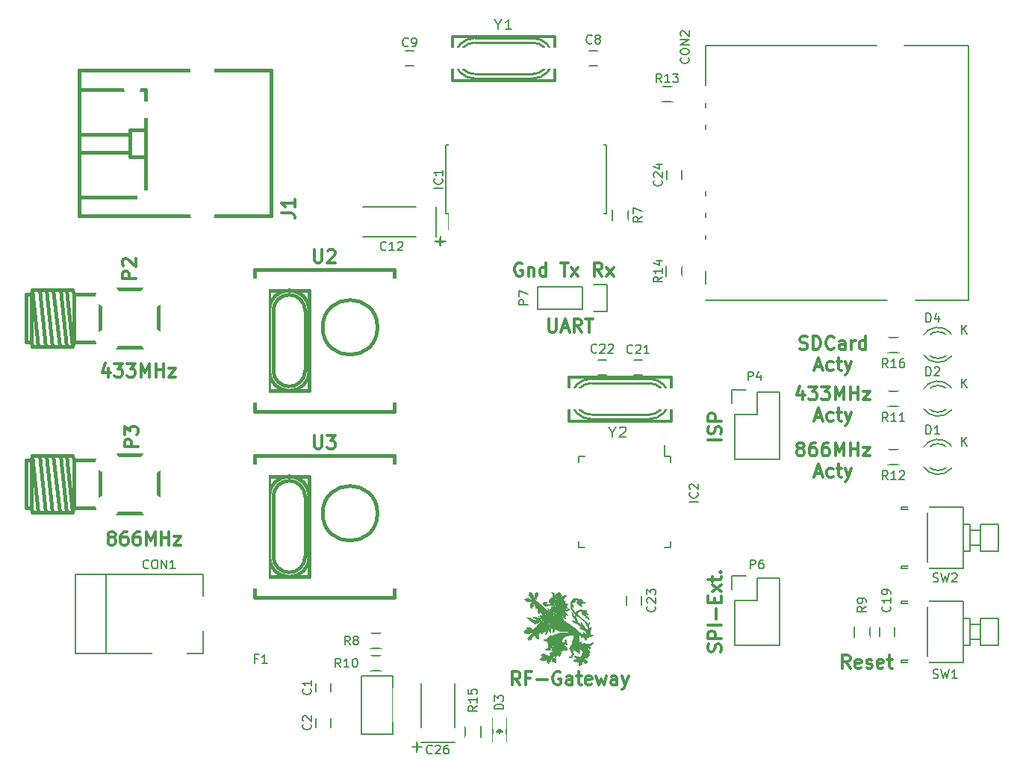
<source format=gto>
G04 #@! TF.FileFunction,Legend,Top*
%FSLAX46Y46*%
G04 Gerber Fmt 4.6, Leading zero omitted, Abs format (unit mm)*
G04 Created by KiCad (PCBNEW 4.0.2-stable) date 28.04.2016 23:09:56*
%MOMM*%
G01*
G04 APERTURE LIST*
%ADD10C,0.100000*%
%ADD11C,0.300000*%
%ADD12C,0.127000*%
%ADD13C,0.150000*%
%ADD14C,0.381000*%
%ADD15C,0.299720*%
%ADD16C,0.254000*%
%ADD17C,0.066040*%
%ADD18C,0.203200*%
%ADD19C,0.010000*%
%ADD20C,0.304800*%
%ADD21C,0.152400*%
%ADD22C,1.901140*%
%ADD23C,2.398980*%
%ADD24R,1.900000X1.400000*%
%ADD25R,2.600000X1.600000*%
%ADD26C,1.900000*%
%ADD27R,1.000000X2.400000*%
%ADD28R,3.397200X1.997660*%
%ADD29R,1.598880X1.598880*%
%ADD30C,1.800000*%
%ADD31C,2.900000*%
%ADD32R,1.650000X1.400000*%
%ADD33R,0.950000X1.900000*%
%ADD34R,1.900000X0.950000*%
%ADD35R,1.400000X1.650000*%
%ADD36R,3.900120X3.900120*%
%ADD37R,2.400000X2.400000*%
%ADD38C,2.400000*%
%ADD39R,3.051760X2.429460*%
%ADD40R,2.127200X2.127200*%
%ADD41O,2.127200X2.127200*%
%ADD42R,2.127200X2.432000*%
%ADD43O,2.127200X2.432000*%
%ADD44R,1.700000X1.100000*%
%ADD45R,1.100000X1.700000*%
%ADD46R,5.899100X2.398980*%
%ADD47C,2.700000*%
%ADD48R,2.635200X1.619200*%
%ADD49R,2.599640X3.999180*%
%ADD50R,3.900120X2.200860*%
%ADD51R,2.200860X3.549600*%
G04 APERTURE END LIST*
D10*
D11*
X154452143Y-85411571D02*
X154452143Y-86625857D01*
X154523571Y-86768714D01*
X154595000Y-86840143D01*
X154737857Y-86911571D01*
X155023571Y-86911571D01*
X155166429Y-86840143D01*
X155237857Y-86768714D01*
X155309286Y-86625857D01*
X155309286Y-85411571D01*
X155952143Y-86483000D02*
X156666429Y-86483000D01*
X155809286Y-86911571D02*
X156309286Y-85411571D01*
X156809286Y-86911571D01*
X158166429Y-86911571D02*
X157666429Y-86197286D01*
X157309286Y-86911571D02*
X157309286Y-85411571D01*
X157880714Y-85411571D01*
X158023572Y-85483000D01*
X158095000Y-85554429D01*
X158166429Y-85697286D01*
X158166429Y-85911571D01*
X158095000Y-86054429D01*
X158023572Y-86125857D01*
X157880714Y-86197286D01*
X157309286Y-86197286D01*
X158595000Y-85411571D02*
X159452143Y-85411571D01*
X159023572Y-86911571D02*
X159023572Y-85411571D01*
X104763572Y-110184429D02*
X104620714Y-110113000D01*
X104549286Y-110041571D01*
X104477857Y-109898714D01*
X104477857Y-109827286D01*
X104549286Y-109684429D01*
X104620714Y-109613000D01*
X104763572Y-109541571D01*
X105049286Y-109541571D01*
X105192143Y-109613000D01*
X105263572Y-109684429D01*
X105335000Y-109827286D01*
X105335000Y-109898714D01*
X105263572Y-110041571D01*
X105192143Y-110113000D01*
X105049286Y-110184429D01*
X104763572Y-110184429D01*
X104620714Y-110255857D01*
X104549286Y-110327286D01*
X104477857Y-110470143D01*
X104477857Y-110755857D01*
X104549286Y-110898714D01*
X104620714Y-110970143D01*
X104763572Y-111041571D01*
X105049286Y-111041571D01*
X105192143Y-110970143D01*
X105263572Y-110898714D01*
X105335000Y-110755857D01*
X105335000Y-110470143D01*
X105263572Y-110327286D01*
X105192143Y-110255857D01*
X105049286Y-110184429D01*
X106620714Y-109541571D02*
X106335000Y-109541571D01*
X106192143Y-109613000D01*
X106120714Y-109684429D01*
X105977857Y-109898714D01*
X105906428Y-110184429D01*
X105906428Y-110755857D01*
X105977857Y-110898714D01*
X106049285Y-110970143D01*
X106192143Y-111041571D01*
X106477857Y-111041571D01*
X106620714Y-110970143D01*
X106692143Y-110898714D01*
X106763571Y-110755857D01*
X106763571Y-110398714D01*
X106692143Y-110255857D01*
X106620714Y-110184429D01*
X106477857Y-110113000D01*
X106192143Y-110113000D01*
X106049285Y-110184429D01*
X105977857Y-110255857D01*
X105906428Y-110398714D01*
X108049285Y-109541571D02*
X107763571Y-109541571D01*
X107620714Y-109613000D01*
X107549285Y-109684429D01*
X107406428Y-109898714D01*
X107334999Y-110184429D01*
X107334999Y-110755857D01*
X107406428Y-110898714D01*
X107477856Y-110970143D01*
X107620714Y-111041571D01*
X107906428Y-111041571D01*
X108049285Y-110970143D01*
X108120714Y-110898714D01*
X108192142Y-110755857D01*
X108192142Y-110398714D01*
X108120714Y-110255857D01*
X108049285Y-110184429D01*
X107906428Y-110113000D01*
X107620714Y-110113000D01*
X107477856Y-110184429D01*
X107406428Y-110255857D01*
X107334999Y-110398714D01*
X108834999Y-111041571D02*
X108834999Y-109541571D01*
X109334999Y-110613000D01*
X109834999Y-109541571D01*
X109834999Y-111041571D01*
X110549285Y-111041571D02*
X110549285Y-109541571D01*
X110549285Y-110255857D02*
X111406428Y-110255857D01*
X111406428Y-111041571D02*
X111406428Y-109541571D01*
X111977857Y-110041571D02*
X112763571Y-110041571D01*
X111977857Y-111041571D01*
X112763571Y-111041571D01*
X104557143Y-90991571D02*
X104557143Y-91991571D01*
X104200000Y-90420143D02*
X103842857Y-91491571D01*
X104771429Y-91491571D01*
X105200000Y-90491571D02*
X106128571Y-90491571D01*
X105628571Y-91063000D01*
X105842857Y-91063000D01*
X105985714Y-91134429D01*
X106057143Y-91205857D01*
X106128571Y-91348714D01*
X106128571Y-91705857D01*
X106057143Y-91848714D01*
X105985714Y-91920143D01*
X105842857Y-91991571D01*
X105414285Y-91991571D01*
X105271428Y-91920143D01*
X105200000Y-91848714D01*
X106628571Y-90491571D02*
X107557142Y-90491571D01*
X107057142Y-91063000D01*
X107271428Y-91063000D01*
X107414285Y-91134429D01*
X107485714Y-91205857D01*
X107557142Y-91348714D01*
X107557142Y-91705857D01*
X107485714Y-91848714D01*
X107414285Y-91920143D01*
X107271428Y-91991571D01*
X106842856Y-91991571D01*
X106699999Y-91920143D01*
X106628571Y-91848714D01*
X108199999Y-91991571D02*
X108199999Y-90491571D01*
X108699999Y-91563000D01*
X109199999Y-90491571D01*
X109199999Y-91991571D01*
X109914285Y-91991571D02*
X109914285Y-90491571D01*
X109914285Y-91205857D02*
X110771428Y-91205857D01*
X110771428Y-91991571D02*
X110771428Y-90491571D01*
X111342857Y-90991571D02*
X112128571Y-90991571D01*
X111342857Y-91991571D01*
X112128571Y-91991571D01*
X182940000Y-88815143D02*
X183154286Y-88886571D01*
X183511429Y-88886571D01*
X183654286Y-88815143D01*
X183725715Y-88743714D01*
X183797143Y-88600857D01*
X183797143Y-88458000D01*
X183725715Y-88315143D01*
X183654286Y-88243714D01*
X183511429Y-88172286D01*
X183225715Y-88100857D01*
X183082857Y-88029429D01*
X183011429Y-87958000D01*
X182940000Y-87815143D01*
X182940000Y-87672286D01*
X183011429Y-87529429D01*
X183082857Y-87458000D01*
X183225715Y-87386571D01*
X183582857Y-87386571D01*
X183797143Y-87458000D01*
X184440000Y-88886571D02*
X184440000Y-87386571D01*
X184797143Y-87386571D01*
X185011428Y-87458000D01*
X185154286Y-87600857D01*
X185225714Y-87743714D01*
X185297143Y-88029429D01*
X185297143Y-88243714D01*
X185225714Y-88529429D01*
X185154286Y-88672286D01*
X185011428Y-88815143D01*
X184797143Y-88886571D01*
X184440000Y-88886571D01*
X186797143Y-88743714D02*
X186725714Y-88815143D01*
X186511428Y-88886571D01*
X186368571Y-88886571D01*
X186154286Y-88815143D01*
X186011428Y-88672286D01*
X185940000Y-88529429D01*
X185868571Y-88243714D01*
X185868571Y-88029429D01*
X185940000Y-87743714D01*
X186011428Y-87600857D01*
X186154286Y-87458000D01*
X186368571Y-87386571D01*
X186511428Y-87386571D01*
X186725714Y-87458000D01*
X186797143Y-87529429D01*
X188082857Y-88886571D02*
X188082857Y-88100857D01*
X188011428Y-87958000D01*
X187868571Y-87886571D01*
X187582857Y-87886571D01*
X187440000Y-87958000D01*
X188082857Y-88815143D02*
X187940000Y-88886571D01*
X187582857Y-88886571D01*
X187440000Y-88815143D01*
X187368571Y-88672286D01*
X187368571Y-88529429D01*
X187440000Y-88386571D01*
X187582857Y-88315143D01*
X187940000Y-88315143D01*
X188082857Y-88243714D01*
X188797143Y-88886571D02*
X188797143Y-87886571D01*
X188797143Y-88172286D02*
X188868571Y-88029429D01*
X188940000Y-87958000D01*
X189082857Y-87886571D01*
X189225714Y-87886571D01*
X190368571Y-88886571D02*
X190368571Y-87386571D01*
X190368571Y-88815143D02*
X190225714Y-88886571D01*
X189940000Y-88886571D01*
X189797142Y-88815143D01*
X189725714Y-88743714D01*
X189654285Y-88600857D01*
X189654285Y-88172286D01*
X189725714Y-88029429D01*
X189797142Y-87958000D01*
X189940000Y-87886571D01*
X190225714Y-87886571D01*
X190368571Y-87958000D01*
X184690000Y-90858000D02*
X185404286Y-90858000D01*
X184547143Y-91286571D02*
X185047143Y-89786571D01*
X185547143Y-91286571D01*
X186690000Y-91215143D02*
X186547143Y-91286571D01*
X186261429Y-91286571D01*
X186118571Y-91215143D01*
X186047143Y-91143714D01*
X185975714Y-91000857D01*
X185975714Y-90572286D01*
X186047143Y-90429429D01*
X186118571Y-90358000D01*
X186261429Y-90286571D01*
X186547143Y-90286571D01*
X186690000Y-90358000D01*
X187118571Y-90286571D02*
X187690000Y-90286571D01*
X187332857Y-89786571D02*
X187332857Y-91072286D01*
X187404285Y-91215143D01*
X187547143Y-91286571D01*
X187690000Y-91286571D01*
X188047143Y-90286571D02*
X188404286Y-91286571D01*
X188761428Y-90286571D02*
X188404286Y-91286571D01*
X188261428Y-91643714D01*
X188190000Y-91715143D01*
X188047143Y-91786571D01*
X183297143Y-93601571D02*
X183297143Y-94601571D01*
X182940000Y-93030143D02*
X182582857Y-94101571D01*
X183511429Y-94101571D01*
X183940000Y-93101571D02*
X184868571Y-93101571D01*
X184368571Y-93673000D01*
X184582857Y-93673000D01*
X184725714Y-93744429D01*
X184797143Y-93815857D01*
X184868571Y-93958714D01*
X184868571Y-94315857D01*
X184797143Y-94458714D01*
X184725714Y-94530143D01*
X184582857Y-94601571D01*
X184154285Y-94601571D01*
X184011428Y-94530143D01*
X183940000Y-94458714D01*
X185368571Y-93101571D02*
X186297142Y-93101571D01*
X185797142Y-93673000D01*
X186011428Y-93673000D01*
X186154285Y-93744429D01*
X186225714Y-93815857D01*
X186297142Y-93958714D01*
X186297142Y-94315857D01*
X186225714Y-94458714D01*
X186154285Y-94530143D01*
X186011428Y-94601571D01*
X185582856Y-94601571D01*
X185439999Y-94530143D01*
X185368571Y-94458714D01*
X186939999Y-94601571D02*
X186939999Y-93101571D01*
X187439999Y-94173000D01*
X187939999Y-93101571D01*
X187939999Y-94601571D01*
X188654285Y-94601571D02*
X188654285Y-93101571D01*
X188654285Y-93815857D02*
X189511428Y-93815857D01*
X189511428Y-94601571D02*
X189511428Y-93101571D01*
X190082857Y-93601571D02*
X190868571Y-93601571D01*
X190082857Y-94601571D01*
X190868571Y-94601571D01*
X184690000Y-96573000D02*
X185404286Y-96573000D01*
X184547143Y-97001571D02*
X185047143Y-95501571D01*
X185547143Y-97001571D01*
X186690000Y-96930143D02*
X186547143Y-97001571D01*
X186261429Y-97001571D01*
X186118571Y-96930143D01*
X186047143Y-96858714D01*
X185975714Y-96715857D01*
X185975714Y-96287286D01*
X186047143Y-96144429D01*
X186118571Y-96073000D01*
X186261429Y-96001571D01*
X186547143Y-96001571D01*
X186690000Y-96073000D01*
X187118571Y-96001571D02*
X187690000Y-96001571D01*
X187332857Y-95501571D02*
X187332857Y-96787286D01*
X187404285Y-96930143D01*
X187547143Y-97001571D01*
X187690000Y-97001571D01*
X188047143Y-96001571D02*
X188404286Y-97001571D01*
X188761428Y-96001571D02*
X188404286Y-97001571D01*
X188261428Y-97358714D01*
X188190000Y-97430143D01*
X188047143Y-97501571D01*
X182868572Y-100094429D02*
X182725714Y-100023000D01*
X182654286Y-99951571D01*
X182582857Y-99808714D01*
X182582857Y-99737286D01*
X182654286Y-99594429D01*
X182725714Y-99523000D01*
X182868572Y-99451571D01*
X183154286Y-99451571D01*
X183297143Y-99523000D01*
X183368572Y-99594429D01*
X183440000Y-99737286D01*
X183440000Y-99808714D01*
X183368572Y-99951571D01*
X183297143Y-100023000D01*
X183154286Y-100094429D01*
X182868572Y-100094429D01*
X182725714Y-100165857D01*
X182654286Y-100237286D01*
X182582857Y-100380143D01*
X182582857Y-100665857D01*
X182654286Y-100808714D01*
X182725714Y-100880143D01*
X182868572Y-100951571D01*
X183154286Y-100951571D01*
X183297143Y-100880143D01*
X183368572Y-100808714D01*
X183440000Y-100665857D01*
X183440000Y-100380143D01*
X183368572Y-100237286D01*
X183297143Y-100165857D01*
X183154286Y-100094429D01*
X184725714Y-99451571D02*
X184440000Y-99451571D01*
X184297143Y-99523000D01*
X184225714Y-99594429D01*
X184082857Y-99808714D01*
X184011428Y-100094429D01*
X184011428Y-100665857D01*
X184082857Y-100808714D01*
X184154285Y-100880143D01*
X184297143Y-100951571D01*
X184582857Y-100951571D01*
X184725714Y-100880143D01*
X184797143Y-100808714D01*
X184868571Y-100665857D01*
X184868571Y-100308714D01*
X184797143Y-100165857D01*
X184725714Y-100094429D01*
X184582857Y-100023000D01*
X184297143Y-100023000D01*
X184154285Y-100094429D01*
X184082857Y-100165857D01*
X184011428Y-100308714D01*
X186154285Y-99451571D02*
X185868571Y-99451571D01*
X185725714Y-99523000D01*
X185654285Y-99594429D01*
X185511428Y-99808714D01*
X185439999Y-100094429D01*
X185439999Y-100665857D01*
X185511428Y-100808714D01*
X185582856Y-100880143D01*
X185725714Y-100951571D01*
X186011428Y-100951571D01*
X186154285Y-100880143D01*
X186225714Y-100808714D01*
X186297142Y-100665857D01*
X186297142Y-100308714D01*
X186225714Y-100165857D01*
X186154285Y-100094429D01*
X186011428Y-100023000D01*
X185725714Y-100023000D01*
X185582856Y-100094429D01*
X185511428Y-100165857D01*
X185439999Y-100308714D01*
X186939999Y-100951571D02*
X186939999Y-99451571D01*
X187439999Y-100523000D01*
X187939999Y-99451571D01*
X187939999Y-100951571D01*
X188654285Y-100951571D02*
X188654285Y-99451571D01*
X188654285Y-100165857D02*
X189511428Y-100165857D01*
X189511428Y-100951571D02*
X189511428Y-99451571D01*
X190082857Y-99951571D02*
X190868571Y-99951571D01*
X190082857Y-100951571D01*
X190868571Y-100951571D01*
X184690000Y-102923000D02*
X185404286Y-102923000D01*
X184547143Y-103351571D02*
X185047143Y-101851571D01*
X185547143Y-103351571D01*
X186690000Y-103280143D02*
X186547143Y-103351571D01*
X186261429Y-103351571D01*
X186118571Y-103280143D01*
X186047143Y-103208714D01*
X185975714Y-103065857D01*
X185975714Y-102637286D01*
X186047143Y-102494429D01*
X186118571Y-102423000D01*
X186261429Y-102351571D01*
X186547143Y-102351571D01*
X186690000Y-102423000D01*
X187118571Y-102351571D02*
X187690000Y-102351571D01*
X187332857Y-101851571D02*
X187332857Y-103137286D01*
X187404285Y-103280143D01*
X187547143Y-103351571D01*
X187690000Y-103351571D01*
X188047143Y-102351571D02*
X188404286Y-103351571D01*
X188761428Y-102351571D02*
X188404286Y-103351571D01*
X188261428Y-103708714D01*
X188190000Y-103780143D01*
X188047143Y-103851571D01*
X188642858Y-125011571D02*
X188142858Y-124297286D01*
X187785715Y-125011571D02*
X187785715Y-123511571D01*
X188357143Y-123511571D01*
X188500001Y-123583000D01*
X188571429Y-123654429D01*
X188642858Y-123797286D01*
X188642858Y-124011571D01*
X188571429Y-124154429D01*
X188500001Y-124225857D01*
X188357143Y-124297286D01*
X187785715Y-124297286D01*
X189857143Y-124940143D02*
X189714286Y-125011571D01*
X189428572Y-125011571D01*
X189285715Y-124940143D01*
X189214286Y-124797286D01*
X189214286Y-124225857D01*
X189285715Y-124083000D01*
X189428572Y-124011571D01*
X189714286Y-124011571D01*
X189857143Y-124083000D01*
X189928572Y-124225857D01*
X189928572Y-124368714D01*
X189214286Y-124511571D01*
X190500000Y-124940143D02*
X190642857Y-125011571D01*
X190928572Y-125011571D01*
X191071429Y-124940143D01*
X191142857Y-124797286D01*
X191142857Y-124725857D01*
X191071429Y-124583000D01*
X190928572Y-124511571D01*
X190714286Y-124511571D01*
X190571429Y-124440143D01*
X190500000Y-124297286D01*
X190500000Y-124225857D01*
X190571429Y-124083000D01*
X190714286Y-124011571D01*
X190928572Y-124011571D01*
X191071429Y-124083000D01*
X192357143Y-124940143D02*
X192214286Y-125011571D01*
X191928572Y-125011571D01*
X191785715Y-124940143D01*
X191714286Y-124797286D01*
X191714286Y-124225857D01*
X191785715Y-124083000D01*
X191928572Y-124011571D01*
X192214286Y-124011571D01*
X192357143Y-124083000D01*
X192428572Y-124225857D01*
X192428572Y-124368714D01*
X191714286Y-124511571D01*
X192857143Y-124011571D02*
X193428572Y-124011571D01*
X193071429Y-123511571D02*
X193071429Y-124797286D01*
X193142857Y-124940143D01*
X193285715Y-125011571D01*
X193428572Y-125011571D01*
X151435714Y-79133000D02*
X151292857Y-79061571D01*
X151078571Y-79061571D01*
X150864286Y-79133000D01*
X150721428Y-79275857D01*
X150650000Y-79418714D01*
X150578571Y-79704429D01*
X150578571Y-79918714D01*
X150650000Y-80204429D01*
X150721428Y-80347286D01*
X150864286Y-80490143D01*
X151078571Y-80561571D01*
X151221428Y-80561571D01*
X151435714Y-80490143D01*
X151507143Y-80418714D01*
X151507143Y-79918714D01*
X151221428Y-79918714D01*
X152150000Y-79561571D02*
X152150000Y-80561571D01*
X152150000Y-79704429D02*
X152221428Y-79633000D01*
X152364286Y-79561571D01*
X152578571Y-79561571D01*
X152721428Y-79633000D01*
X152792857Y-79775857D01*
X152792857Y-80561571D01*
X154150000Y-80561571D02*
X154150000Y-79061571D01*
X154150000Y-80490143D02*
X154007143Y-80561571D01*
X153721429Y-80561571D01*
X153578571Y-80490143D01*
X153507143Y-80418714D01*
X153435714Y-80275857D01*
X153435714Y-79847286D01*
X153507143Y-79704429D01*
X153578571Y-79633000D01*
X153721429Y-79561571D01*
X154007143Y-79561571D01*
X154150000Y-79633000D01*
X155809286Y-79061571D02*
X156666429Y-79061571D01*
X156237858Y-80561571D02*
X156237858Y-79061571D01*
X157023572Y-80561571D02*
X157809286Y-79561571D01*
X157023572Y-79561571D02*
X157809286Y-80561571D01*
X160512143Y-80561571D02*
X160012143Y-79847286D01*
X159655000Y-80561571D02*
X159655000Y-79061571D01*
X160226428Y-79061571D01*
X160369286Y-79133000D01*
X160440714Y-79204429D01*
X160512143Y-79347286D01*
X160512143Y-79561571D01*
X160440714Y-79704429D01*
X160369286Y-79775857D01*
X160226428Y-79847286D01*
X159655000Y-79847286D01*
X161012143Y-80561571D02*
X161797857Y-79561571D01*
X161012143Y-79561571D02*
X161797857Y-80561571D01*
X173962143Y-123153715D02*
X174033571Y-122939429D01*
X174033571Y-122582286D01*
X173962143Y-122439429D01*
X173890714Y-122368000D01*
X173747857Y-122296572D01*
X173605000Y-122296572D01*
X173462143Y-122368000D01*
X173390714Y-122439429D01*
X173319286Y-122582286D01*
X173247857Y-122868000D01*
X173176429Y-123010858D01*
X173105000Y-123082286D01*
X172962143Y-123153715D01*
X172819286Y-123153715D01*
X172676429Y-123082286D01*
X172605000Y-123010858D01*
X172533571Y-122868000D01*
X172533571Y-122510858D01*
X172605000Y-122296572D01*
X174033571Y-121653715D02*
X172533571Y-121653715D01*
X172533571Y-121082287D01*
X172605000Y-120939429D01*
X172676429Y-120868001D01*
X172819286Y-120796572D01*
X173033571Y-120796572D01*
X173176429Y-120868001D01*
X173247857Y-120939429D01*
X173319286Y-121082287D01*
X173319286Y-121653715D01*
X174033571Y-120153715D02*
X172533571Y-120153715D01*
X173462143Y-119439429D02*
X173462143Y-118296572D01*
X173247857Y-117582286D02*
X173247857Y-117082286D01*
X174033571Y-116868000D02*
X174033571Y-117582286D01*
X172533571Y-117582286D01*
X172533571Y-116868000D01*
X174033571Y-116368000D02*
X173033571Y-115582286D01*
X173033571Y-116368000D02*
X174033571Y-115582286D01*
X173033571Y-115225143D02*
X173033571Y-114653714D01*
X172533571Y-115010857D02*
X173819286Y-115010857D01*
X173962143Y-114939429D01*
X174033571Y-114796571D01*
X174033571Y-114653714D01*
X173890714Y-114153714D02*
X173962143Y-114082286D01*
X174033571Y-114153714D01*
X173962143Y-114225143D01*
X173890714Y-114153714D01*
X174033571Y-114153714D01*
X174033571Y-99127285D02*
X172533571Y-99127285D01*
X173962143Y-98484428D02*
X174033571Y-98270142D01*
X174033571Y-97912999D01*
X173962143Y-97770142D01*
X173890714Y-97698713D01*
X173747857Y-97627285D01*
X173605000Y-97627285D01*
X173462143Y-97698713D01*
X173390714Y-97770142D01*
X173319286Y-97912999D01*
X173247857Y-98198713D01*
X173176429Y-98341571D01*
X173105000Y-98412999D01*
X172962143Y-98484428D01*
X172819286Y-98484428D01*
X172676429Y-98412999D01*
X172605000Y-98341571D01*
X172533571Y-98198713D01*
X172533571Y-97841571D01*
X172605000Y-97627285D01*
X174033571Y-96984428D02*
X172533571Y-96984428D01*
X172533571Y-96413000D01*
X172605000Y-96270142D01*
X172676429Y-96198714D01*
X172819286Y-96127285D01*
X173033571Y-96127285D01*
X173176429Y-96198714D01*
X173247857Y-96270142D01*
X173319286Y-96413000D01*
X173319286Y-96984428D01*
X151202143Y-126916571D02*
X150702143Y-126202286D01*
X150345000Y-126916571D02*
X150345000Y-125416571D01*
X150916428Y-125416571D01*
X151059286Y-125488000D01*
X151130714Y-125559429D01*
X151202143Y-125702286D01*
X151202143Y-125916571D01*
X151130714Y-126059429D01*
X151059286Y-126130857D01*
X150916428Y-126202286D01*
X150345000Y-126202286D01*
X152345000Y-126130857D02*
X151845000Y-126130857D01*
X151845000Y-126916571D02*
X151845000Y-125416571D01*
X152559286Y-125416571D01*
X153130714Y-126345143D02*
X154273571Y-126345143D01*
X155773571Y-125488000D02*
X155630714Y-125416571D01*
X155416428Y-125416571D01*
X155202143Y-125488000D01*
X155059285Y-125630857D01*
X154987857Y-125773714D01*
X154916428Y-126059429D01*
X154916428Y-126273714D01*
X154987857Y-126559429D01*
X155059285Y-126702286D01*
X155202143Y-126845143D01*
X155416428Y-126916571D01*
X155559285Y-126916571D01*
X155773571Y-126845143D01*
X155845000Y-126773714D01*
X155845000Y-126273714D01*
X155559285Y-126273714D01*
X157130714Y-126916571D02*
X157130714Y-126130857D01*
X157059285Y-125988000D01*
X156916428Y-125916571D01*
X156630714Y-125916571D01*
X156487857Y-125988000D01*
X157130714Y-126845143D02*
X156987857Y-126916571D01*
X156630714Y-126916571D01*
X156487857Y-126845143D01*
X156416428Y-126702286D01*
X156416428Y-126559429D01*
X156487857Y-126416571D01*
X156630714Y-126345143D01*
X156987857Y-126345143D01*
X157130714Y-126273714D01*
X157630714Y-125916571D02*
X158202143Y-125916571D01*
X157845000Y-125416571D02*
X157845000Y-126702286D01*
X157916428Y-126845143D01*
X158059286Y-126916571D01*
X158202143Y-126916571D01*
X159273571Y-126845143D02*
X159130714Y-126916571D01*
X158845000Y-126916571D01*
X158702143Y-126845143D01*
X158630714Y-126702286D01*
X158630714Y-126130857D01*
X158702143Y-125988000D01*
X158845000Y-125916571D01*
X159130714Y-125916571D01*
X159273571Y-125988000D01*
X159345000Y-126130857D01*
X159345000Y-126273714D01*
X158630714Y-126416571D01*
X159845000Y-125916571D02*
X160130714Y-126916571D01*
X160416428Y-126202286D01*
X160702143Y-126916571D01*
X160987857Y-125916571D01*
X162202143Y-126916571D02*
X162202143Y-126130857D01*
X162130714Y-125988000D01*
X161987857Y-125916571D01*
X161702143Y-125916571D01*
X161559286Y-125988000D01*
X162202143Y-126845143D02*
X162059286Y-126916571D01*
X161702143Y-126916571D01*
X161559286Y-126845143D01*
X161487857Y-126702286D01*
X161487857Y-126559429D01*
X161559286Y-126416571D01*
X161702143Y-126345143D01*
X162059286Y-126345143D01*
X162202143Y-126273714D01*
X162773572Y-125916571D02*
X163130715Y-126916571D01*
X163487857Y-125916571D02*
X163130715Y-126916571D01*
X162987857Y-127273714D01*
X162916429Y-127345143D01*
X162773572Y-127416571D01*
D12*
X201434700Y-124409200D02*
X194424300Y-124409200D01*
X194424300Y-124409200D02*
X194424300Y-124155200D01*
X194424300Y-124155200D02*
X197421500Y-124155200D01*
X197421500Y-124155200D02*
X197421500Y-117652800D01*
X197421500Y-117652800D02*
X194424300Y-117652800D01*
X194424300Y-117652800D02*
X194424300Y-117398800D01*
X194424300Y-117398800D02*
X201434700Y-117398800D01*
X201434700Y-117398800D02*
X201434700Y-124409200D01*
X203441300Y-121716800D02*
X202196700Y-121716800D01*
X203441300Y-120091200D02*
X202196700Y-120091200D01*
X201434700Y-122402600D02*
X202196700Y-122402600D01*
X202196700Y-122402600D02*
X202196700Y-119405400D01*
X202196700Y-119405400D02*
X201434700Y-119405400D01*
X205397100Y-122402600D02*
X205397100Y-119405400D01*
X205397100Y-119405400D02*
X203441300Y-119405400D01*
X203441300Y-119405400D02*
X203441300Y-122402600D01*
X203441300Y-122402600D02*
X205397100Y-122402600D01*
X205397100Y-119405400D02*
X203441300Y-119405400D01*
D13*
X172212000Y-61442000D02*
X172212000Y-60942000D01*
X172212000Y-63942000D02*
X172212000Y-63442000D01*
X172212000Y-71442000D02*
X172212000Y-70942000D01*
X172212000Y-73942000D02*
X172212000Y-73442000D01*
X172212000Y-76342000D02*
X172212000Y-75942000D01*
X172212000Y-81442000D02*
X172212000Y-80042000D01*
X192812000Y-83342000D02*
X172212000Y-83342000D01*
X191612000Y-54442000D02*
X172212000Y-54442000D01*
X172212000Y-54442000D02*
X172212000Y-58942000D01*
X202012000Y-54442000D02*
X202012000Y-83342000D01*
X202012000Y-83342000D02*
X196012000Y-83342000D01*
X202012000Y-54442000D02*
X194812000Y-54442000D01*
X142767000Y-73471000D02*
X143112000Y-73471000D01*
X142767000Y-65721000D02*
X143112000Y-65721000D01*
X161017000Y-65721000D02*
X160672000Y-65721000D01*
X161017000Y-73471000D02*
X160672000Y-73471000D01*
X142767000Y-73471000D02*
X142767000Y-65721000D01*
X161017000Y-73471000D02*
X161017000Y-65721000D01*
X143112000Y-73471000D02*
X143112000Y-75296000D01*
D14*
X126832360Y-84482940D02*
X126832360Y-91285060D01*
X123233180Y-91285060D02*
X123233180Y-84482940D01*
X125031500Y-93085920D02*
G75*
G03X126832360Y-91285060I0J1800860D01*
G01*
X123233180Y-91285060D02*
G75*
G03X125031500Y-93083380I1798320J0D01*
G01*
X126829820Y-84482940D02*
G75*
G03X125031500Y-82684620I-1798320J0D01*
G01*
X125031500Y-82684620D02*
G75*
G03X123233180Y-84482940I0J-1798320D01*
G01*
X125031500Y-93586300D02*
G75*
G03X127332740Y-91285060I0J2301240D01*
G01*
X122732800Y-91285060D02*
G75*
G03X125031500Y-93583760I2298700J0D01*
G01*
X127330200Y-84482940D02*
G75*
G03X125031500Y-82184240I-2298700J0D01*
G01*
X125031500Y-82184240D02*
G75*
G03X122732800Y-84482940I0J-2298700D01*
G01*
X127332740Y-93583760D02*
X122732800Y-93583760D01*
X122732800Y-93583760D02*
X122732800Y-82184240D01*
X122732800Y-82184240D02*
X127332740Y-82184240D01*
X127332740Y-82184240D02*
X127332740Y-93583760D01*
X135034020Y-86382860D02*
G75*
G03X135034020Y-86382860I-3101340J0D01*
G01*
X121081800Y-79834740D02*
X136982200Y-79834740D01*
X136982200Y-79834740D02*
X136982200Y-95933260D01*
X136982200Y-95933260D02*
X121081800Y-95933260D01*
X121081800Y-95933260D02*
X121081800Y-79834740D01*
D13*
X148120000Y-130608000D02*
X148120000Y-133308000D01*
X149620000Y-130608000D02*
X149620000Y-133308000D01*
X148720000Y-132108000D02*
X148970000Y-132108000D01*
X148970000Y-132108000D02*
X148820000Y-131958000D01*
X149220000Y-131858000D02*
X148520000Y-131858000D01*
X148870000Y-132208000D02*
X148870000Y-132558000D01*
X148870000Y-131858000D02*
X149220000Y-132208000D01*
X149220000Y-132208000D02*
X148520000Y-132208000D01*
X148520000Y-132208000D02*
X148870000Y-131858000D01*
D14*
X108763000Y-71603000D02*
X101397000Y-71603000D01*
X108763000Y-59411000D02*
X101397000Y-59411000D01*
X101192000Y-57252000D02*
X122992000Y-57252000D01*
X122987000Y-57252000D02*
X122987000Y-73762000D01*
X122992000Y-73762000D02*
X101192000Y-73762000D01*
X101197000Y-57252000D02*
X101197000Y-73762000D01*
X106985000Y-67031000D02*
X106985000Y-63983000D01*
X106985000Y-66523000D02*
X101397000Y-66523000D01*
X108763000Y-67031000D02*
X106985000Y-67031000D01*
X106985000Y-63983000D02*
X108763000Y-63983000D01*
X101397000Y-64491000D02*
X106985000Y-64491000D01*
X108763000Y-59411000D02*
X108763000Y-71603000D01*
D13*
X163234000Y-116848000D02*
X163234000Y-117848000D01*
X164934000Y-117848000D02*
X164934000Y-116848000D01*
D14*
X126832360Y-105564940D02*
X126832360Y-112367060D01*
X123233180Y-112367060D02*
X123233180Y-105564940D01*
X125031500Y-114167920D02*
G75*
G03X126832360Y-112367060I0J1800860D01*
G01*
X123233180Y-112367060D02*
G75*
G03X125031500Y-114165380I1798320J0D01*
G01*
X126829820Y-105564940D02*
G75*
G03X125031500Y-103766620I-1798320J0D01*
G01*
X125031500Y-103766620D02*
G75*
G03X123233180Y-105564940I0J-1798320D01*
G01*
X125031500Y-114668300D02*
G75*
G03X127332740Y-112367060I0J2301240D01*
G01*
X122732800Y-112367060D02*
G75*
G03X125031500Y-114665760I2298700J0D01*
G01*
X127330200Y-105564940D02*
G75*
G03X125031500Y-103266240I-2298700J0D01*
G01*
X125031500Y-103266240D02*
G75*
G03X122732800Y-105564940I0J-2298700D01*
G01*
X127332740Y-114665760D02*
X122732800Y-114665760D01*
X122732800Y-114665760D02*
X122732800Y-103266240D01*
X122732800Y-103266240D02*
X127332740Y-103266240D01*
X127332740Y-103266240D02*
X127332740Y-114665760D01*
X135034020Y-107464860D02*
G75*
G03X135034020Y-107464860I-3101340J0D01*
G01*
X121081800Y-100916740D02*
X136982200Y-100916740D01*
X136982200Y-100916740D02*
X136982200Y-117015260D01*
X136982200Y-117015260D02*
X121081800Y-117015260D01*
X121081800Y-117015260D02*
X121081800Y-100916740D01*
D13*
X168243000Y-100997000D02*
X167568000Y-100997000D01*
X168243000Y-111347000D02*
X167568000Y-111347000D01*
X157893000Y-111347000D02*
X158568000Y-111347000D01*
X157893000Y-100997000D02*
X158568000Y-100997000D01*
X168243000Y-100997000D02*
X168243000Y-101672000D01*
X157893000Y-100997000D02*
X157893000Y-101672000D01*
X157893000Y-111347000D02*
X157893000Y-110672000D01*
X168243000Y-111347000D02*
X168243000Y-110672000D01*
X167568000Y-100997000D02*
X167568000Y-99722000D01*
X129720000Y-127708000D02*
X129720000Y-126708000D01*
X128020000Y-126708000D02*
X128020000Y-127708000D01*
X128020000Y-130708000D02*
X128020000Y-131708000D01*
X129720000Y-131708000D02*
X129720000Y-130708000D01*
X160012000Y-55030000D02*
X159012000Y-55030000D01*
X159012000Y-56730000D02*
X160012000Y-56730000D01*
X104256840Y-114371120D02*
X104256840Y-123372880D01*
X100756720Y-114371120D02*
X100756720Y-123372880D01*
X100756720Y-123372880D02*
X115257580Y-123372880D01*
X115257580Y-123372880D02*
X115257580Y-114371120D01*
X115257580Y-114371120D02*
X100756720Y-114371120D01*
X200097000Y-99778000D02*
X200097000Y-99978000D01*
X200097000Y-102372000D02*
X200097000Y-102192000D01*
X196869256Y-102061643D02*
G75*
G03X200097000Y-102378000I1727744J1003643D01*
G01*
X197544994Y-102191068D02*
G75*
G03X199648000Y-102192000I1052006J1133068D01*
G01*
X200084220Y-99751274D02*
G75*
G03X196847000Y-100098000I-1497220J-1306726D01*
G01*
X199610889Y-99978747D02*
G75*
G03X197563000Y-99998000I-1013889J-1079253D01*
G01*
X200097000Y-93174000D02*
X200097000Y-93374000D01*
X200097000Y-95768000D02*
X200097000Y-95588000D01*
X196869256Y-95457643D02*
G75*
G03X200097000Y-95774000I1727744J1003643D01*
G01*
X197544994Y-95587068D02*
G75*
G03X199648000Y-95588000I1052006J1133068D01*
G01*
X200084220Y-93147274D02*
G75*
G03X196847000Y-93494000I-1497220J-1306726D01*
G01*
X199610889Y-93374747D02*
G75*
G03X197563000Y-93394000I-1013889J-1079253D01*
G01*
X175514000Y-96266000D02*
X175514000Y-101346000D01*
X175234000Y-93446000D02*
X176784000Y-93446000D01*
X178054000Y-93726000D02*
X178054000Y-96266000D01*
X178054000Y-96266000D02*
X175514000Y-96266000D01*
X175514000Y-101346000D02*
X180594000Y-101346000D01*
X180594000Y-101346000D02*
X180594000Y-96266000D01*
X175234000Y-93446000D02*
X175234000Y-94996000D01*
X180594000Y-93726000D02*
X178054000Y-93726000D01*
X180594000Y-96266000D02*
X180594000Y-93726000D01*
X175514000Y-117348000D02*
X175514000Y-122428000D01*
X175234000Y-114528000D02*
X176784000Y-114528000D01*
X178054000Y-114808000D02*
X178054000Y-117348000D01*
X178054000Y-117348000D02*
X175514000Y-117348000D01*
X175514000Y-122428000D02*
X180594000Y-122428000D01*
X180594000Y-122428000D02*
X180594000Y-117348000D01*
X175234000Y-114528000D02*
X175234000Y-116078000D01*
X180594000Y-114808000D02*
X178054000Y-114808000D01*
X180594000Y-117348000D02*
X180594000Y-114808000D01*
X158242000Y-81788000D02*
X153162000Y-81788000D01*
X153162000Y-81788000D02*
X153162000Y-84328000D01*
X153162000Y-84328000D02*
X158242000Y-84328000D01*
X161062000Y-84608000D02*
X159512000Y-84608000D01*
X158242000Y-84328000D02*
X158242000Y-81788000D01*
X159512000Y-81508000D02*
X161062000Y-81508000D01*
X161062000Y-81508000D02*
X161062000Y-84608000D01*
X163435000Y-73060000D02*
X163435000Y-74260000D01*
X161685000Y-74260000D02*
X161685000Y-73060000D01*
X135474000Y-122795000D02*
X134274000Y-122795000D01*
X134274000Y-121045000D02*
X135474000Y-121045000D01*
X189117000Y-121504000D02*
X189117000Y-120304000D01*
X190867000Y-120304000D02*
X190867000Y-121504000D01*
X134274000Y-123585000D02*
X135474000Y-123585000D01*
X135474000Y-125335000D02*
X134274000Y-125335000D01*
X192948000Y-93613000D02*
X194148000Y-93613000D01*
X194148000Y-95363000D02*
X192948000Y-95363000D01*
X192948000Y-100217000D02*
X194148000Y-100217000D01*
X194148000Y-101967000D02*
X192948000Y-101967000D01*
D15*
X155150820Y-58379360D02*
X155150820Y-53380640D01*
X155150820Y-53380640D02*
X143553180Y-53380640D01*
X143553180Y-53380640D02*
X143553180Y-58379360D01*
X143553180Y-58379360D02*
X155150820Y-58379360D01*
D16*
X143764000Y-55880000D02*
G75*
G03X146050000Y-58166000I2286000J0D01*
G01*
X152654000Y-54102000D02*
X146050000Y-54102000D01*
X146050000Y-57658000D02*
X152654000Y-57658000D01*
X146050000Y-54102000D02*
G75*
G03X144272000Y-55880000I0J-1778000D01*
G01*
X144272000Y-55880000D02*
G75*
G03X146050000Y-57658000I1778000J0D01*
G01*
X154432000Y-55880000D02*
G75*
G03X152654000Y-54102000I-1778000J0D01*
G01*
X152654000Y-57658000D02*
G75*
G03X154432000Y-55880000I0J1778000D01*
G01*
X146050000Y-53594000D02*
G75*
G03X143764000Y-55880000I0J-2286000D01*
G01*
X146050000Y-53594000D02*
X152654000Y-53594000D01*
X152654000Y-58166000D02*
X146050000Y-58166000D01*
X154940000Y-55880000D02*
G75*
G03X152654000Y-53594000I-2286000J0D01*
G01*
X152654000Y-58166000D02*
G75*
G03X154940000Y-55880000I0J2286000D01*
G01*
D14*
X95192200Y-88044000D02*
X95792200Y-88044000D01*
X95192200Y-82644000D02*
X95792200Y-82644000D01*
X100592200Y-82644000D02*
X103592200Y-82644000D01*
X103592200Y-88044000D02*
X100592200Y-88044000D01*
X95892200Y-82144000D02*
X95792200Y-82644000D01*
X95792200Y-82644000D02*
X95792200Y-88044000D01*
X95792200Y-88044000D02*
X95892200Y-88544000D01*
X100592200Y-82644000D02*
X100592200Y-88044000D01*
X100592200Y-88044000D02*
X100492200Y-88544000D01*
X100492200Y-82144000D02*
X100592200Y-82644000D01*
X99792200Y-82144000D02*
X100492200Y-88544000D01*
X98292200Y-82144000D02*
X98992200Y-88544000D01*
X99092200Y-82144000D02*
X99792200Y-88544000D01*
X97492200Y-82144000D02*
X98192200Y-88544000D01*
X96692200Y-82144000D02*
X97392200Y-88544000D01*
X100492200Y-82144000D02*
X95892200Y-82144000D01*
X95892200Y-82144000D02*
X96592200Y-88544000D01*
X100492200Y-88544000D02*
X95892200Y-88544000D01*
X95192200Y-82644000D02*
X95192200Y-88044000D01*
X103592200Y-82044000D02*
X110192200Y-82044000D01*
X110192200Y-82044000D02*
X110194000Y-88644000D01*
X110192200Y-88644000D02*
X103592200Y-88644000D01*
X103592200Y-88644000D02*
X103592200Y-82044000D01*
X95192200Y-106840000D02*
X95792200Y-106840000D01*
X95192200Y-101440000D02*
X95792200Y-101440000D01*
X100592200Y-101440000D02*
X103592200Y-101440000D01*
X103592200Y-106840000D02*
X100592200Y-106840000D01*
X95892200Y-100940000D02*
X95792200Y-101440000D01*
X95792200Y-101440000D02*
X95792200Y-106840000D01*
X95792200Y-106840000D02*
X95892200Y-107340000D01*
X100592200Y-101440000D02*
X100592200Y-106840000D01*
X100592200Y-106840000D02*
X100492200Y-107340000D01*
X100492200Y-100940000D02*
X100592200Y-101440000D01*
X99792200Y-100940000D02*
X100492200Y-107340000D01*
X98292200Y-100940000D02*
X98992200Y-107340000D01*
X99092200Y-100940000D02*
X99792200Y-107340000D01*
X97492200Y-100940000D02*
X98192200Y-107340000D01*
X96692200Y-100940000D02*
X97392200Y-107340000D01*
X100492200Y-100940000D02*
X95892200Y-100940000D01*
X95892200Y-100940000D02*
X96592200Y-107340000D01*
X100492200Y-107340000D02*
X95892200Y-107340000D01*
X95192200Y-101440000D02*
X95192200Y-106840000D01*
X103592200Y-100840000D02*
X110192200Y-100840000D01*
X110192200Y-100840000D02*
X110194000Y-107440000D01*
X110192200Y-107440000D02*
X103592200Y-107440000D01*
X103592200Y-107440000D02*
X103592200Y-100840000D01*
D12*
X201434700Y-113741200D02*
X194424300Y-113741200D01*
X194424300Y-113741200D02*
X194424300Y-113487200D01*
X194424300Y-113487200D02*
X197421500Y-113487200D01*
X197421500Y-113487200D02*
X197421500Y-106984800D01*
X197421500Y-106984800D02*
X194424300Y-106984800D01*
X194424300Y-106984800D02*
X194424300Y-106730800D01*
X194424300Y-106730800D02*
X201434700Y-106730800D01*
X201434700Y-106730800D02*
X201434700Y-113741200D01*
X203441300Y-111048800D02*
X202196700Y-111048800D01*
X203441300Y-109423200D02*
X202196700Y-109423200D01*
X201434700Y-111734600D02*
X202196700Y-111734600D01*
X202196700Y-111734600D02*
X202196700Y-108737400D01*
X202196700Y-108737400D02*
X201434700Y-108737400D01*
X205397100Y-111734600D02*
X205397100Y-108737400D01*
X205397100Y-108737400D02*
X203441300Y-108737400D01*
X203441300Y-108737400D02*
X203441300Y-111734600D01*
X203441300Y-111734600D02*
X205397100Y-111734600D01*
X205397100Y-108737400D02*
X203441300Y-108737400D01*
D13*
X138184000Y-56730000D02*
X139184000Y-56730000D01*
X139184000Y-55030000D02*
X138184000Y-55030000D01*
X164092000Y-91782000D02*
X165092000Y-91782000D01*
X165092000Y-90082000D02*
X164092000Y-90082000D01*
X161028000Y-90082000D02*
X160028000Y-90082000D01*
X160028000Y-91782000D02*
X161028000Y-91782000D01*
X169506000Y-69588000D02*
X169506000Y-68588000D01*
X167806000Y-68588000D02*
X167806000Y-69588000D01*
X167294000Y-59069000D02*
X168494000Y-59069000D01*
X168494000Y-60819000D02*
X167294000Y-60819000D01*
X167781000Y-80610000D02*
X167781000Y-79410000D01*
X169531000Y-79410000D02*
X169531000Y-80610000D01*
D15*
X156761180Y-91988640D02*
X156761180Y-96987360D01*
X156761180Y-96987360D02*
X168358820Y-96987360D01*
X168358820Y-96987360D02*
X168358820Y-91988640D01*
X168358820Y-91988640D02*
X156761180Y-91988640D01*
D16*
X168148000Y-94488000D02*
G75*
G03X165862000Y-92202000I-2286000J0D01*
G01*
X159258000Y-96266000D02*
X165862000Y-96266000D01*
X165862000Y-92710000D02*
X159258000Y-92710000D01*
X165862000Y-96266000D02*
G75*
G03X167640000Y-94488000I0J1778000D01*
G01*
X167640000Y-94488000D02*
G75*
G03X165862000Y-92710000I-1778000J0D01*
G01*
X157480000Y-94488000D02*
G75*
G03X159258000Y-96266000I1778000J0D01*
G01*
X159258000Y-92710000D02*
G75*
G03X157480000Y-94488000I0J-1778000D01*
G01*
X165862000Y-96774000D02*
G75*
G03X168148000Y-94488000I0J2286000D01*
G01*
X165862000Y-96774000D02*
X159258000Y-96774000D01*
X159258000Y-92202000D02*
X165862000Y-92202000D01*
X156972000Y-94488000D02*
G75*
G03X159258000Y-96774000I2286000J0D01*
G01*
X159258000Y-92202000D02*
G75*
G03X156972000Y-94488000I0J-2286000D01*
G01*
D17*
X136769660Y-127607800D02*
X136769660Y-130808200D01*
X136769660Y-130808200D02*
X138626400Y-130808200D01*
X138626400Y-127607800D02*
X138626400Y-130808200D01*
X136769660Y-127607800D02*
X138626400Y-127607800D01*
X131311200Y-128776200D02*
X131311200Y-129639800D01*
X131311200Y-129639800D02*
X133167940Y-129639800D01*
X133167940Y-128776200D02*
X133167940Y-129639800D01*
X131311200Y-128776200D02*
X133167940Y-128776200D01*
X131311200Y-126464800D02*
X131311200Y-127328400D01*
X131311200Y-127328400D02*
X133167940Y-127328400D01*
X133167940Y-126464800D02*
X133167940Y-127328400D01*
X131311200Y-126464800D02*
X133167940Y-126464800D01*
X131311200Y-131087600D02*
X131311200Y-131951200D01*
X131311200Y-131951200D02*
X133167940Y-131951200D01*
X133167940Y-131087600D02*
X133167940Y-131951200D01*
X131311200Y-131087600D02*
X133167940Y-131087600D01*
X136769660Y-127607800D02*
X136769660Y-130808200D01*
X136769660Y-130808200D02*
X138626400Y-130808200D01*
X138626400Y-127607800D02*
X138626400Y-130808200D01*
X136769660Y-127607800D02*
X138626400Y-127607800D01*
X131311200Y-128776200D02*
X131311200Y-129639800D01*
X131311200Y-129639800D02*
X133167940Y-129639800D01*
X133167940Y-128776200D02*
X133167940Y-129639800D01*
X131311200Y-128776200D02*
X133167940Y-128776200D01*
X131311200Y-126464800D02*
X131311200Y-127328400D01*
X131311200Y-127328400D02*
X133167940Y-127328400D01*
X133167940Y-126464800D02*
X133167940Y-127328400D01*
X131311200Y-126464800D02*
X133167940Y-126464800D01*
X131311200Y-131087600D02*
X131311200Y-131951200D01*
X131311200Y-131951200D02*
X133167940Y-131951200D01*
X133167940Y-131087600D02*
X133167940Y-131951200D01*
X131311200Y-131087600D02*
X133167940Y-131087600D01*
D18*
X136746800Y-132484600D02*
X133190800Y-132484600D01*
X133190800Y-132484600D02*
X133190800Y-125931400D01*
X133190800Y-125931400D02*
X136746800Y-125931400D01*
X136746800Y-125931400D02*
X136746800Y-132484600D01*
D13*
X191936000Y-120404000D02*
X191936000Y-121404000D01*
X193636000Y-121404000D02*
X193636000Y-120404000D01*
X200097000Y-87078000D02*
X200097000Y-87278000D01*
X200097000Y-89672000D02*
X200097000Y-89492000D01*
X196869256Y-89361643D02*
G75*
G03X200097000Y-89678000I1727744J1003643D01*
G01*
X197544994Y-89491068D02*
G75*
G03X199648000Y-89492000I1052006J1133068D01*
G01*
X200084220Y-87051274D02*
G75*
G03X196847000Y-87398000I-1497220J-1306726D01*
G01*
X199610889Y-87278747D02*
G75*
G03X197563000Y-87298000I-1013889J-1079253D01*
G01*
X144995000Y-132808000D02*
X144995000Y-131608000D01*
X146745000Y-131608000D02*
X146745000Y-132808000D01*
X192948000Y-87517000D02*
X194148000Y-87517000D01*
X194148000Y-89267000D02*
X192948000Y-89267000D01*
X141648180Y-76121260D02*
X141648180Y-72722740D01*
X133398260Y-72722740D02*
X139397740Y-72722740D01*
X133398260Y-76121260D02*
X139397740Y-76121260D01*
X142151100Y-77124560D02*
X142151100Y-76024740D01*
X142750540Y-76624180D02*
X141551660Y-76624180D01*
X139970080Y-133409160D02*
X143769920Y-133409160D01*
X139970080Y-126708640D02*
X139970080Y-131707360D01*
X143769920Y-126711180D02*
X143769920Y-131709900D01*
X138966780Y-133912080D02*
X140066600Y-133912080D01*
X139467160Y-134511520D02*
X139467160Y-133312640D01*
D19*
G36*
X152357695Y-116407220D02*
X152396609Y-116448417D01*
X152431253Y-116494061D01*
X152441046Y-116489260D01*
X152462148Y-116461354D01*
X152508895Y-116487671D01*
X152563555Y-116549726D01*
X152608396Y-116629031D01*
X152623641Y-116679635D01*
X152651085Y-116794129D01*
X152692656Y-116918926D01*
X152738861Y-117030931D01*
X152780206Y-117107052D01*
X152806648Y-117124797D01*
X152817765Y-117075358D01*
X152827978Y-116964020D01*
X152835282Y-116813545D01*
X152835918Y-116792138D01*
X152841872Y-116632500D01*
X152852849Y-116540222D01*
X152874948Y-116498004D01*
X152914268Y-116488546D01*
X152942209Y-116490686D01*
X153007583Y-116485004D01*
X153015602Y-116461862D01*
X153021015Y-116407586D01*
X153034609Y-116395742D01*
X153083577Y-116404490D01*
X153103328Y-116435150D01*
X153156077Y-116493069D01*
X153187696Y-116501333D01*
X153239812Y-116529231D01*
X153229920Y-116610186D01*
X153162393Y-116734167D01*
X153103676Y-116851570D01*
X153049176Y-117006207D01*
X153028550Y-117085140D01*
X152978422Y-117309114D01*
X153165461Y-117502785D01*
X153303490Y-117634287D01*
X153470614Y-117777714D01*
X153599223Y-117878304D01*
X153750127Y-117998884D01*
X153895918Y-118130694D01*
X153991480Y-118230175D01*
X154072952Y-118329758D01*
X154102820Y-118384976D01*
X154087079Y-118413520D01*
X154057638Y-118425393D01*
X153950669Y-118432059D01*
X153898329Y-118419913D01*
X153847193Y-118403745D01*
X153844145Y-118423879D01*
X153888707Y-118496537D01*
X153895748Y-118507293D01*
X153944294Y-118590159D01*
X153960084Y-118635682D01*
X153959133Y-118637254D01*
X153915941Y-118663217D01*
X153829161Y-118710702D01*
X153818167Y-118716553D01*
X153751443Y-118760571D01*
X153746734Y-118784384D01*
X153755831Y-118785638D01*
X153840694Y-118764206D01*
X153903997Y-118730175D01*
X154000915Y-118685888D01*
X154131348Y-118650855D01*
X154154364Y-118646853D01*
X154321227Y-118620690D01*
X154028499Y-118915678D01*
X153898202Y-119041725D01*
X153785755Y-119140905D01*
X153706719Y-119199979D01*
X153681719Y-119210667D01*
X153631840Y-119243495D01*
X153627667Y-119263983D01*
X153589067Y-119332670D01*
X153484381Y-119407959D01*
X153330278Y-119478570D01*
X153289000Y-119493163D01*
X153212252Y-119524860D01*
X153199727Y-119543993D01*
X153212161Y-119546080D01*
X153304449Y-119533853D01*
X153395886Y-119506600D01*
X153475816Y-119487322D01*
X153542214Y-119511365D01*
X153626694Y-119590635D01*
X153630899Y-119595126D01*
X153707917Y-119691028D01*
X153726561Y-119760966D01*
X153711802Y-119804326D01*
X153642539Y-119880666D01*
X153595583Y-119905913D01*
X153520933Y-119961160D01*
X153479122Y-120025153D01*
X153414335Y-120107089D01*
X153309197Y-120185075D01*
X153289000Y-120196000D01*
X153209809Y-120239858D01*
X153207075Y-120252862D01*
X153246667Y-120245389D01*
X153361524Y-120200809D01*
X153459212Y-120144335D01*
X153611097Y-120087134D01*
X153702109Y-120089136D01*
X153821533Y-120094182D01*
X153912897Y-120078478D01*
X153995702Y-120059974D01*
X154128217Y-120045367D01*
X154225744Y-120039958D01*
X154463987Y-120032082D01*
X154412632Y-120180419D01*
X154361717Y-120278166D01*
X154285960Y-120373992D01*
X154205112Y-120448288D01*
X154138924Y-120481442D01*
X154115917Y-120475028D01*
X154111953Y-120424157D01*
X154130734Y-120328772D01*
X154133436Y-120319113D01*
X154151007Y-120221327D01*
X154133299Y-120184344D01*
X154132712Y-120184333D01*
X154102206Y-120220305D01*
X154093334Y-120281700D01*
X154073050Y-120380508D01*
X154043921Y-120428479D01*
X154022176Y-120475044D01*
X154071727Y-120507522D01*
X154187058Y-120509918D01*
X154302269Y-120437390D01*
X154406337Y-120298980D01*
X154457678Y-120191003D01*
X154526575Y-120031840D01*
X154589351Y-119936646D01*
X154665953Y-119888838D01*
X154776328Y-119871830D01*
X154844028Y-119869782D01*
X155046053Y-119866833D01*
X155031133Y-120023281D01*
X155036500Y-120154117D01*
X155094606Y-120256185D01*
X155124349Y-120287864D01*
X155224385Y-120368586D01*
X155301968Y-120397203D01*
X155342754Y-120372837D01*
X155334695Y-120300750D01*
X155307266Y-120169958D01*
X155304833Y-120025049D01*
X155325584Y-119899983D01*
X155359569Y-119835139D01*
X155395650Y-119810224D01*
X155394196Y-119849651D01*
X155383449Y-119888000D01*
X155351550Y-119989441D01*
X155331828Y-120046750D01*
X155338373Y-120091901D01*
X155392795Y-120095716D01*
X155471527Y-120062289D01*
X155536494Y-120011172D01*
X155592278Y-119934522D01*
X155613330Y-119834547D01*
X155610578Y-119714813D01*
X155610601Y-119589187D01*
X155627235Y-119517704D01*
X155654243Y-119510067D01*
X155685389Y-119575980D01*
X155689734Y-119591667D01*
X155729079Y-119665774D01*
X155779422Y-119659151D01*
X155826124Y-119581083D01*
X155856319Y-119517807D01*
X155879396Y-119529872D01*
X155892789Y-119559917D01*
X155906488Y-119656002D01*
X155898358Y-119697500D01*
X155891372Y-119753516D01*
X155926343Y-119752872D01*
X155987898Y-119701212D01*
X156030550Y-119648966D01*
X156112161Y-119536931D01*
X156362164Y-119720283D01*
X156533603Y-119850170D01*
X156719787Y-119997470D01*
X156845000Y-120100633D01*
X156991136Y-120218110D01*
X157140292Y-120328240D01*
X157247167Y-120399003D01*
X157404006Y-120504247D01*
X157546901Y-120620108D01*
X157659314Y-120731084D01*
X157724709Y-120821671D01*
X157734648Y-120856009D01*
X157758351Y-120951479D01*
X157778268Y-120988667D01*
X157803373Y-121012606D01*
X157799948Y-120963433D01*
X157791887Y-120926545D01*
X157762535Y-120800924D01*
X157946387Y-120958295D01*
X158094196Y-121065792D01*
X158221426Y-121111906D01*
X158271593Y-121115667D01*
X158365955Y-121109300D01*
X158396658Y-121077745D01*
X158386901Y-121011894D01*
X158374674Y-120941003D01*
X158403576Y-120931224D01*
X158468588Y-120958964D01*
X158567819Y-121036329D01*
X158597614Y-121130930D01*
X158552708Y-121222245D01*
X158512974Y-121270910D01*
X158537911Y-121284753D01*
X158549915Y-121285000D01*
X158622022Y-121255895D01*
X158683927Y-121203176D01*
X158735305Y-121091627D01*
X158719195Y-120963157D01*
X158646521Y-120832789D01*
X158528203Y-120715545D01*
X158375165Y-120626449D01*
X158234841Y-120585493D01*
X158092489Y-120550960D01*
X157984309Y-120505153D01*
X157927834Y-120457416D01*
X157931825Y-120423953D01*
X158002305Y-120399913D01*
X158116350Y-120399082D01*
X158236653Y-120419611D01*
X158297700Y-120442094D01*
X158366277Y-120472445D01*
X158373450Y-120465807D01*
X158329979Y-120429472D01*
X158246623Y-120370731D01*
X158134141Y-120296877D01*
X158003292Y-120215201D01*
X157864837Y-120132997D01*
X157733298Y-120059572D01*
X157488392Y-119922870D01*
X157297771Y-119805339D01*
X157167528Y-119711263D01*
X157103759Y-119644924D01*
X157102719Y-119616437D01*
X157166610Y-119606069D01*
X157270736Y-119639944D01*
X157391728Y-119706423D01*
X157506215Y-119793867D01*
X157552494Y-119840431D01*
X157630189Y-119919088D01*
X157680173Y-119952491D01*
X157690077Y-119945446D01*
X157657943Y-119888954D01*
X157632572Y-119874381D01*
X157586391Y-119823813D01*
X157533014Y-119719327D01*
X157503810Y-119641959D01*
X157418318Y-119462333D01*
X157294272Y-119291045D01*
X157266572Y-119261264D01*
X157145899Y-119112453D01*
X157099429Y-118989520D01*
X157099000Y-118978374D01*
X157082260Y-118859249D01*
X157055177Y-118784550D01*
X157032974Y-118717352D01*
X157055711Y-118702667D01*
X157095512Y-118738300D01*
X157152434Y-118830435D01*
X157198522Y-118924917D01*
X157263008Y-119056129D01*
X157324604Y-119158218D01*
X157356739Y-119196601D01*
X157390567Y-119213084D01*
X157405657Y-119179589D01*
X157405669Y-119131696D01*
X157522084Y-119131696D01*
X157539403Y-119264081D01*
X157572607Y-119410723D01*
X157608041Y-119521232D01*
X157726831Y-119746129D01*
X157904375Y-119944326D01*
X158009381Y-120038831D01*
X158084850Y-120102512D01*
X158114962Y-120122043D01*
X158115000Y-120121762D01*
X158101619Y-120074355D01*
X158073854Y-119996957D01*
X158052195Y-119886594D01*
X158068619Y-119798413D01*
X158117587Y-119761037D01*
X158119529Y-119761000D01*
X158148856Y-119796971D01*
X158157334Y-119858019D01*
X158190151Y-119949140D01*
X158280737Y-120071005D01*
X158349866Y-120143769D01*
X158481736Y-120287807D01*
X158618671Y-120460109D01*
X158699116Y-120575168D01*
X158855834Y-120817835D01*
X158869768Y-120659834D01*
X158866316Y-120510446D01*
X158839561Y-120351967D01*
X158834233Y-120332500D01*
X158739224Y-120106131D01*
X158721884Y-120078500D01*
X158834667Y-120078500D01*
X158855834Y-120099667D01*
X158877000Y-120078500D01*
X158855834Y-120057333D01*
X158834667Y-120078500D01*
X158721884Y-120078500D01*
X158591241Y-119870328D01*
X158411012Y-119657335D01*
X158381824Y-119628724D01*
X158291534Y-119549193D01*
X158164992Y-119446009D01*
X158018369Y-119331350D01*
X157867834Y-119217396D01*
X157729558Y-119116326D01*
X157619709Y-119040318D01*
X157554458Y-119001552D01*
X157545753Y-118999000D01*
X157523314Y-119035895D01*
X157522084Y-119131696D01*
X157405669Y-119131696D01*
X157405682Y-119081937D01*
X157402242Y-119020874D01*
X157398917Y-118883412D01*
X157419800Y-118788649D01*
X157478576Y-118698180D01*
X157543993Y-118623029D01*
X157679708Y-118497140D01*
X157823810Y-118422477D01*
X157997899Y-118392888D01*
X158223579Y-118402226D01*
X158292022Y-118410101D01*
X158453931Y-118426007D01*
X158589910Y-118431447D01*
X158671883Y-118425355D01*
X158674394Y-118424624D01*
X158737376Y-118422263D01*
X158744212Y-118458882D01*
X158697517Y-118512503D01*
X158661199Y-118535546D01*
X158572399Y-118583070D01*
X158661199Y-118645269D01*
X158729073Y-118713764D01*
X158750000Y-118766167D01*
X158781737Y-118832525D01*
X158842696Y-118889792D01*
X158900383Y-118947060D01*
X158904166Y-118985945D01*
X158849576Y-118990031D01*
X158800886Y-118965651D01*
X158698986Y-118904418D01*
X158596221Y-118859608D01*
X158522123Y-118843011D01*
X158505981Y-118847908D01*
X158524845Y-118884289D01*
X158592918Y-118963635D01*
X158697299Y-119071372D01*
X158744686Y-119117576D01*
X158864053Y-119241435D01*
X158953974Y-119352354D01*
X158999857Y-119431690D01*
X159002855Y-119447400D01*
X158992143Y-119484653D01*
X158953966Y-119468678D01*
X158876627Y-119393541D01*
X158858440Y-119374132D01*
X158759881Y-119280902D01*
X158695583Y-119253518D01*
X158669085Y-119266182D01*
X158633569Y-119279828D01*
X158623000Y-119217164D01*
X158581505Y-119118057D01*
X158491364Y-119049948D01*
X158329883Y-118951862D01*
X158235211Y-118866528D01*
X158193919Y-118779677D01*
X158189084Y-118728799D01*
X158157898Y-118623844D01*
X158076890Y-118567210D01*
X157964882Y-118557654D01*
X157840696Y-118593935D01*
X157723153Y-118674813D01*
X157650472Y-118764324D01*
X157595074Y-118863149D01*
X157566429Y-118932238D01*
X157565315Y-118940497D01*
X157583183Y-118943892D01*
X157605645Y-118915077D01*
X157641416Y-118883068D01*
X157692690Y-118902859D01*
X157763747Y-118964706D01*
X157849445Y-119039666D01*
X157981091Y-119147511D01*
X158136777Y-119270487D01*
X158220834Y-119335182D01*
X158436813Y-119511733D01*
X158609040Y-119676886D01*
X158728890Y-119821119D01*
X158787740Y-119934906D01*
X158792334Y-119966420D01*
X158808570Y-119994892D01*
X158863682Y-119961313D01*
X158898167Y-119930333D01*
X159004000Y-119830908D01*
X159003352Y-119954704D01*
X158991547Y-120063863D01*
X158968011Y-120133183D01*
X158958512Y-120203251D01*
X158971038Y-120319022D01*
X158998775Y-120446600D01*
X159034905Y-120552085D01*
X159060631Y-120593742D01*
X159075853Y-120590773D01*
X159066464Y-120556733D01*
X159075641Y-120472545D01*
X159131255Y-120395745D01*
X159209150Y-120331055D01*
X159241823Y-120337364D01*
X159229043Y-120413950D01*
X159178052Y-120543359D01*
X159118166Y-120725559D01*
X159112960Y-120897481D01*
X159115965Y-120922010D01*
X159125326Y-121044310D01*
X159104329Y-121116813D01*
X159049159Y-121168189D01*
X158993576Y-121211379D01*
X158998938Y-121235089D01*
X159075095Y-121254451D01*
X159109560Y-121260989D01*
X159235312Y-121273343D01*
X159337717Y-121265179D01*
X159344517Y-121263246D01*
X159410524Y-121258935D01*
X159427334Y-121278783D01*
X159390613Y-121315080D01*
X159301071Y-121347718D01*
X159289750Y-121350302D01*
X159157985Y-121390380D01*
X159014697Y-121449851D01*
X158995560Y-121459266D01*
X158869098Y-121509338D01*
X158768673Y-121509096D01*
X158728221Y-121496434D01*
X158620928Y-121460360D01*
X158588671Y-121462454D01*
X158630868Y-121502796D01*
X158639122Y-121508909D01*
X158691433Y-121580588D01*
X158684882Y-121678541D01*
X158656005Y-121793597D01*
X158491336Y-121623917D01*
X158400680Y-121523884D01*
X158340871Y-121445205D01*
X158326667Y-121414450D01*
X158296370Y-121356284D01*
X158291782Y-121353103D01*
X158265868Y-121370463D01*
X158260032Y-121423367D01*
X158232504Y-121506025D01*
X158189084Y-121530199D01*
X158128096Y-121515541D01*
X158115000Y-121460510D01*
X158088899Y-121391112D01*
X158026422Y-121312289D01*
X158019412Y-121306167D01*
X158411334Y-121306167D01*
X158432500Y-121327333D01*
X158453667Y-121306167D01*
X158432500Y-121285000D01*
X158411334Y-121306167D01*
X158019412Y-121306167D01*
X157951313Y-121246698D01*
X157887314Y-121216992D01*
X157866331Y-121223224D01*
X157850592Y-121279919D01*
X157840437Y-121396592D01*
X157835849Y-121548743D01*
X157836811Y-121711868D01*
X157843303Y-121861467D01*
X157855308Y-121973036D01*
X157866909Y-122015250D01*
X157930573Y-122078049D01*
X158002505Y-122081456D01*
X158044750Y-122036417D01*
X158073183Y-122007931D01*
X158107861Y-122043161D01*
X158130915Y-122137758D01*
X158077453Y-122226110D01*
X158028420Y-122259691D01*
X157921033Y-122281915D01*
X157824584Y-122224695D01*
X157735067Y-122085529D01*
X157728905Y-122072543D01*
X157681815Y-121975720D01*
X157662788Y-121952208D01*
X157666361Y-121997571D01*
X157671371Y-122025833D01*
X157735492Y-122178780D01*
X157850941Y-122284603D01*
X157997353Y-122327575D01*
X158057557Y-122324046D01*
X158190041Y-122288406D01*
X158301288Y-122236367D01*
X158397262Y-122195032D01*
X158501187Y-122210882D01*
X158522036Y-122218497D01*
X158644167Y-122265243D01*
X158544227Y-122346622D01*
X158483666Y-122402627D01*
X158472594Y-122427883D01*
X158474050Y-122428000D01*
X158524816Y-122404240D01*
X158607187Y-122346661D01*
X158612211Y-122342734D01*
X158703919Y-122288678D01*
X158810716Y-122274017D01*
X158915221Y-122283182D01*
X159043554Y-122292579D01*
X159137895Y-122270566D01*
X159239878Y-122204947D01*
X159274405Y-122177948D01*
X159371904Y-122102607D01*
X159438577Y-122055268D01*
X159454321Y-122047000D01*
X159470184Y-122074938D01*
X159426792Y-122155345D01*
X159326960Y-122283110D01*
X159319168Y-122292250D01*
X159225221Y-122394487D01*
X159151126Y-122444431D01*
X159065735Y-122457372D01*
X158991085Y-122453324D01*
X158904632Y-122448192D01*
X158885415Y-122451805D01*
X158905652Y-122456966D01*
X159014885Y-122505306D01*
X159084579Y-122608912D01*
X159111019Y-122692820D01*
X159113087Y-122777747D01*
X159075399Y-122805634D01*
X159018215Y-122779161D01*
X158961792Y-122701009D01*
X158949324Y-122671417D01*
X158885397Y-122612257D01*
X158804245Y-122603676D01*
X158686500Y-122610019D01*
X158804819Y-122627838D01*
X158887428Y-122652268D01*
X158903451Y-122702058D01*
X158896558Y-122729401D01*
X158902907Y-122829990D01*
X158963815Y-122958304D01*
X159067321Y-123089689D01*
X159075264Y-123097774D01*
X159127046Y-123173933D01*
X159100167Y-123218938D01*
X159007073Y-123232333D01*
X158888073Y-123195779D01*
X158780215Y-123105140D01*
X158713139Y-122988953D01*
X158704325Y-122940874D01*
X158692990Y-122905061D01*
X158680413Y-122923070D01*
X158686042Y-123010940D01*
X158750036Y-123125184D01*
X158860261Y-123245288D01*
X158882371Y-123264515D01*
X158981778Y-123387224D01*
X159004000Y-123490096D01*
X158987252Y-123588578D01*
X158943452Y-123614660D01*
X158882265Y-123572236D01*
X158813360Y-123465196D01*
X158784343Y-123401667D01*
X158730029Y-123284327D01*
X158683807Y-123207465D01*
X158663511Y-123190000D01*
X158662112Y-123224067D01*
X158692651Y-123312113D01*
X158732656Y-123401459D01*
X158806932Y-123577898D01*
X158830537Y-123702161D01*
X158804801Y-123788883D01*
X158771167Y-123825000D01*
X158704710Y-123855798D01*
X158639586Y-123821198D01*
X158579446Y-123788941D01*
X158528563Y-123824416D01*
X158512586Y-123845272D01*
X158464997Y-123920237D01*
X158470258Y-123969446D01*
X158537716Y-124020249D01*
X158580934Y-124045281D01*
X158681549Y-124131473D01*
X158712578Y-124235781D01*
X158720776Y-124300746D01*
X158735130Y-124286117D01*
X158736948Y-124279565D01*
X158771562Y-124229397D01*
X158798721Y-124231114D01*
X158805105Y-124273927D01*
X158761838Y-124339948D01*
X158690642Y-124406838D01*
X158613238Y-124452260D01*
X158576140Y-124460000D01*
X158503529Y-124424704D01*
X158476047Y-124379156D01*
X158412274Y-124262263D01*
X158332779Y-124218699D01*
X158258070Y-124245271D01*
X158208656Y-124338783D01*
X158199667Y-124422196D01*
X158193185Y-124529761D01*
X158164204Y-124576785D01*
X158100303Y-124587000D01*
X157999255Y-124625087D01*
X157959585Y-124679677D01*
X157920282Y-124735444D01*
X157893459Y-124732271D01*
X157855696Y-124632357D01*
X157838542Y-124523500D01*
X158115000Y-124523500D01*
X158136167Y-124544667D01*
X158157334Y-124523500D01*
X158136167Y-124502333D01*
X158115000Y-124523500D01*
X157838542Y-124523500D01*
X157835554Y-124504540D01*
X157836140Y-124385667D01*
X157858273Y-124315120D01*
X157876837Y-124279263D01*
X157840396Y-124268617D01*
X157736476Y-124278770D01*
X157575272Y-124278485D01*
X157493646Y-124243269D01*
X157442484Y-124207603D01*
X157440999Y-124234525D01*
X157450422Y-124261115D01*
X157457963Y-124313270D01*
X157437182Y-124311533D01*
X157398013Y-124250318D01*
X157395334Y-124228631D01*
X157363406Y-124189697D01*
X157304999Y-124195216D01*
X157237188Y-124197667D01*
X157231974Y-124166911D01*
X157271511Y-124123123D01*
X157286753Y-124121951D01*
X157335606Y-124095869D01*
X157364634Y-124056708D01*
X157401632Y-124016947D01*
X157468690Y-123999744D01*
X157587589Y-124001543D01*
X157664773Y-124007689D01*
X157800636Y-124019222D01*
X157857531Y-124021292D01*
X157840767Y-124012549D01*
X157755652Y-123991646D01*
X157741212Y-123988283D01*
X157607302Y-123942333D01*
X157530715Y-123871859D01*
X157508379Y-123828748D01*
X157458113Y-123751649D01*
X157406341Y-123729462D01*
X157405917Y-123729600D01*
X157360523Y-123712172D01*
X157353000Y-123680361D01*
X157363995Y-123632863D01*
X157405776Y-123618676D01*
X157491538Y-123639563D01*
X157634473Y-123697284D01*
X157701204Y-123726854D01*
X157869467Y-123792718D01*
X157984136Y-123805088D01*
X158062637Y-123756565D01*
X158122397Y-123639748D01*
X158144522Y-123571000D01*
X158549864Y-123571000D01*
X158553166Y-123662560D01*
X158561609Y-123687695D01*
X158568210Y-123666250D01*
X158575213Y-123542891D01*
X158568210Y-123475750D01*
X158557741Y-123455689D01*
X158551098Y-123508876D01*
X158549864Y-123571000D01*
X158144522Y-123571000D01*
X158156599Y-123533477D01*
X158219661Y-123371779D01*
X158297673Y-123278892D01*
X158326667Y-123261495D01*
X158420018Y-123175053D01*
X158448933Y-123053187D01*
X158412377Y-122916586D01*
X158348501Y-122824625D01*
X158238724Y-122703167D01*
X158324870Y-122851333D01*
X158393336Y-123004470D01*
X158405879Y-123124336D01*
X158361787Y-123197930D01*
X158344371Y-123206637D01*
X158282962Y-123228826D01*
X158270288Y-123232303D01*
X158262967Y-123195712D01*
X158256492Y-123117325D01*
X158218867Y-123003732D01*
X158136857Y-122913805D01*
X158036233Y-122870263D01*
X157981225Y-122874650D01*
X157893322Y-122869329D01*
X157765719Y-122821743D01*
X157710956Y-122793383D01*
X157609722Y-122741259D01*
X157551326Y-122720093D01*
X157545369Y-122727358D01*
X157596340Y-122770750D01*
X157693154Y-122829797D01*
X157729121Y-122848844D01*
X157879579Y-122941122D01*
X157962076Y-123027231D01*
X157969879Y-123099924D01*
X157967103Y-123104897D01*
X157924492Y-123109839D01*
X157856295Y-123045455D01*
X157854553Y-123043252D01*
X157774900Y-122968826D01*
X157700280Y-122938655D01*
X157699178Y-122938683D01*
X157664417Y-122947957D01*
X157708359Y-122973573D01*
X157720649Y-122978629D01*
X157832890Y-123066131D01*
X157894583Y-123204544D01*
X157901639Y-123282467D01*
X157897892Y-123346420D01*
X157880968Y-123341665D01*
X157839117Y-123268531D01*
X157755727Y-123177911D01*
X157608630Y-123081815D01*
X157520006Y-123037321D01*
X157341716Y-122945550D01*
X157302722Y-122914833D01*
X157564667Y-122914833D01*
X157585834Y-122936000D01*
X157607000Y-122914833D01*
X157585834Y-122893667D01*
X157564667Y-122914833D01*
X157302722Y-122914833D01*
X157240427Y-122865761D01*
X157211177Y-122788699D01*
X157249009Y-122705107D01*
X157308182Y-122641988D01*
X157389095Y-122553431D01*
X157433432Y-122479619D01*
X157436380Y-122463932D01*
X157420139Y-122446328D01*
X157387799Y-122488321D01*
X157321055Y-122575335D01*
X157237028Y-122658816D01*
X157159948Y-122759240D01*
X157135302Y-122852495D01*
X157144874Y-122977999D01*
X157166500Y-123130051D01*
X157194666Y-123278273D01*
X157223862Y-123392288D01*
X157240742Y-123433604D01*
X157241881Y-123478951D01*
X157210215Y-123486333D01*
X157132302Y-123448352D01*
X157053328Y-123349276D01*
X156986841Y-123211409D01*
X156946391Y-123057053D01*
X156945457Y-123050499D01*
X156936042Y-122919964D01*
X156958527Y-122835071D01*
X157009273Y-122771727D01*
X157073811Y-122692440D01*
X157099000Y-122633957D01*
X157077235Y-122630042D01*
X157023626Y-122682217D01*
X157011261Y-122697457D01*
X156914783Y-122782100D01*
X156815767Y-122809998D01*
X156747356Y-122781911D01*
X156755508Y-122736373D01*
X156806275Y-122650114D01*
X156849863Y-122591194D01*
X156922112Y-122484328D01*
X156992681Y-122354544D01*
X157053161Y-122221824D01*
X157090884Y-122117891D01*
X157423215Y-122117891D01*
X157464472Y-122187017D01*
X157467441Y-122191020D01*
X157531989Y-122265055D01*
X157558304Y-122272813D01*
X157537649Y-122216662D01*
X157515084Y-122178122D01*
X157460354Y-122110105D01*
X157425507Y-122089333D01*
X157423215Y-122117891D01*
X157090884Y-122117891D01*
X157095146Y-122106150D01*
X157106600Y-122046425D01*
X157220760Y-122046425D01*
X157224161Y-122047000D01*
X157272150Y-122017360D01*
X157347102Y-121943404D01*
X157372144Y-121914684D01*
X157398619Y-121877667D01*
X157527550Y-121877667D01*
X157532252Y-121975311D01*
X157548748Y-122074597D01*
X157570597Y-122146321D01*
X157590353Y-122162425D01*
X157591910Y-122115821D01*
X157578575Y-122015303D01*
X157568448Y-121959662D01*
X157546291Y-121867713D01*
X157531569Y-121849222D01*
X157527550Y-121877667D01*
X157398619Y-121877667D01*
X157435078Y-121826693D01*
X157458399Y-121765939D01*
X157454778Y-121755934D01*
X157418814Y-121763997D01*
X157404451Y-121790595D01*
X157360448Y-121862488D01*
X157285171Y-121949345D01*
X157229299Y-122014687D01*
X157220760Y-122046425D01*
X157106600Y-122046425D01*
X157110229Y-122027506D01*
X157096626Y-122004667D01*
X157095070Y-121974104D01*
X157134168Y-121896766D01*
X157163776Y-121850592D01*
X157215706Y-121763656D01*
X157247112Y-121674401D01*
X157262935Y-121557939D01*
X157268116Y-121389379D01*
X157268334Y-121323924D01*
X157263559Y-121146779D01*
X157250622Y-121010279D01*
X157231596Y-120933278D01*
X157224303Y-120924118D01*
X157198128Y-120933691D01*
X157207081Y-121003718D01*
X157233890Y-121110530D01*
X157017824Y-121028432D01*
X156880010Y-120981774D01*
X156763291Y-120952032D01*
X156717546Y-120946333D01*
X156647752Y-120925945D01*
X156646072Y-120918837D01*
X157063113Y-120918837D01*
X157087804Y-120946226D01*
X157090943Y-120946333D01*
X157139860Y-120912413D01*
X157158000Y-120879296D01*
X157159148Y-120829668D01*
X157133425Y-120829025D01*
X157082654Y-120867803D01*
X157063113Y-120918837D01*
X156646072Y-120918837D01*
X156637764Y-120883694D01*
X156638992Y-120882833D01*
X156972000Y-120882833D01*
X156993167Y-120904000D01*
X157014334Y-120882833D01*
X156993167Y-120861667D01*
X156972000Y-120882833D01*
X156638992Y-120882833D01*
X156682551Y-120852316D01*
X156720531Y-120813205D01*
X156745825Y-120749018D01*
X156745765Y-120699375D01*
X156733707Y-120692333D01*
X156690040Y-120714808D01*
X156609178Y-120769596D01*
X156599869Y-120776371D01*
X156539664Y-120814216D01*
X156472099Y-120836689D01*
X156377551Y-120845811D01*
X156236399Y-120843606D01*
X156047784Y-120833265D01*
X155840712Y-120818005D01*
X155695554Y-120799088D01*
X155589578Y-120771078D01*
X155500052Y-120728538D01*
X155433951Y-120686497D01*
X155317342Y-120616449D01*
X155219464Y-120572993D01*
X155186361Y-120566104D01*
X155123087Y-120529077D01*
X155096876Y-120470083D01*
X155086501Y-120456045D01*
X155077667Y-120513998D01*
X155072765Y-120616760D01*
X155062924Y-120765387D01*
X155037727Y-120852201D01*
X154990295Y-120899629D01*
X154985117Y-120902510D01*
X154914585Y-120937285D01*
X154889867Y-120946002D01*
X154880901Y-120907663D01*
X154872474Y-120809829D01*
X154868591Y-120729955D01*
X154857771Y-120577945D01*
X154834901Y-120499013D01*
X154793214Y-120481732D01*
X154736886Y-120507636D01*
X154680344Y-120590832D01*
X154646315Y-120755227D01*
X154643667Y-120781305D01*
X154622500Y-121009833D01*
X154548417Y-120905164D01*
X154490471Y-120811292D01*
X154483148Y-120739304D01*
X154527767Y-120652615D01*
X154559146Y-120607461D01*
X154610293Y-120509628D01*
X154621407Y-120430642D01*
X154619760Y-120425292D01*
X154622199Y-120355228D01*
X154640781Y-120334283D01*
X154683653Y-120281236D01*
X154686000Y-120267447D01*
X154660451Y-120275248D01*
X154593670Y-120333665D01*
X154506084Y-120423723D01*
X154398864Y-120551538D01*
X154343084Y-120655208D01*
X154324120Y-120763547D01*
X154323522Y-120783483D01*
X154307193Y-120906070D01*
X154249508Y-121000785D01*
X154175355Y-121070077D01*
X154084944Y-121139792D01*
X154024417Y-121175161D01*
X154012961Y-121175804D01*
X154024873Y-121134973D01*
X154074098Y-121049297D01*
X154111603Y-120992847D01*
X154190298Y-120847882D01*
X154209197Y-120732736D01*
X154208324Y-120727497D01*
X154194382Y-120663609D01*
X154187583Y-120679033D01*
X154183765Y-120740066D01*
X154156327Y-120844675D01*
X154114500Y-120904000D01*
X154071982Y-120927599D01*
X154054118Y-120892475D01*
X154051000Y-120811817D01*
X154065029Y-120698076D01*
X154099072Y-120619070D01*
X154101800Y-120616133D01*
X154126281Y-120573033D01*
X154108466Y-120565333D01*
X154063618Y-120599728D01*
X154004310Y-120685890D01*
X153983583Y-120724083D01*
X153930606Y-120827059D01*
X153895300Y-120893529D01*
X153889948Y-120902774D01*
X153861097Y-120890757D01*
X153839348Y-120861690D01*
X153834164Y-120773325D01*
X153883983Y-120667419D01*
X153937889Y-120570365D01*
X153964409Y-120503252D01*
X153965012Y-120496836D01*
X153949161Y-120487803D01*
X153911742Y-120536635D01*
X153863207Y-120622817D01*
X153814002Y-120725832D01*
X153774579Y-120825167D01*
X153755384Y-120900305D01*
X153754884Y-120909400D01*
X153731934Y-121013624D01*
X153691406Y-121073135D01*
X153636149Y-121098635D01*
X153578923Y-121063792D01*
X153544648Y-121025402D01*
X153481788Y-120935599D01*
X153469604Y-120859516D01*
X153512928Y-120775303D01*
X153616592Y-120661115D01*
X153627667Y-120650000D01*
X153730537Y-120541144D01*
X153784795Y-120472294D01*
X153789132Y-120449809D01*
X153742238Y-120480048D01*
X153644637Y-120567612D01*
X153531878Y-120699092D01*
X153428415Y-120857292D01*
X153398244Y-120915739D01*
X153342257Y-121031470D01*
X153305218Y-121081378D01*
X153270964Y-121076683D01*
X153228090Y-121033862D01*
X153172852Y-120923618D01*
X153199693Y-120811039D01*
X153306402Y-120701748D01*
X153376222Y-120657204D01*
X153473672Y-120595863D01*
X153526469Y-120550321D01*
X153529509Y-120537731D01*
X153476963Y-120538358D01*
X153390516Y-120585172D01*
X153292042Y-120660663D01*
X153203413Y-120747317D01*
X153146502Y-120827622D01*
X153138098Y-120851109D01*
X153112787Y-120958222D01*
X153094761Y-121024409D01*
X153111822Y-121086821D01*
X153176244Y-121172453D01*
X153202115Y-121198260D01*
X153267976Y-121268011D01*
X153304128Y-121339274D01*
X153314996Y-121435398D01*
X153305003Y-121579733D01*
X153293295Y-121679466D01*
X153260475Y-121679899D01*
X153183558Y-121639122D01*
X153151417Y-121617620D01*
X153070816Y-121564172D01*
X153050107Y-121561049D01*
X153077334Y-121600455D01*
X153118196Y-121657429D01*
X153103012Y-121666919D01*
X153077334Y-121659778D01*
X153022497Y-121613169D01*
X152951335Y-121515641D01*
X152908000Y-121441350D01*
X152822162Y-121304530D01*
X152753433Y-121249581D01*
X152700213Y-121275799D01*
X152672592Y-121337917D01*
X152622619Y-121427134D01*
X152535540Y-121529169D01*
X152510989Y-121552483D01*
X152443943Y-121617506D01*
X152425776Y-121645281D01*
X152437242Y-121641840D01*
X152478976Y-121637865D01*
X152475546Y-121670691D01*
X152421925Y-121713023D01*
X152321888Y-121729091D01*
X152221799Y-121744776D01*
X152188334Y-121784506D01*
X152163059Y-121818677D01*
X152142312Y-121811887D01*
X152113390Y-121752820D01*
X152117182Y-121703555D01*
X152119951Y-121638545D01*
X152104233Y-121623667D01*
X152061790Y-121589982D01*
X152045166Y-121557928D01*
X152059124Y-121490594D01*
X152154070Y-121420345D01*
X152252292Y-121357491D01*
X152369973Y-121268009D01*
X152487642Y-121168748D01*
X152585828Y-121076557D01*
X152645059Y-121008286D01*
X152654000Y-120987733D01*
X152618233Y-120977137D01*
X152529053Y-120990530D01*
X152495250Y-120999127D01*
X152361362Y-121024680D01*
X152190125Y-121042651D01*
X152083743Y-121047585D01*
X151939115Y-121046461D01*
X151854764Y-121031429D01*
X151806540Y-120994937D01*
X151790185Y-120967500D01*
X151849667Y-120967500D01*
X151870834Y-120988667D01*
X151892000Y-120967500D01*
X151870834Y-120946333D01*
X151849667Y-120967500D01*
X151790185Y-120967500D01*
X151781617Y-120953128D01*
X151738768Y-120891999D01*
X151711583Y-120910794D01*
X151680131Y-120944861D01*
X151638514Y-120918272D01*
X151609157Y-120852613D01*
X151637169Y-120799420D01*
X151703859Y-120793235D01*
X151705782Y-120793952D01*
X151754763Y-120782744D01*
X151765000Y-120732009D01*
X151795808Y-120647286D01*
X151877189Y-120618519D01*
X151992581Y-120650077D01*
X152019667Y-120664827D01*
X152143879Y-120714131D01*
X152258365Y-120729756D01*
X152326625Y-120722963D01*
X152311646Y-120711018D01*
X152294167Y-120706941D01*
X152180286Y-120682776D01*
X152114250Y-120668712D01*
X152034434Y-120618956D01*
X152019000Y-120563198D01*
X151991280Y-120482186D01*
X151955743Y-120453735D01*
X151906184Y-120418469D01*
X151929640Y-120385864D01*
X152014538Y-120362186D01*
X152140578Y-120353667D01*
X152280859Y-120363849D01*
X152378945Y-120405183D01*
X152463500Y-120480667D01*
X152556753Y-120561039D01*
X152639266Y-120604915D01*
X152656699Y-120607666D01*
X152709700Y-120577915D01*
X152806860Y-120496127D01*
X152936040Y-120373503D01*
X153085099Y-120221243D01*
X153146195Y-120156036D01*
X153564167Y-119704406D01*
X153403795Y-119730305D01*
X153260292Y-119776933D01*
X153125365Y-119855876D01*
X153114797Y-119864435D01*
X153019028Y-119923468D01*
X152908775Y-119962605D01*
X152809774Y-119976710D01*
X152747761Y-119960651D01*
X152738667Y-119939461D01*
X152773381Y-119895130D01*
X152859962Y-119834023D01*
X152972065Y-119771791D01*
X153083348Y-119724086D01*
X153119667Y-119713092D01*
X153225500Y-119686350D01*
X153114793Y-119681342D01*
X153004477Y-119703792D01*
X152891495Y-119764921D01*
X152888769Y-119767041D01*
X152805502Y-119824515D01*
X152738699Y-119832918D01*
X152644821Y-119796387D01*
X152633991Y-119791244D01*
X152509685Y-119718422D01*
X152378152Y-119622176D01*
X152358720Y-119605778D01*
X152625778Y-119605778D01*
X152631589Y-119630945D01*
X152654000Y-119634000D01*
X152688845Y-119618511D01*
X152682222Y-119605778D01*
X152631983Y-119600711D01*
X152625778Y-119605778D01*
X152358720Y-119605778D01*
X152352015Y-119600121D01*
X152222954Y-119496894D01*
X152087036Y-119401788D01*
X152086041Y-119401167D01*
X152336500Y-119401167D01*
X152417145Y-119496417D01*
X152488501Y-119565081D01*
X152540617Y-119591667D01*
X152569062Y-119583805D01*
X152565806Y-119580632D01*
X152523609Y-119549141D01*
X152445858Y-119488185D01*
X152442334Y-119485382D01*
X152336500Y-119401167D01*
X152086041Y-119401167D01*
X152063710Y-119387239D01*
X151976281Y-119326141D01*
X151960560Y-119288778D01*
X151982327Y-119274259D01*
X152066611Y-119270544D01*
X152165738Y-119294790D01*
X152255811Y-119320916D01*
X152304689Y-119320089D01*
X152349110Y-119328076D01*
X152437281Y-119371728D01*
X152478734Y-119396489D01*
X152700263Y-119513994D01*
X152881146Y-119562636D01*
X153024667Y-119545214D01*
X153138166Y-119502062D01*
X152927833Y-119378253D01*
X152802380Y-119310244D01*
X152699885Y-119264967D01*
X152656117Y-119253722D01*
X152618325Y-119240276D01*
X152643659Y-119204074D01*
X152695052Y-119183227D01*
X152786376Y-119197008D01*
X152931060Y-119246407D01*
X153101793Y-119306527D01*
X153224964Y-119331940D01*
X153329352Y-119324551D01*
X153443736Y-119286265D01*
X153456028Y-119281149D01*
X153590444Y-119224632D01*
X153386805Y-119156761D01*
X153183167Y-119088891D01*
X153336208Y-119086279D01*
X153477105Y-119059478D01*
X153596885Y-118999000D01*
X153694672Y-118939051D01*
X153777514Y-118914333D01*
X153848120Y-118895507D01*
X153948069Y-118849735D01*
X154048117Y-118793074D01*
X154119021Y-118741581D01*
X154135667Y-118717672D01*
X154103019Y-118723875D01*
X154020361Y-118763018D01*
X153970277Y-118790203D01*
X153829924Y-118851744D01*
X153713423Y-118857535D01*
X153684527Y-118851193D01*
X153615645Y-118824093D01*
X153611860Y-118801709D01*
X153614488Y-118800618D01*
X153629808Y-118760401D01*
X153575104Y-118678837D01*
X153492930Y-118596771D01*
X153441911Y-118586430D01*
X153407871Y-118648027D01*
X153398616Y-118681500D01*
X153367095Y-118760713D01*
X153337680Y-118787333D01*
X153288361Y-118748384D01*
X153239823Y-118644498D01*
X153199814Y-118495120D01*
X153184583Y-118403132D01*
X153162694Y-118282947D01*
X153130281Y-118226391D01*
X153074293Y-118212464D01*
X153066181Y-118212632D01*
X153011272Y-118205941D01*
X152983679Y-118167051D01*
X152974319Y-118075141D01*
X152973642Y-118000452D01*
X152972255Y-117876066D01*
X152962768Y-117823764D01*
X152937889Y-117830964D01*
X152900049Y-117873452D01*
X152853824Y-117924033D01*
X152832266Y-117919967D01*
X152825588Y-117849358D01*
X152824742Y-117781917D01*
X152816779Y-117671997D01*
X152798421Y-117608350D01*
X152789467Y-117602000D01*
X152717846Y-117638471D01*
X152679508Y-117728501D01*
X152681501Y-117813589D01*
X152680158Y-117913224D01*
X152617544Y-117995615D01*
X152594542Y-118014591D01*
X152518677Y-118088740D01*
X152484788Y-118150480D01*
X152484667Y-118153026D01*
X152471176Y-118183482D01*
X152421167Y-118152333D01*
X152386994Y-118088689D01*
X152365038Y-117982749D01*
X152356582Y-117862774D01*
X152362912Y-117757026D01*
X152385312Y-117693767D01*
X152400000Y-117686667D01*
X152439273Y-117653203D01*
X152442334Y-117633350D01*
X152474786Y-117571952D01*
X152531123Y-117524583D01*
X152588985Y-117474219D01*
X152594205Y-117443427D01*
X152538567Y-117428986D01*
X152428686Y-117422505D01*
X152294588Y-117423719D01*
X152166297Y-117432365D01*
X152074420Y-117448004D01*
X151986896Y-117432724D01*
X151862988Y-117350905D01*
X151830149Y-117323025D01*
X151735675Y-117236993D01*
X151706995Y-117199833D01*
X151807334Y-117199833D01*
X151828500Y-117221000D01*
X151849667Y-117199833D01*
X151828500Y-117178667D01*
X151807334Y-117199833D01*
X151706995Y-117199833D01*
X151699080Y-117189578D01*
X151713501Y-117164835D01*
X151756065Y-117150936D01*
X151829319Y-117117596D01*
X151849667Y-117089062D01*
X151884654Y-117055531D01*
X151975485Y-117053821D01*
X152100961Y-117080638D01*
X152239883Y-117132689D01*
X152290102Y-117157500D01*
X152457684Y-117235834D01*
X152565214Y-117261220D01*
X152610338Y-117233194D01*
X152611667Y-117221000D01*
X152583940Y-117179854D01*
X152575428Y-117178666D01*
X152531508Y-117146468D01*
X152458213Y-117064176D01*
X152371440Y-116953242D01*
X152287084Y-116835122D01*
X152221040Y-116731267D01*
X152189205Y-116663133D01*
X152188334Y-116656222D01*
X152215820Y-116580893D01*
X152237339Y-116553927D01*
X152263386Y-116495168D01*
X152232156Y-116439627D01*
X152202875Y-116389324D01*
X152245308Y-116374676D01*
X152265713Y-116374333D01*
X152357695Y-116407220D01*
X152357695Y-116407220D01*
G37*
X152357695Y-116407220D02*
X152396609Y-116448417D01*
X152431253Y-116494061D01*
X152441046Y-116489260D01*
X152462148Y-116461354D01*
X152508895Y-116487671D01*
X152563555Y-116549726D01*
X152608396Y-116629031D01*
X152623641Y-116679635D01*
X152651085Y-116794129D01*
X152692656Y-116918926D01*
X152738861Y-117030931D01*
X152780206Y-117107052D01*
X152806648Y-117124797D01*
X152817765Y-117075358D01*
X152827978Y-116964020D01*
X152835282Y-116813545D01*
X152835918Y-116792138D01*
X152841872Y-116632500D01*
X152852849Y-116540222D01*
X152874948Y-116498004D01*
X152914268Y-116488546D01*
X152942209Y-116490686D01*
X153007583Y-116485004D01*
X153015602Y-116461862D01*
X153021015Y-116407586D01*
X153034609Y-116395742D01*
X153083577Y-116404490D01*
X153103328Y-116435150D01*
X153156077Y-116493069D01*
X153187696Y-116501333D01*
X153239812Y-116529231D01*
X153229920Y-116610186D01*
X153162393Y-116734167D01*
X153103676Y-116851570D01*
X153049176Y-117006207D01*
X153028550Y-117085140D01*
X152978422Y-117309114D01*
X153165461Y-117502785D01*
X153303490Y-117634287D01*
X153470614Y-117777714D01*
X153599223Y-117878304D01*
X153750127Y-117998884D01*
X153895918Y-118130694D01*
X153991480Y-118230175D01*
X154072952Y-118329758D01*
X154102820Y-118384976D01*
X154087079Y-118413520D01*
X154057638Y-118425393D01*
X153950669Y-118432059D01*
X153898329Y-118419913D01*
X153847193Y-118403745D01*
X153844145Y-118423879D01*
X153888707Y-118496537D01*
X153895748Y-118507293D01*
X153944294Y-118590159D01*
X153960084Y-118635682D01*
X153959133Y-118637254D01*
X153915941Y-118663217D01*
X153829161Y-118710702D01*
X153818167Y-118716553D01*
X153751443Y-118760571D01*
X153746734Y-118784384D01*
X153755831Y-118785638D01*
X153840694Y-118764206D01*
X153903997Y-118730175D01*
X154000915Y-118685888D01*
X154131348Y-118650855D01*
X154154364Y-118646853D01*
X154321227Y-118620690D01*
X154028499Y-118915678D01*
X153898202Y-119041725D01*
X153785755Y-119140905D01*
X153706719Y-119199979D01*
X153681719Y-119210667D01*
X153631840Y-119243495D01*
X153627667Y-119263983D01*
X153589067Y-119332670D01*
X153484381Y-119407959D01*
X153330278Y-119478570D01*
X153289000Y-119493163D01*
X153212252Y-119524860D01*
X153199727Y-119543993D01*
X153212161Y-119546080D01*
X153304449Y-119533853D01*
X153395886Y-119506600D01*
X153475816Y-119487322D01*
X153542214Y-119511365D01*
X153626694Y-119590635D01*
X153630899Y-119595126D01*
X153707917Y-119691028D01*
X153726561Y-119760966D01*
X153711802Y-119804326D01*
X153642539Y-119880666D01*
X153595583Y-119905913D01*
X153520933Y-119961160D01*
X153479122Y-120025153D01*
X153414335Y-120107089D01*
X153309197Y-120185075D01*
X153289000Y-120196000D01*
X153209809Y-120239858D01*
X153207075Y-120252862D01*
X153246667Y-120245389D01*
X153361524Y-120200809D01*
X153459212Y-120144335D01*
X153611097Y-120087134D01*
X153702109Y-120089136D01*
X153821533Y-120094182D01*
X153912897Y-120078478D01*
X153995702Y-120059974D01*
X154128217Y-120045367D01*
X154225744Y-120039958D01*
X154463987Y-120032082D01*
X154412632Y-120180419D01*
X154361717Y-120278166D01*
X154285960Y-120373992D01*
X154205112Y-120448288D01*
X154138924Y-120481442D01*
X154115917Y-120475028D01*
X154111953Y-120424157D01*
X154130734Y-120328772D01*
X154133436Y-120319113D01*
X154151007Y-120221327D01*
X154133299Y-120184344D01*
X154132712Y-120184333D01*
X154102206Y-120220305D01*
X154093334Y-120281700D01*
X154073050Y-120380508D01*
X154043921Y-120428479D01*
X154022176Y-120475044D01*
X154071727Y-120507522D01*
X154187058Y-120509918D01*
X154302269Y-120437390D01*
X154406337Y-120298980D01*
X154457678Y-120191003D01*
X154526575Y-120031840D01*
X154589351Y-119936646D01*
X154665953Y-119888838D01*
X154776328Y-119871830D01*
X154844028Y-119869782D01*
X155046053Y-119866833D01*
X155031133Y-120023281D01*
X155036500Y-120154117D01*
X155094606Y-120256185D01*
X155124349Y-120287864D01*
X155224385Y-120368586D01*
X155301968Y-120397203D01*
X155342754Y-120372837D01*
X155334695Y-120300750D01*
X155307266Y-120169958D01*
X155304833Y-120025049D01*
X155325584Y-119899983D01*
X155359569Y-119835139D01*
X155395650Y-119810224D01*
X155394196Y-119849651D01*
X155383449Y-119888000D01*
X155351550Y-119989441D01*
X155331828Y-120046750D01*
X155338373Y-120091901D01*
X155392795Y-120095716D01*
X155471527Y-120062289D01*
X155536494Y-120011172D01*
X155592278Y-119934522D01*
X155613330Y-119834547D01*
X155610578Y-119714813D01*
X155610601Y-119589187D01*
X155627235Y-119517704D01*
X155654243Y-119510067D01*
X155685389Y-119575980D01*
X155689734Y-119591667D01*
X155729079Y-119665774D01*
X155779422Y-119659151D01*
X155826124Y-119581083D01*
X155856319Y-119517807D01*
X155879396Y-119529872D01*
X155892789Y-119559917D01*
X155906488Y-119656002D01*
X155898358Y-119697500D01*
X155891372Y-119753516D01*
X155926343Y-119752872D01*
X155987898Y-119701212D01*
X156030550Y-119648966D01*
X156112161Y-119536931D01*
X156362164Y-119720283D01*
X156533603Y-119850170D01*
X156719787Y-119997470D01*
X156845000Y-120100633D01*
X156991136Y-120218110D01*
X157140292Y-120328240D01*
X157247167Y-120399003D01*
X157404006Y-120504247D01*
X157546901Y-120620108D01*
X157659314Y-120731084D01*
X157724709Y-120821671D01*
X157734648Y-120856009D01*
X157758351Y-120951479D01*
X157778268Y-120988667D01*
X157803373Y-121012606D01*
X157799948Y-120963433D01*
X157791887Y-120926545D01*
X157762535Y-120800924D01*
X157946387Y-120958295D01*
X158094196Y-121065792D01*
X158221426Y-121111906D01*
X158271593Y-121115667D01*
X158365955Y-121109300D01*
X158396658Y-121077745D01*
X158386901Y-121011894D01*
X158374674Y-120941003D01*
X158403576Y-120931224D01*
X158468588Y-120958964D01*
X158567819Y-121036329D01*
X158597614Y-121130930D01*
X158552708Y-121222245D01*
X158512974Y-121270910D01*
X158537911Y-121284753D01*
X158549915Y-121285000D01*
X158622022Y-121255895D01*
X158683927Y-121203176D01*
X158735305Y-121091627D01*
X158719195Y-120963157D01*
X158646521Y-120832789D01*
X158528203Y-120715545D01*
X158375165Y-120626449D01*
X158234841Y-120585493D01*
X158092489Y-120550960D01*
X157984309Y-120505153D01*
X157927834Y-120457416D01*
X157931825Y-120423953D01*
X158002305Y-120399913D01*
X158116350Y-120399082D01*
X158236653Y-120419611D01*
X158297700Y-120442094D01*
X158366277Y-120472445D01*
X158373450Y-120465807D01*
X158329979Y-120429472D01*
X158246623Y-120370731D01*
X158134141Y-120296877D01*
X158003292Y-120215201D01*
X157864837Y-120132997D01*
X157733298Y-120059572D01*
X157488392Y-119922870D01*
X157297771Y-119805339D01*
X157167528Y-119711263D01*
X157103759Y-119644924D01*
X157102719Y-119616437D01*
X157166610Y-119606069D01*
X157270736Y-119639944D01*
X157391728Y-119706423D01*
X157506215Y-119793867D01*
X157552494Y-119840431D01*
X157630189Y-119919088D01*
X157680173Y-119952491D01*
X157690077Y-119945446D01*
X157657943Y-119888954D01*
X157632572Y-119874381D01*
X157586391Y-119823813D01*
X157533014Y-119719327D01*
X157503810Y-119641959D01*
X157418318Y-119462333D01*
X157294272Y-119291045D01*
X157266572Y-119261264D01*
X157145899Y-119112453D01*
X157099429Y-118989520D01*
X157099000Y-118978374D01*
X157082260Y-118859249D01*
X157055177Y-118784550D01*
X157032974Y-118717352D01*
X157055711Y-118702667D01*
X157095512Y-118738300D01*
X157152434Y-118830435D01*
X157198522Y-118924917D01*
X157263008Y-119056129D01*
X157324604Y-119158218D01*
X157356739Y-119196601D01*
X157390567Y-119213084D01*
X157405657Y-119179589D01*
X157405669Y-119131696D01*
X157522084Y-119131696D01*
X157539403Y-119264081D01*
X157572607Y-119410723D01*
X157608041Y-119521232D01*
X157726831Y-119746129D01*
X157904375Y-119944326D01*
X158009381Y-120038831D01*
X158084850Y-120102512D01*
X158114962Y-120122043D01*
X158115000Y-120121762D01*
X158101619Y-120074355D01*
X158073854Y-119996957D01*
X158052195Y-119886594D01*
X158068619Y-119798413D01*
X158117587Y-119761037D01*
X158119529Y-119761000D01*
X158148856Y-119796971D01*
X158157334Y-119858019D01*
X158190151Y-119949140D01*
X158280737Y-120071005D01*
X158349866Y-120143769D01*
X158481736Y-120287807D01*
X158618671Y-120460109D01*
X158699116Y-120575168D01*
X158855834Y-120817835D01*
X158869768Y-120659834D01*
X158866316Y-120510446D01*
X158839561Y-120351967D01*
X158834233Y-120332500D01*
X158739224Y-120106131D01*
X158721884Y-120078500D01*
X158834667Y-120078500D01*
X158855834Y-120099667D01*
X158877000Y-120078500D01*
X158855834Y-120057333D01*
X158834667Y-120078500D01*
X158721884Y-120078500D01*
X158591241Y-119870328D01*
X158411012Y-119657335D01*
X158381824Y-119628724D01*
X158291534Y-119549193D01*
X158164992Y-119446009D01*
X158018369Y-119331350D01*
X157867834Y-119217396D01*
X157729558Y-119116326D01*
X157619709Y-119040318D01*
X157554458Y-119001552D01*
X157545753Y-118999000D01*
X157523314Y-119035895D01*
X157522084Y-119131696D01*
X157405669Y-119131696D01*
X157405682Y-119081937D01*
X157402242Y-119020874D01*
X157398917Y-118883412D01*
X157419800Y-118788649D01*
X157478576Y-118698180D01*
X157543993Y-118623029D01*
X157679708Y-118497140D01*
X157823810Y-118422477D01*
X157997899Y-118392888D01*
X158223579Y-118402226D01*
X158292022Y-118410101D01*
X158453931Y-118426007D01*
X158589910Y-118431447D01*
X158671883Y-118425355D01*
X158674394Y-118424624D01*
X158737376Y-118422263D01*
X158744212Y-118458882D01*
X158697517Y-118512503D01*
X158661199Y-118535546D01*
X158572399Y-118583070D01*
X158661199Y-118645269D01*
X158729073Y-118713764D01*
X158750000Y-118766167D01*
X158781737Y-118832525D01*
X158842696Y-118889792D01*
X158900383Y-118947060D01*
X158904166Y-118985945D01*
X158849576Y-118990031D01*
X158800886Y-118965651D01*
X158698986Y-118904418D01*
X158596221Y-118859608D01*
X158522123Y-118843011D01*
X158505981Y-118847908D01*
X158524845Y-118884289D01*
X158592918Y-118963635D01*
X158697299Y-119071372D01*
X158744686Y-119117576D01*
X158864053Y-119241435D01*
X158953974Y-119352354D01*
X158999857Y-119431690D01*
X159002855Y-119447400D01*
X158992143Y-119484653D01*
X158953966Y-119468678D01*
X158876627Y-119393541D01*
X158858440Y-119374132D01*
X158759881Y-119280902D01*
X158695583Y-119253518D01*
X158669085Y-119266182D01*
X158633569Y-119279828D01*
X158623000Y-119217164D01*
X158581505Y-119118057D01*
X158491364Y-119049948D01*
X158329883Y-118951862D01*
X158235211Y-118866528D01*
X158193919Y-118779677D01*
X158189084Y-118728799D01*
X158157898Y-118623844D01*
X158076890Y-118567210D01*
X157964882Y-118557654D01*
X157840696Y-118593935D01*
X157723153Y-118674813D01*
X157650472Y-118764324D01*
X157595074Y-118863149D01*
X157566429Y-118932238D01*
X157565315Y-118940497D01*
X157583183Y-118943892D01*
X157605645Y-118915077D01*
X157641416Y-118883068D01*
X157692690Y-118902859D01*
X157763747Y-118964706D01*
X157849445Y-119039666D01*
X157981091Y-119147511D01*
X158136777Y-119270487D01*
X158220834Y-119335182D01*
X158436813Y-119511733D01*
X158609040Y-119676886D01*
X158728890Y-119821119D01*
X158787740Y-119934906D01*
X158792334Y-119966420D01*
X158808570Y-119994892D01*
X158863682Y-119961313D01*
X158898167Y-119930333D01*
X159004000Y-119830908D01*
X159003352Y-119954704D01*
X158991547Y-120063863D01*
X158968011Y-120133183D01*
X158958512Y-120203251D01*
X158971038Y-120319022D01*
X158998775Y-120446600D01*
X159034905Y-120552085D01*
X159060631Y-120593742D01*
X159075853Y-120590773D01*
X159066464Y-120556733D01*
X159075641Y-120472545D01*
X159131255Y-120395745D01*
X159209150Y-120331055D01*
X159241823Y-120337364D01*
X159229043Y-120413950D01*
X159178052Y-120543359D01*
X159118166Y-120725559D01*
X159112960Y-120897481D01*
X159115965Y-120922010D01*
X159125326Y-121044310D01*
X159104329Y-121116813D01*
X159049159Y-121168189D01*
X158993576Y-121211379D01*
X158998938Y-121235089D01*
X159075095Y-121254451D01*
X159109560Y-121260989D01*
X159235312Y-121273343D01*
X159337717Y-121265179D01*
X159344517Y-121263246D01*
X159410524Y-121258935D01*
X159427334Y-121278783D01*
X159390613Y-121315080D01*
X159301071Y-121347718D01*
X159289750Y-121350302D01*
X159157985Y-121390380D01*
X159014697Y-121449851D01*
X158995560Y-121459266D01*
X158869098Y-121509338D01*
X158768673Y-121509096D01*
X158728221Y-121496434D01*
X158620928Y-121460360D01*
X158588671Y-121462454D01*
X158630868Y-121502796D01*
X158639122Y-121508909D01*
X158691433Y-121580588D01*
X158684882Y-121678541D01*
X158656005Y-121793597D01*
X158491336Y-121623917D01*
X158400680Y-121523884D01*
X158340871Y-121445205D01*
X158326667Y-121414450D01*
X158296370Y-121356284D01*
X158291782Y-121353103D01*
X158265868Y-121370463D01*
X158260032Y-121423367D01*
X158232504Y-121506025D01*
X158189084Y-121530199D01*
X158128096Y-121515541D01*
X158115000Y-121460510D01*
X158088899Y-121391112D01*
X158026422Y-121312289D01*
X158019412Y-121306167D01*
X158411334Y-121306167D01*
X158432500Y-121327333D01*
X158453667Y-121306167D01*
X158432500Y-121285000D01*
X158411334Y-121306167D01*
X158019412Y-121306167D01*
X157951313Y-121246698D01*
X157887314Y-121216992D01*
X157866331Y-121223224D01*
X157850592Y-121279919D01*
X157840437Y-121396592D01*
X157835849Y-121548743D01*
X157836811Y-121711868D01*
X157843303Y-121861467D01*
X157855308Y-121973036D01*
X157866909Y-122015250D01*
X157930573Y-122078049D01*
X158002505Y-122081456D01*
X158044750Y-122036417D01*
X158073183Y-122007931D01*
X158107861Y-122043161D01*
X158130915Y-122137758D01*
X158077453Y-122226110D01*
X158028420Y-122259691D01*
X157921033Y-122281915D01*
X157824584Y-122224695D01*
X157735067Y-122085529D01*
X157728905Y-122072543D01*
X157681815Y-121975720D01*
X157662788Y-121952208D01*
X157666361Y-121997571D01*
X157671371Y-122025833D01*
X157735492Y-122178780D01*
X157850941Y-122284603D01*
X157997353Y-122327575D01*
X158057557Y-122324046D01*
X158190041Y-122288406D01*
X158301288Y-122236367D01*
X158397262Y-122195032D01*
X158501187Y-122210882D01*
X158522036Y-122218497D01*
X158644167Y-122265243D01*
X158544227Y-122346622D01*
X158483666Y-122402627D01*
X158472594Y-122427883D01*
X158474050Y-122428000D01*
X158524816Y-122404240D01*
X158607187Y-122346661D01*
X158612211Y-122342734D01*
X158703919Y-122288678D01*
X158810716Y-122274017D01*
X158915221Y-122283182D01*
X159043554Y-122292579D01*
X159137895Y-122270566D01*
X159239878Y-122204947D01*
X159274405Y-122177948D01*
X159371904Y-122102607D01*
X159438577Y-122055268D01*
X159454321Y-122047000D01*
X159470184Y-122074938D01*
X159426792Y-122155345D01*
X159326960Y-122283110D01*
X159319168Y-122292250D01*
X159225221Y-122394487D01*
X159151126Y-122444431D01*
X159065735Y-122457372D01*
X158991085Y-122453324D01*
X158904632Y-122448192D01*
X158885415Y-122451805D01*
X158905652Y-122456966D01*
X159014885Y-122505306D01*
X159084579Y-122608912D01*
X159111019Y-122692820D01*
X159113087Y-122777747D01*
X159075399Y-122805634D01*
X159018215Y-122779161D01*
X158961792Y-122701009D01*
X158949324Y-122671417D01*
X158885397Y-122612257D01*
X158804245Y-122603676D01*
X158686500Y-122610019D01*
X158804819Y-122627838D01*
X158887428Y-122652268D01*
X158903451Y-122702058D01*
X158896558Y-122729401D01*
X158902907Y-122829990D01*
X158963815Y-122958304D01*
X159067321Y-123089689D01*
X159075264Y-123097774D01*
X159127046Y-123173933D01*
X159100167Y-123218938D01*
X159007073Y-123232333D01*
X158888073Y-123195779D01*
X158780215Y-123105140D01*
X158713139Y-122988953D01*
X158704325Y-122940874D01*
X158692990Y-122905061D01*
X158680413Y-122923070D01*
X158686042Y-123010940D01*
X158750036Y-123125184D01*
X158860261Y-123245288D01*
X158882371Y-123264515D01*
X158981778Y-123387224D01*
X159004000Y-123490096D01*
X158987252Y-123588578D01*
X158943452Y-123614660D01*
X158882265Y-123572236D01*
X158813360Y-123465196D01*
X158784343Y-123401667D01*
X158730029Y-123284327D01*
X158683807Y-123207465D01*
X158663511Y-123190000D01*
X158662112Y-123224067D01*
X158692651Y-123312113D01*
X158732656Y-123401459D01*
X158806932Y-123577898D01*
X158830537Y-123702161D01*
X158804801Y-123788883D01*
X158771167Y-123825000D01*
X158704710Y-123855798D01*
X158639586Y-123821198D01*
X158579446Y-123788941D01*
X158528563Y-123824416D01*
X158512586Y-123845272D01*
X158464997Y-123920237D01*
X158470258Y-123969446D01*
X158537716Y-124020249D01*
X158580934Y-124045281D01*
X158681549Y-124131473D01*
X158712578Y-124235781D01*
X158720776Y-124300746D01*
X158735130Y-124286117D01*
X158736948Y-124279565D01*
X158771562Y-124229397D01*
X158798721Y-124231114D01*
X158805105Y-124273927D01*
X158761838Y-124339948D01*
X158690642Y-124406838D01*
X158613238Y-124452260D01*
X158576140Y-124460000D01*
X158503529Y-124424704D01*
X158476047Y-124379156D01*
X158412274Y-124262263D01*
X158332779Y-124218699D01*
X158258070Y-124245271D01*
X158208656Y-124338783D01*
X158199667Y-124422196D01*
X158193185Y-124529761D01*
X158164204Y-124576785D01*
X158100303Y-124587000D01*
X157999255Y-124625087D01*
X157959585Y-124679677D01*
X157920282Y-124735444D01*
X157893459Y-124732271D01*
X157855696Y-124632357D01*
X157838542Y-124523500D01*
X158115000Y-124523500D01*
X158136167Y-124544667D01*
X158157334Y-124523500D01*
X158136167Y-124502333D01*
X158115000Y-124523500D01*
X157838542Y-124523500D01*
X157835554Y-124504540D01*
X157836140Y-124385667D01*
X157858273Y-124315120D01*
X157876837Y-124279263D01*
X157840396Y-124268617D01*
X157736476Y-124278770D01*
X157575272Y-124278485D01*
X157493646Y-124243269D01*
X157442484Y-124207603D01*
X157440999Y-124234525D01*
X157450422Y-124261115D01*
X157457963Y-124313270D01*
X157437182Y-124311533D01*
X157398013Y-124250318D01*
X157395334Y-124228631D01*
X157363406Y-124189697D01*
X157304999Y-124195216D01*
X157237188Y-124197667D01*
X157231974Y-124166911D01*
X157271511Y-124123123D01*
X157286753Y-124121951D01*
X157335606Y-124095869D01*
X157364634Y-124056708D01*
X157401632Y-124016947D01*
X157468690Y-123999744D01*
X157587589Y-124001543D01*
X157664773Y-124007689D01*
X157800636Y-124019222D01*
X157857531Y-124021292D01*
X157840767Y-124012549D01*
X157755652Y-123991646D01*
X157741212Y-123988283D01*
X157607302Y-123942333D01*
X157530715Y-123871859D01*
X157508379Y-123828748D01*
X157458113Y-123751649D01*
X157406341Y-123729462D01*
X157405917Y-123729600D01*
X157360523Y-123712172D01*
X157353000Y-123680361D01*
X157363995Y-123632863D01*
X157405776Y-123618676D01*
X157491538Y-123639563D01*
X157634473Y-123697284D01*
X157701204Y-123726854D01*
X157869467Y-123792718D01*
X157984136Y-123805088D01*
X158062637Y-123756565D01*
X158122397Y-123639748D01*
X158144522Y-123571000D01*
X158549864Y-123571000D01*
X158553166Y-123662560D01*
X158561609Y-123687695D01*
X158568210Y-123666250D01*
X158575213Y-123542891D01*
X158568210Y-123475750D01*
X158557741Y-123455689D01*
X158551098Y-123508876D01*
X158549864Y-123571000D01*
X158144522Y-123571000D01*
X158156599Y-123533477D01*
X158219661Y-123371779D01*
X158297673Y-123278892D01*
X158326667Y-123261495D01*
X158420018Y-123175053D01*
X158448933Y-123053187D01*
X158412377Y-122916586D01*
X158348501Y-122824625D01*
X158238724Y-122703167D01*
X158324870Y-122851333D01*
X158393336Y-123004470D01*
X158405879Y-123124336D01*
X158361787Y-123197930D01*
X158344371Y-123206637D01*
X158282962Y-123228826D01*
X158270288Y-123232303D01*
X158262967Y-123195712D01*
X158256492Y-123117325D01*
X158218867Y-123003732D01*
X158136857Y-122913805D01*
X158036233Y-122870263D01*
X157981225Y-122874650D01*
X157893322Y-122869329D01*
X157765719Y-122821743D01*
X157710956Y-122793383D01*
X157609722Y-122741259D01*
X157551326Y-122720093D01*
X157545369Y-122727358D01*
X157596340Y-122770750D01*
X157693154Y-122829797D01*
X157729121Y-122848844D01*
X157879579Y-122941122D01*
X157962076Y-123027231D01*
X157969879Y-123099924D01*
X157967103Y-123104897D01*
X157924492Y-123109839D01*
X157856295Y-123045455D01*
X157854553Y-123043252D01*
X157774900Y-122968826D01*
X157700280Y-122938655D01*
X157699178Y-122938683D01*
X157664417Y-122947957D01*
X157708359Y-122973573D01*
X157720649Y-122978629D01*
X157832890Y-123066131D01*
X157894583Y-123204544D01*
X157901639Y-123282467D01*
X157897892Y-123346420D01*
X157880968Y-123341665D01*
X157839117Y-123268531D01*
X157755727Y-123177911D01*
X157608630Y-123081815D01*
X157520006Y-123037321D01*
X157341716Y-122945550D01*
X157302722Y-122914833D01*
X157564667Y-122914833D01*
X157585834Y-122936000D01*
X157607000Y-122914833D01*
X157585834Y-122893667D01*
X157564667Y-122914833D01*
X157302722Y-122914833D01*
X157240427Y-122865761D01*
X157211177Y-122788699D01*
X157249009Y-122705107D01*
X157308182Y-122641988D01*
X157389095Y-122553431D01*
X157433432Y-122479619D01*
X157436380Y-122463932D01*
X157420139Y-122446328D01*
X157387799Y-122488321D01*
X157321055Y-122575335D01*
X157237028Y-122658816D01*
X157159948Y-122759240D01*
X157135302Y-122852495D01*
X157144874Y-122977999D01*
X157166500Y-123130051D01*
X157194666Y-123278273D01*
X157223862Y-123392288D01*
X157240742Y-123433604D01*
X157241881Y-123478951D01*
X157210215Y-123486333D01*
X157132302Y-123448352D01*
X157053328Y-123349276D01*
X156986841Y-123211409D01*
X156946391Y-123057053D01*
X156945457Y-123050499D01*
X156936042Y-122919964D01*
X156958527Y-122835071D01*
X157009273Y-122771727D01*
X157073811Y-122692440D01*
X157099000Y-122633957D01*
X157077235Y-122630042D01*
X157023626Y-122682217D01*
X157011261Y-122697457D01*
X156914783Y-122782100D01*
X156815767Y-122809998D01*
X156747356Y-122781911D01*
X156755508Y-122736373D01*
X156806275Y-122650114D01*
X156849863Y-122591194D01*
X156922112Y-122484328D01*
X156992681Y-122354544D01*
X157053161Y-122221824D01*
X157090884Y-122117891D01*
X157423215Y-122117891D01*
X157464472Y-122187017D01*
X157467441Y-122191020D01*
X157531989Y-122265055D01*
X157558304Y-122272813D01*
X157537649Y-122216662D01*
X157515084Y-122178122D01*
X157460354Y-122110105D01*
X157425507Y-122089333D01*
X157423215Y-122117891D01*
X157090884Y-122117891D01*
X157095146Y-122106150D01*
X157106600Y-122046425D01*
X157220760Y-122046425D01*
X157224161Y-122047000D01*
X157272150Y-122017360D01*
X157347102Y-121943404D01*
X157372144Y-121914684D01*
X157398619Y-121877667D01*
X157527550Y-121877667D01*
X157532252Y-121975311D01*
X157548748Y-122074597D01*
X157570597Y-122146321D01*
X157590353Y-122162425D01*
X157591910Y-122115821D01*
X157578575Y-122015303D01*
X157568448Y-121959662D01*
X157546291Y-121867713D01*
X157531569Y-121849222D01*
X157527550Y-121877667D01*
X157398619Y-121877667D01*
X157435078Y-121826693D01*
X157458399Y-121765939D01*
X157454778Y-121755934D01*
X157418814Y-121763997D01*
X157404451Y-121790595D01*
X157360448Y-121862488D01*
X157285171Y-121949345D01*
X157229299Y-122014687D01*
X157220760Y-122046425D01*
X157106600Y-122046425D01*
X157110229Y-122027506D01*
X157096626Y-122004667D01*
X157095070Y-121974104D01*
X157134168Y-121896766D01*
X157163776Y-121850592D01*
X157215706Y-121763656D01*
X157247112Y-121674401D01*
X157262935Y-121557939D01*
X157268116Y-121389379D01*
X157268334Y-121323924D01*
X157263559Y-121146779D01*
X157250622Y-121010279D01*
X157231596Y-120933278D01*
X157224303Y-120924118D01*
X157198128Y-120933691D01*
X157207081Y-121003718D01*
X157233890Y-121110530D01*
X157017824Y-121028432D01*
X156880010Y-120981774D01*
X156763291Y-120952032D01*
X156717546Y-120946333D01*
X156647752Y-120925945D01*
X156646072Y-120918837D01*
X157063113Y-120918837D01*
X157087804Y-120946226D01*
X157090943Y-120946333D01*
X157139860Y-120912413D01*
X157158000Y-120879296D01*
X157159148Y-120829668D01*
X157133425Y-120829025D01*
X157082654Y-120867803D01*
X157063113Y-120918837D01*
X156646072Y-120918837D01*
X156637764Y-120883694D01*
X156638992Y-120882833D01*
X156972000Y-120882833D01*
X156993167Y-120904000D01*
X157014334Y-120882833D01*
X156993167Y-120861667D01*
X156972000Y-120882833D01*
X156638992Y-120882833D01*
X156682551Y-120852316D01*
X156720531Y-120813205D01*
X156745825Y-120749018D01*
X156745765Y-120699375D01*
X156733707Y-120692333D01*
X156690040Y-120714808D01*
X156609178Y-120769596D01*
X156599869Y-120776371D01*
X156539664Y-120814216D01*
X156472099Y-120836689D01*
X156377551Y-120845811D01*
X156236399Y-120843606D01*
X156047784Y-120833265D01*
X155840712Y-120818005D01*
X155695554Y-120799088D01*
X155589578Y-120771078D01*
X155500052Y-120728538D01*
X155433951Y-120686497D01*
X155317342Y-120616449D01*
X155219464Y-120572993D01*
X155186361Y-120566104D01*
X155123087Y-120529077D01*
X155096876Y-120470083D01*
X155086501Y-120456045D01*
X155077667Y-120513998D01*
X155072765Y-120616760D01*
X155062924Y-120765387D01*
X155037727Y-120852201D01*
X154990295Y-120899629D01*
X154985117Y-120902510D01*
X154914585Y-120937285D01*
X154889867Y-120946002D01*
X154880901Y-120907663D01*
X154872474Y-120809829D01*
X154868591Y-120729955D01*
X154857771Y-120577945D01*
X154834901Y-120499013D01*
X154793214Y-120481732D01*
X154736886Y-120507636D01*
X154680344Y-120590832D01*
X154646315Y-120755227D01*
X154643667Y-120781305D01*
X154622500Y-121009833D01*
X154548417Y-120905164D01*
X154490471Y-120811292D01*
X154483148Y-120739304D01*
X154527767Y-120652615D01*
X154559146Y-120607461D01*
X154610293Y-120509628D01*
X154621407Y-120430642D01*
X154619760Y-120425292D01*
X154622199Y-120355228D01*
X154640781Y-120334283D01*
X154683653Y-120281236D01*
X154686000Y-120267447D01*
X154660451Y-120275248D01*
X154593670Y-120333665D01*
X154506084Y-120423723D01*
X154398864Y-120551538D01*
X154343084Y-120655208D01*
X154324120Y-120763547D01*
X154323522Y-120783483D01*
X154307193Y-120906070D01*
X154249508Y-121000785D01*
X154175355Y-121070077D01*
X154084944Y-121139792D01*
X154024417Y-121175161D01*
X154012961Y-121175804D01*
X154024873Y-121134973D01*
X154074098Y-121049297D01*
X154111603Y-120992847D01*
X154190298Y-120847882D01*
X154209197Y-120732736D01*
X154208324Y-120727497D01*
X154194382Y-120663609D01*
X154187583Y-120679033D01*
X154183765Y-120740066D01*
X154156327Y-120844675D01*
X154114500Y-120904000D01*
X154071982Y-120927599D01*
X154054118Y-120892475D01*
X154051000Y-120811817D01*
X154065029Y-120698076D01*
X154099072Y-120619070D01*
X154101800Y-120616133D01*
X154126281Y-120573033D01*
X154108466Y-120565333D01*
X154063618Y-120599728D01*
X154004310Y-120685890D01*
X153983583Y-120724083D01*
X153930606Y-120827059D01*
X153895300Y-120893529D01*
X153889948Y-120902774D01*
X153861097Y-120890757D01*
X153839348Y-120861690D01*
X153834164Y-120773325D01*
X153883983Y-120667419D01*
X153937889Y-120570365D01*
X153964409Y-120503252D01*
X153965012Y-120496836D01*
X153949161Y-120487803D01*
X153911742Y-120536635D01*
X153863207Y-120622817D01*
X153814002Y-120725832D01*
X153774579Y-120825167D01*
X153755384Y-120900305D01*
X153754884Y-120909400D01*
X153731934Y-121013624D01*
X153691406Y-121073135D01*
X153636149Y-121098635D01*
X153578923Y-121063792D01*
X153544648Y-121025402D01*
X153481788Y-120935599D01*
X153469604Y-120859516D01*
X153512928Y-120775303D01*
X153616592Y-120661115D01*
X153627667Y-120650000D01*
X153730537Y-120541144D01*
X153784795Y-120472294D01*
X153789132Y-120449809D01*
X153742238Y-120480048D01*
X153644637Y-120567612D01*
X153531878Y-120699092D01*
X153428415Y-120857292D01*
X153398244Y-120915739D01*
X153342257Y-121031470D01*
X153305218Y-121081378D01*
X153270964Y-121076683D01*
X153228090Y-121033862D01*
X153172852Y-120923618D01*
X153199693Y-120811039D01*
X153306402Y-120701748D01*
X153376222Y-120657204D01*
X153473672Y-120595863D01*
X153526469Y-120550321D01*
X153529509Y-120537731D01*
X153476963Y-120538358D01*
X153390516Y-120585172D01*
X153292042Y-120660663D01*
X153203413Y-120747317D01*
X153146502Y-120827622D01*
X153138098Y-120851109D01*
X153112787Y-120958222D01*
X153094761Y-121024409D01*
X153111822Y-121086821D01*
X153176244Y-121172453D01*
X153202115Y-121198260D01*
X153267976Y-121268011D01*
X153304128Y-121339274D01*
X153314996Y-121435398D01*
X153305003Y-121579733D01*
X153293295Y-121679466D01*
X153260475Y-121679899D01*
X153183558Y-121639122D01*
X153151417Y-121617620D01*
X153070816Y-121564172D01*
X153050107Y-121561049D01*
X153077334Y-121600455D01*
X153118196Y-121657429D01*
X153103012Y-121666919D01*
X153077334Y-121659778D01*
X153022497Y-121613169D01*
X152951335Y-121515641D01*
X152908000Y-121441350D01*
X152822162Y-121304530D01*
X152753433Y-121249581D01*
X152700213Y-121275799D01*
X152672592Y-121337917D01*
X152622619Y-121427134D01*
X152535540Y-121529169D01*
X152510989Y-121552483D01*
X152443943Y-121617506D01*
X152425776Y-121645281D01*
X152437242Y-121641840D01*
X152478976Y-121637865D01*
X152475546Y-121670691D01*
X152421925Y-121713023D01*
X152321888Y-121729091D01*
X152221799Y-121744776D01*
X152188334Y-121784506D01*
X152163059Y-121818677D01*
X152142312Y-121811887D01*
X152113390Y-121752820D01*
X152117182Y-121703555D01*
X152119951Y-121638545D01*
X152104233Y-121623667D01*
X152061790Y-121589982D01*
X152045166Y-121557928D01*
X152059124Y-121490594D01*
X152154070Y-121420345D01*
X152252292Y-121357491D01*
X152369973Y-121268009D01*
X152487642Y-121168748D01*
X152585828Y-121076557D01*
X152645059Y-121008286D01*
X152654000Y-120987733D01*
X152618233Y-120977137D01*
X152529053Y-120990530D01*
X152495250Y-120999127D01*
X152361362Y-121024680D01*
X152190125Y-121042651D01*
X152083743Y-121047585D01*
X151939115Y-121046461D01*
X151854764Y-121031429D01*
X151806540Y-120994937D01*
X151790185Y-120967500D01*
X151849667Y-120967500D01*
X151870834Y-120988667D01*
X151892000Y-120967500D01*
X151870834Y-120946333D01*
X151849667Y-120967500D01*
X151790185Y-120967500D01*
X151781617Y-120953128D01*
X151738768Y-120891999D01*
X151711583Y-120910794D01*
X151680131Y-120944861D01*
X151638514Y-120918272D01*
X151609157Y-120852613D01*
X151637169Y-120799420D01*
X151703859Y-120793235D01*
X151705782Y-120793952D01*
X151754763Y-120782744D01*
X151765000Y-120732009D01*
X151795808Y-120647286D01*
X151877189Y-120618519D01*
X151992581Y-120650077D01*
X152019667Y-120664827D01*
X152143879Y-120714131D01*
X152258365Y-120729756D01*
X152326625Y-120722963D01*
X152311646Y-120711018D01*
X152294167Y-120706941D01*
X152180286Y-120682776D01*
X152114250Y-120668712D01*
X152034434Y-120618956D01*
X152019000Y-120563198D01*
X151991280Y-120482186D01*
X151955743Y-120453735D01*
X151906184Y-120418469D01*
X151929640Y-120385864D01*
X152014538Y-120362186D01*
X152140578Y-120353667D01*
X152280859Y-120363849D01*
X152378945Y-120405183D01*
X152463500Y-120480667D01*
X152556753Y-120561039D01*
X152639266Y-120604915D01*
X152656699Y-120607666D01*
X152709700Y-120577915D01*
X152806860Y-120496127D01*
X152936040Y-120373503D01*
X153085099Y-120221243D01*
X153146195Y-120156036D01*
X153564167Y-119704406D01*
X153403795Y-119730305D01*
X153260292Y-119776933D01*
X153125365Y-119855876D01*
X153114797Y-119864435D01*
X153019028Y-119923468D01*
X152908775Y-119962605D01*
X152809774Y-119976710D01*
X152747761Y-119960651D01*
X152738667Y-119939461D01*
X152773381Y-119895130D01*
X152859962Y-119834023D01*
X152972065Y-119771791D01*
X153083348Y-119724086D01*
X153119667Y-119713092D01*
X153225500Y-119686350D01*
X153114793Y-119681342D01*
X153004477Y-119703792D01*
X152891495Y-119764921D01*
X152888769Y-119767041D01*
X152805502Y-119824515D01*
X152738699Y-119832918D01*
X152644821Y-119796387D01*
X152633991Y-119791244D01*
X152509685Y-119718422D01*
X152378152Y-119622176D01*
X152358720Y-119605778D01*
X152625778Y-119605778D01*
X152631589Y-119630945D01*
X152654000Y-119634000D01*
X152688845Y-119618511D01*
X152682222Y-119605778D01*
X152631983Y-119600711D01*
X152625778Y-119605778D01*
X152358720Y-119605778D01*
X152352015Y-119600121D01*
X152222954Y-119496894D01*
X152087036Y-119401788D01*
X152086041Y-119401167D01*
X152336500Y-119401167D01*
X152417145Y-119496417D01*
X152488501Y-119565081D01*
X152540617Y-119591667D01*
X152569062Y-119583805D01*
X152565806Y-119580632D01*
X152523609Y-119549141D01*
X152445858Y-119488185D01*
X152442334Y-119485382D01*
X152336500Y-119401167D01*
X152086041Y-119401167D01*
X152063710Y-119387239D01*
X151976281Y-119326141D01*
X151960560Y-119288778D01*
X151982327Y-119274259D01*
X152066611Y-119270544D01*
X152165738Y-119294790D01*
X152255811Y-119320916D01*
X152304689Y-119320089D01*
X152349110Y-119328076D01*
X152437281Y-119371728D01*
X152478734Y-119396489D01*
X152700263Y-119513994D01*
X152881146Y-119562636D01*
X153024667Y-119545214D01*
X153138166Y-119502062D01*
X152927833Y-119378253D01*
X152802380Y-119310244D01*
X152699885Y-119264967D01*
X152656117Y-119253722D01*
X152618325Y-119240276D01*
X152643659Y-119204074D01*
X152695052Y-119183227D01*
X152786376Y-119197008D01*
X152931060Y-119246407D01*
X153101793Y-119306527D01*
X153224964Y-119331940D01*
X153329352Y-119324551D01*
X153443736Y-119286265D01*
X153456028Y-119281149D01*
X153590444Y-119224632D01*
X153386805Y-119156761D01*
X153183167Y-119088891D01*
X153336208Y-119086279D01*
X153477105Y-119059478D01*
X153596885Y-118999000D01*
X153694672Y-118939051D01*
X153777514Y-118914333D01*
X153848120Y-118895507D01*
X153948069Y-118849735D01*
X154048117Y-118793074D01*
X154119021Y-118741581D01*
X154135667Y-118717672D01*
X154103019Y-118723875D01*
X154020361Y-118763018D01*
X153970277Y-118790203D01*
X153829924Y-118851744D01*
X153713423Y-118857535D01*
X153684527Y-118851193D01*
X153615645Y-118824093D01*
X153611860Y-118801709D01*
X153614488Y-118800618D01*
X153629808Y-118760401D01*
X153575104Y-118678837D01*
X153492930Y-118596771D01*
X153441911Y-118586430D01*
X153407871Y-118648027D01*
X153398616Y-118681500D01*
X153367095Y-118760713D01*
X153337680Y-118787333D01*
X153288361Y-118748384D01*
X153239823Y-118644498D01*
X153199814Y-118495120D01*
X153184583Y-118403132D01*
X153162694Y-118282947D01*
X153130281Y-118226391D01*
X153074293Y-118212464D01*
X153066181Y-118212632D01*
X153011272Y-118205941D01*
X152983679Y-118167051D01*
X152974319Y-118075141D01*
X152973642Y-118000452D01*
X152972255Y-117876066D01*
X152962768Y-117823764D01*
X152937889Y-117830964D01*
X152900049Y-117873452D01*
X152853824Y-117924033D01*
X152832266Y-117919967D01*
X152825588Y-117849358D01*
X152824742Y-117781917D01*
X152816779Y-117671997D01*
X152798421Y-117608350D01*
X152789467Y-117602000D01*
X152717846Y-117638471D01*
X152679508Y-117728501D01*
X152681501Y-117813589D01*
X152680158Y-117913224D01*
X152617544Y-117995615D01*
X152594542Y-118014591D01*
X152518677Y-118088740D01*
X152484788Y-118150480D01*
X152484667Y-118153026D01*
X152471176Y-118183482D01*
X152421167Y-118152333D01*
X152386994Y-118088689D01*
X152365038Y-117982749D01*
X152356582Y-117862774D01*
X152362912Y-117757026D01*
X152385312Y-117693767D01*
X152400000Y-117686667D01*
X152439273Y-117653203D01*
X152442334Y-117633350D01*
X152474786Y-117571952D01*
X152531123Y-117524583D01*
X152588985Y-117474219D01*
X152594205Y-117443427D01*
X152538567Y-117428986D01*
X152428686Y-117422505D01*
X152294588Y-117423719D01*
X152166297Y-117432365D01*
X152074420Y-117448004D01*
X151986896Y-117432724D01*
X151862988Y-117350905D01*
X151830149Y-117323025D01*
X151735675Y-117236993D01*
X151706995Y-117199833D01*
X151807334Y-117199833D01*
X151828500Y-117221000D01*
X151849667Y-117199833D01*
X151828500Y-117178667D01*
X151807334Y-117199833D01*
X151706995Y-117199833D01*
X151699080Y-117189578D01*
X151713501Y-117164835D01*
X151756065Y-117150936D01*
X151829319Y-117117596D01*
X151849667Y-117089062D01*
X151884654Y-117055531D01*
X151975485Y-117053821D01*
X152100961Y-117080638D01*
X152239883Y-117132689D01*
X152290102Y-117157500D01*
X152457684Y-117235834D01*
X152565214Y-117261220D01*
X152610338Y-117233194D01*
X152611667Y-117221000D01*
X152583940Y-117179854D01*
X152575428Y-117178666D01*
X152531508Y-117146468D01*
X152458213Y-117064176D01*
X152371440Y-116953242D01*
X152287084Y-116835122D01*
X152221040Y-116731267D01*
X152189205Y-116663133D01*
X152188334Y-116656222D01*
X152215820Y-116580893D01*
X152237339Y-116553927D01*
X152263386Y-116495168D01*
X152232156Y-116439627D01*
X152202875Y-116389324D01*
X152245308Y-116374676D01*
X152265713Y-116374333D01*
X152357695Y-116407220D01*
G36*
X156621315Y-120982125D02*
X156823502Y-121015006D01*
X157017457Y-121070447D01*
X157140642Y-121119099D01*
X157205870Y-121167690D01*
X157225951Y-121222948D01*
X157226000Y-121226353D01*
X157205448Y-121269988D01*
X157131212Y-121270423D01*
X157105537Y-121265269D01*
X156988501Y-121260718D01*
X156818880Y-121279359D01*
X156623784Y-121315793D01*
X156430321Y-121364620D01*
X156265600Y-121420442D01*
X156216093Y-121442409D01*
X156083017Y-121543920D01*
X155976639Y-121690192D01*
X155919680Y-121847499D01*
X155915700Y-121888250D01*
X155945455Y-121975693D01*
X156018612Y-122065273D01*
X156104802Y-122124047D01*
X156140079Y-122131667D01*
X156189174Y-122095916D01*
X156247666Y-122005468D01*
X156272892Y-121951750D01*
X156348627Y-121771833D01*
X156392396Y-121957600D01*
X156415313Y-122077671D01*
X156407981Y-122146744D01*
X156366137Y-122194401D01*
X156357325Y-122201017D01*
X156219598Y-122253858D01*
X156070935Y-122236883D01*
X155980500Y-122185486D01*
X155956567Y-122171793D01*
X155984726Y-122211304D01*
X156040667Y-122275200D01*
X156155504Y-122383654D01*
X156275746Y-122470804D01*
X156322851Y-122495626D01*
X156437920Y-122586955D01*
X156496751Y-122723996D01*
X156488901Y-122881246D01*
X156485469Y-122892715D01*
X156425934Y-122959962D01*
X156324906Y-122976784D01*
X156212259Y-122938305D01*
X156210967Y-122937493D01*
X156130807Y-122928371D01*
X156073124Y-122966104D01*
X156012127Y-123011857D01*
X155987491Y-123016879D01*
X155864573Y-122788801D01*
X155795040Y-122605776D01*
X155783250Y-122555609D01*
X155754070Y-122406833D01*
X155749202Y-122546613D01*
X155767752Y-122673148D01*
X155819917Y-122814777D01*
X155838481Y-122849978D01*
X155932629Y-123013564D01*
X155818855Y-123260532D01*
X155757039Y-123403088D01*
X155711047Y-123524684D01*
X155692958Y-123589156D01*
X155665989Y-123657537D01*
X155626018Y-123653226D01*
X155586656Y-123583907D01*
X155569990Y-123519749D01*
X155551510Y-123441100D01*
X155539380Y-123425063D01*
X155538240Y-123431107D01*
X155499586Y-123483736D01*
X155416636Y-123537325D01*
X155312850Y-123617134D01*
X155242470Y-123714232D01*
X155190321Y-123786471D01*
X155146843Y-123779852D01*
X155118157Y-123700145D01*
X155109982Y-123589378D01*
X155122768Y-123499591D01*
X155175525Y-123431551D01*
X155283425Y-123361746D01*
X155398762Y-123304856D01*
X155464247Y-123295815D01*
X155490159Y-123316717D01*
X155515466Y-123317744D01*
X155536840Y-123243110D01*
X155542049Y-123205683D01*
X155563814Y-123076109D01*
X155592132Y-122971747D01*
X155596510Y-122960805D01*
X155611349Y-122904681D01*
X155583834Y-122909374D01*
X155543396Y-122968471D01*
X155511227Y-123070901D01*
X155510192Y-123076250D01*
X155476175Y-123172282D01*
X155402265Y-123248510D01*
X155286470Y-123318181D01*
X155160963Y-123399310D01*
X155085741Y-123478447D01*
X155073948Y-123507500D01*
X155030400Y-123598400D01*
X154971923Y-123660833D01*
X154913761Y-123740998D01*
X154919805Y-123817970D01*
X154983983Y-123863804D01*
X155016777Y-123867333D01*
X155112994Y-123902296D01*
X155197486Y-123984628D01*
X155236208Y-124080493D01*
X155236334Y-124085537D01*
X155202406Y-124168611D01*
X155121463Y-124253557D01*
X155024761Y-124313750D01*
X154954360Y-124325732D01*
X154887883Y-124277455D01*
X154860191Y-124227167D01*
X154897667Y-124227167D01*
X154918834Y-124248333D01*
X154940000Y-124227167D01*
X154918834Y-124206000D01*
X154897667Y-124227167D01*
X154860191Y-124227167D01*
X154833993Y-124179594D01*
X154832019Y-124173703D01*
X154781243Y-124050648D01*
X154729792Y-123978758D01*
X154687985Y-123969376D01*
X154671998Y-123997838D01*
X154623601Y-124159769D01*
X154583928Y-124256528D01*
X154543196Y-124305561D01*
X154491619Y-124324314D01*
X154488641Y-124324761D01*
X154422048Y-124356216D01*
X154420347Y-124420011D01*
X154428757Y-124490508D01*
X154399127Y-124487614D01*
X154333567Y-124412481D01*
X154287469Y-124347443D01*
X154231265Y-124243048D01*
X154527666Y-124243048D01*
X154558678Y-124222758D01*
X154564253Y-124217289D01*
X154597692Y-124161785D01*
X154593158Y-124141380D01*
X154561667Y-124154084D01*
X154540555Y-124193591D01*
X154527666Y-124243048D01*
X154231265Y-124243048D01*
X154222540Y-124226842D01*
X154218582Y-124124662D01*
X154278680Y-124013640D01*
X154332777Y-123947374D01*
X154333655Y-123926563D01*
X154268647Y-123946099D01*
X154147945Y-124002355D01*
X153963497Y-124080775D01*
X153831963Y-124104310D01*
X153804561Y-124100534D01*
X153735534Y-124094513D01*
X153732451Y-124119636D01*
X153736978Y-124158298D01*
X153694699Y-124157212D01*
X153632045Y-124119116D01*
X153620107Y-124108008D01*
X153535434Y-124040209D01*
X153482768Y-124006981D01*
X153440485Y-123975873D01*
X153445699Y-123941598D01*
X153507442Y-123887352D01*
X153572331Y-123840389D01*
X153663471Y-123770081D01*
X153908099Y-123770081D01*
X153966334Y-123775982D01*
X154026431Y-123769330D01*
X154019250Y-123754630D01*
X153932579Y-123749039D01*
X153913417Y-123754630D01*
X153908099Y-123770081D01*
X153663471Y-123770081D01*
X153674648Y-123761459D01*
X153705109Y-123719167D01*
X153797000Y-123719167D01*
X153818167Y-123740333D01*
X153839334Y-123719167D01*
X153818167Y-123698000D01*
X153797000Y-123719167D01*
X153705109Y-123719167D01*
X153721234Y-123696781D01*
X153728363Y-123616068D01*
X153722343Y-123561187D01*
X153727337Y-123432240D01*
X153780665Y-123370225D01*
X153875833Y-123379719D01*
X153934910Y-123411306D01*
X154033090Y-123462180D01*
X154168932Y-123518366D01*
X154226020Y-123538723D01*
X154355609Y-123576298D01*
X154441429Y-123580102D01*
X154516878Y-123551195D01*
X154522353Y-123548133D01*
X154636017Y-123487725D01*
X154749500Y-123431929D01*
X154859991Y-123364994D01*
X154940000Y-123292938D01*
X154968284Y-123251516D01*
X154942080Y-123262542D01*
X154881374Y-123307547D01*
X154779181Y-123366419D01*
X154674262Y-123397950D01*
X154592306Y-123397843D01*
X154559001Y-123361799D01*
X154559000Y-123361488D01*
X154593149Y-123306323D01*
X154678599Y-123233291D01*
X154789854Y-123160173D01*
X154901419Y-123104748D01*
X154949412Y-123089212D01*
X155101887Y-123012412D01*
X155211987Y-122874816D01*
X155253089Y-122756973D01*
X155263688Y-122665144D01*
X155257954Y-122606315D01*
X155240934Y-122598757D01*
X155221940Y-122644191D01*
X155171133Y-122810567D01*
X155124215Y-122914867D01*
X155069039Y-122978149D01*
X155008301Y-123014594D01*
X154890506Y-123049807D01*
X154787036Y-123026183D01*
X154710258Y-122973812D01*
X154687185Y-122922985D01*
X154724996Y-122894755D01*
X154741848Y-122893667D01*
X154784138Y-122856254D01*
X154830427Y-122760190D01*
X154854141Y-122686377D01*
X154892985Y-122562135D01*
X154936437Y-122496541D01*
X155006907Y-122465470D01*
X155070396Y-122453534D01*
X155234304Y-122389549D01*
X155274254Y-122346958D01*
X155921166Y-122346958D01*
X155925411Y-122365045D01*
X155968847Y-122428000D01*
X156037666Y-122539023D01*
X156107757Y-122672689D01*
X156116517Y-122691393D01*
X156163978Y-122776138D01*
X156196238Y-122797993D01*
X156202604Y-122786213D01*
X156190553Y-122711931D01*
X156143386Y-122606711D01*
X156128009Y-122580495D01*
X156051342Y-122471624D01*
X155977066Y-122388776D01*
X155966569Y-122379842D01*
X155921166Y-122346958D01*
X155274254Y-122346958D01*
X155361785Y-122253642D01*
X155452026Y-122055968D01*
X155512821Y-121930623D01*
X155593313Y-121830493D01*
X155602603Y-121822707D01*
X155673944Y-121752161D01*
X155702000Y-121697278D01*
X155678233Y-121690316D01*
X155620537Y-121737550D01*
X155615684Y-121742684D01*
X155529796Y-121808926D01*
X155446487Y-121835656D01*
X155388611Y-121821078D01*
X155379021Y-121763393D01*
X155379637Y-121761250D01*
X155405377Y-121665881D01*
X155431341Y-121560167D01*
X155466583Y-121460013D01*
X155507435Y-121402065D01*
X155526896Y-121374062D01*
X155511365Y-121370315D01*
X155456458Y-121392916D01*
X155357334Y-121452202D01*
X155260497Y-121517833D01*
X155118891Y-121612406D01*
X155023760Y-121656052D01*
X154957279Y-121652931D01*
X154901627Y-121607201D01*
X154897667Y-121602500D01*
X154867173Y-121552141D01*
X154902340Y-121539020D01*
X154905730Y-121539000D01*
X154972141Y-121510412D01*
X155060799Y-121439503D01*
X155083057Y-121417333D01*
X155199622Y-121295666D01*
X155095940Y-121315486D01*
X154996128Y-121323868D01*
X154965748Y-121302283D01*
X154998669Y-121258954D01*
X155088759Y-121202104D01*
X155225600Y-121141581D01*
X155463131Y-121071274D01*
X155747113Y-121018143D01*
X156051900Y-120984220D01*
X156351849Y-120971537D01*
X156621315Y-120982125D01*
X156621315Y-120982125D01*
G37*
X156621315Y-120982125D02*
X156823502Y-121015006D01*
X157017457Y-121070447D01*
X157140642Y-121119099D01*
X157205870Y-121167690D01*
X157225951Y-121222948D01*
X157226000Y-121226353D01*
X157205448Y-121269988D01*
X157131212Y-121270423D01*
X157105537Y-121265269D01*
X156988501Y-121260718D01*
X156818880Y-121279359D01*
X156623784Y-121315793D01*
X156430321Y-121364620D01*
X156265600Y-121420442D01*
X156216093Y-121442409D01*
X156083017Y-121543920D01*
X155976639Y-121690192D01*
X155919680Y-121847499D01*
X155915700Y-121888250D01*
X155945455Y-121975693D01*
X156018612Y-122065273D01*
X156104802Y-122124047D01*
X156140079Y-122131667D01*
X156189174Y-122095916D01*
X156247666Y-122005468D01*
X156272892Y-121951750D01*
X156348627Y-121771833D01*
X156392396Y-121957600D01*
X156415313Y-122077671D01*
X156407981Y-122146744D01*
X156366137Y-122194401D01*
X156357325Y-122201017D01*
X156219598Y-122253858D01*
X156070935Y-122236883D01*
X155980500Y-122185486D01*
X155956567Y-122171793D01*
X155984726Y-122211304D01*
X156040667Y-122275200D01*
X156155504Y-122383654D01*
X156275746Y-122470804D01*
X156322851Y-122495626D01*
X156437920Y-122586955D01*
X156496751Y-122723996D01*
X156488901Y-122881246D01*
X156485469Y-122892715D01*
X156425934Y-122959962D01*
X156324906Y-122976784D01*
X156212259Y-122938305D01*
X156210967Y-122937493D01*
X156130807Y-122928371D01*
X156073124Y-122966104D01*
X156012127Y-123011857D01*
X155987491Y-123016879D01*
X155864573Y-122788801D01*
X155795040Y-122605776D01*
X155783250Y-122555609D01*
X155754070Y-122406833D01*
X155749202Y-122546613D01*
X155767752Y-122673148D01*
X155819917Y-122814777D01*
X155838481Y-122849978D01*
X155932629Y-123013564D01*
X155818855Y-123260532D01*
X155757039Y-123403088D01*
X155711047Y-123524684D01*
X155692958Y-123589156D01*
X155665989Y-123657537D01*
X155626018Y-123653226D01*
X155586656Y-123583907D01*
X155569990Y-123519749D01*
X155551510Y-123441100D01*
X155539380Y-123425063D01*
X155538240Y-123431107D01*
X155499586Y-123483736D01*
X155416636Y-123537325D01*
X155312850Y-123617134D01*
X155242470Y-123714232D01*
X155190321Y-123786471D01*
X155146843Y-123779852D01*
X155118157Y-123700145D01*
X155109982Y-123589378D01*
X155122768Y-123499591D01*
X155175525Y-123431551D01*
X155283425Y-123361746D01*
X155398762Y-123304856D01*
X155464247Y-123295815D01*
X155490159Y-123316717D01*
X155515466Y-123317744D01*
X155536840Y-123243110D01*
X155542049Y-123205683D01*
X155563814Y-123076109D01*
X155592132Y-122971747D01*
X155596510Y-122960805D01*
X155611349Y-122904681D01*
X155583834Y-122909374D01*
X155543396Y-122968471D01*
X155511227Y-123070901D01*
X155510192Y-123076250D01*
X155476175Y-123172282D01*
X155402265Y-123248510D01*
X155286470Y-123318181D01*
X155160963Y-123399310D01*
X155085741Y-123478447D01*
X155073948Y-123507500D01*
X155030400Y-123598400D01*
X154971923Y-123660833D01*
X154913761Y-123740998D01*
X154919805Y-123817970D01*
X154983983Y-123863804D01*
X155016777Y-123867333D01*
X155112994Y-123902296D01*
X155197486Y-123984628D01*
X155236208Y-124080493D01*
X155236334Y-124085537D01*
X155202406Y-124168611D01*
X155121463Y-124253557D01*
X155024761Y-124313750D01*
X154954360Y-124325732D01*
X154887883Y-124277455D01*
X154860191Y-124227167D01*
X154897667Y-124227167D01*
X154918834Y-124248333D01*
X154940000Y-124227167D01*
X154918834Y-124206000D01*
X154897667Y-124227167D01*
X154860191Y-124227167D01*
X154833993Y-124179594D01*
X154832019Y-124173703D01*
X154781243Y-124050648D01*
X154729792Y-123978758D01*
X154687985Y-123969376D01*
X154671998Y-123997838D01*
X154623601Y-124159769D01*
X154583928Y-124256528D01*
X154543196Y-124305561D01*
X154491619Y-124324314D01*
X154488641Y-124324761D01*
X154422048Y-124356216D01*
X154420347Y-124420011D01*
X154428757Y-124490508D01*
X154399127Y-124487614D01*
X154333567Y-124412481D01*
X154287469Y-124347443D01*
X154231265Y-124243048D01*
X154527666Y-124243048D01*
X154558678Y-124222758D01*
X154564253Y-124217289D01*
X154597692Y-124161785D01*
X154593158Y-124141380D01*
X154561667Y-124154084D01*
X154540555Y-124193591D01*
X154527666Y-124243048D01*
X154231265Y-124243048D01*
X154222540Y-124226842D01*
X154218582Y-124124662D01*
X154278680Y-124013640D01*
X154332777Y-123947374D01*
X154333655Y-123926563D01*
X154268647Y-123946099D01*
X154147945Y-124002355D01*
X153963497Y-124080775D01*
X153831963Y-124104310D01*
X153804561Y-124100534D01*
X153735534Y-124094513D01*
X153732451Y-124119636D01*
X153736978Y-124158298D01*
X153694699Y-124157212D01*
X153632045Y-124119116D01*
X153620107Y-124108008D01*
X153535434Y-124040209D01*
X153482768Y-124006981D01*
X153440485Y-123975873D01*
X153445699Y-123941598D01*
X153507442Y-123887352D01*
X153572331Y-123840389D01*
X153663471Y-123770081D01*
X153908099Y-123770081D01*
X153966334Y-123775982D01*
X154026431Y-123769330D01*
X154019250Y-123754630D01*
X153932579Y-123749039D01*
X153913417Y-123754630D01*
X153908099Y-123770081D01*
X153663471Y-123770081D01*
X153674648Y-123761459D01*
X153705109Y-123719167D01*
X153797000Y-123719167D01*
X153818167Y-123740333D01*
X153839334Y-123719167D01*
X153818167Y-123698000D01*
X153797000Y-123719167D01*
X153705109Y-123719167D01*
X153721234Y-123696781D01*
X153728363Y-123616068D01*
X153722343Y-123561187D01*
X153727337Y-123432240D01*
X153780665Y-123370225D01*
X153875833Y-123379719D01*
X153934910Y-123411306D01*
X154033090Y-123462180D01*
X154168932Y-123518366D01*
X154226020Y-123538723D01*
X154355609Y-123576298D01*
X154441429Y-123580102D01*
X154516878Y-123551195D01*
X154522353Y-123548133D01*
X154636017Y-123487725D01*
X154749500Y-123431929D01*
X154859991Y-123364994D01*
X154940000Y-123292938D01*
X154968284Y-123251516D01*
X154942080Y-123262542D01*
X154881374Y-123307547D01*
X154779181Y-123366419D01*
X154674262Y-123397950D01*
X154592306Y-123397843D01*
X154559001Y-123361799D01*
X154559000Y-123361488D01*
X154593149Y-123306323D01*
X154678599Y-123233291D01*
X154789854Y-123160173D01*
X154901419Y-123104748D01*
X154949412Y-123089212D01*
X155101887Y-123012412D01*
X155211987Y-122874816D01*
X155253089Y-122756973D01*
X155263688Y-122665144D01*
X155257954Y-122606315D01*
X155240934Y-122598757D01*
X155221940Y-122644191D01*
X155171133Y-122810567D01*
X155124215Y-122914867D01*
X155069039Y-122978149D01*
X155008301Y-123014594D01*
X154890506Y-123049807D01*
X154787036Y-123026183D01*
X154710258Y-122973812D01*
X154687185Y-122922985D01*
X154724996Y-122894755D01*
X154741848Y-122893667D01*
X154784138Y-122856254D01*
X154830427Y-122760190D01*
X154854141Y-122686377D01*
X154892985Y-122562135D01*
X154936437Y-122496541D01*
X155006907Y-122465470D01*
X155070396Y-122453534D01*
X155234304Y-122389549D01*
X155274254Y-122346958D01*
X155921166Y-122346958D01*
X155925411Y-122365045D01*
X155968847Y-122428000D01*
X156037666Y-122539023D01*
X156107757Y-122672689D01*
X156116517Y-122691393D01*
X156163978Y-122776138D01*
X156196238Y-122797993D01*
X156202604Y-122786213D01*
X156190553Y-122711931D01*
X156143386Y-122606711D01*
X156128009Y-122580495D01*
X156051342Y-122471624D01*
X155977066Y-122388776D01*
X155966569Y-122379842D01*
X155921166Y-122346958D01*
X155274254Y-122346958D01*
X155361785Y-122253642D01*
X155452026Y-122055968D01*
X155512821Y-121930623D01*
X155593313Y-121830493D01*
X155602603Y-121822707D01*
X155673944Y-121752161D01*
X155702000Y-121697278D01*
X155678233Y-121690316D01*
X155620537Y-121737550D01*
X155615684Y-121742684D01*
X155529796Y-121808926D01*
X155446487Y-121835656D01*
X155388611Y-121821078D01*
X155379021Y-121763393D01*
X155379637Y-121761250D01*
X155405377Y-121665881D01*
X155431341Y-121560167D01*
X155466583Y-121460013D01*
X155507435Y-121402065D01*
X155526896Y-121374062D01*
X155511365Y-121370315D01*
X155456458Y-121392916D01*
X155357334Y-121452202D01*
X155260497Y-121517833D01*
X155118891Y-121612406D01*
X155023760Y-121656052D01*
X154957279Y-121652931D01*
X154901627Y-121607201D01*
X154897667Y-121602500D01*
X154867173Y-121552141D01*
X154902340Y-121539020D01*
X154905730Y-121539000D01*
X154972141Y-121510412D01*
X155060799Y-121439503D01*
X155083057Y-121417333D01*
X155199622Y-121295666D01*
X155095940Y-121315486D01*
X154996128Y-121323868D01*
X154965748Y-121302283D01*
X154998669Y-121258954D01*
X155088759Y-121202104D01*
X155225600Y-121141581D01*
X155463131Y-121071274D01*
X155747113Y-121018143D01*
X156051900Y-120984220D01*
X156351849Y-120971537D01*
X156621315Y-120982125D01*
G36*
X155236003Y-124265565D02*
X155236334Y-124285483D01*
X155215211Y-124359973D01*
X155168005Y-124371754D01*
X155133465Y-124337796D01*
X155141896Y-124283906D01*
X155173300Y-124247946D01*
X155221608Y-124221167D01*
X155236003Y-124265565D01*
X155236003Y-124265565D01*
G37*
X155236003Y-124265565D02*
X155236334Y-124285483D01*
X155215211Y-124359973D01*
X155168005Y-124371754D01*
X155133465Y-124337796D01*
X155141896Y-124283906D01*
X155173300Y-124247946D01*
X155221608Y-124221167D01*
X155236003Y-124265565D01*
G36*
X157141161Y-123529738D02*
X157120262Y-123612458D01*
X157056180Y-123695748D01*
X156964277Y-123759238D01*
X156866167Y-123782667D01*
X156786609Y-123768175D01*
X156760334Y-123740333D01*
X156783847Y-123705665D01*
X156792084Y-123706387D01*
X156889695Y-123695158D01*
X156985519Y-123633069D01*
X157039918Y-123547304D01*
X157071710Y-123478684D01*
X157103516Y-123467957D01*
X157141161Y-123529738D01*
X157141161Y-123529738D01*
G37*
X157141161Y-123529738D02*
X157120262Y-123612458D01*
X157056180Y-123695748D01*
X156964277Y-123759238D01*
X156866167Y-123782667D01*
X156786609Y-123768175D01*
X156760334Y-123740333D01*
X156783847Y-123705665D01*
X156792084Y-123706387D01*
X156889695Y-123695158D01*
X156985519Y-123633069D01*
X157039918Y-123547304D01*
X157071710Y-123478684D01*
X157103516Y-123467957D01*
X157141161Y-123529738D01*
G36*
X153668860Y-123476289D02*
X153670000Y-123486333D01*
X153635542Y-123523485D01*
X153604002Y-123528667D01*
X153560184Y-123508144D01*
X153564167Y-123486333D01*
X153618288Y-123445615D01*
X153630165Y-123444000D01*
X153668860Y-123476289D01*
X153668860Y-123476289D01*
G37*
X153668860Y-123476289D02*
X153670000Y-123486333D01*
X153635542Y-123523485D01*
X153604002Y-123528667D01*
X153560184Y-123508144D01*
X153564167Y-123486333D01*
X153618288Y-123445615D01*
X153630165Y-123444000D01*
X153668860Y-123476289D01*
G36*
X154935623Y-121348856D02*
X155031350Y-121370126D01*
X155054442Y-121392285D01*
X155015926Y-121429247D01*
X155005458Y-121436970D01*
X154908702Y-121484947D01*
X154847242Y-121496667D01*
X154780535Y-121516276D01*
X154785441Y-121567627D01*
X154860612Y-121639505D01*
X154864753Y-121642433D01*
X154985046Y-121700190D01*
X155098557Y-121687843D01*
X155228158Y-121602883D01*
X155228613Y-121602500D01*
X155314181Y-121534753D01*
X155369757Y-121498550D01*
X155376065Y-121496667D01*
X155385448Y-121529670D01*
X155369986Y-121605696D01*
X155338932Y-121690269D01*
X155311241Y-121738229D01*
X155292471Y-121812744D01*
X155339919Y-121867405D01*
X155389851Y-121877667D01*
X155425829Y-121889408D01*
X155431958Y-121935000D01*
X155406698Y-122029992D01*
X155362539Y-122152833D01*
X155280487Y-122280362D01*
X155158303Y-122370155D01*
X155021717Y-122409333D01*
X154897550Y-122385604D01*
X154809568Y-122338517D01*
X154901472Y-122264098D01*
X154979666Y-122151452D01*
X155025617Y-121980755D01*
X155041291Y-121857670D01*
X155045671Y-121774358D01*
X155042259Y-121755191D01*
X155026571Y-121758618D01*
X155006732Y-121810069D01*
X154978402Y-121923100D01*
X154955584Y-122025833D01*
X154899824Y-122170166D01*
X154827177Y-122235408D01*
X154745206Y-122316686D01*
X154697672Y-122469703D01*
X154686000Y-122635539D01*
X154655816Y-122792094D01*
X154564306Y-122890946D01*
X154410039Y-122933396D01*
X154355516Y-122935352D01*
X154223820Y-122927418D01*
X154123020Y-122908156D01*
X154098323Y-122897646D01*
X154069869Y-122873362D01*
X154082855Y-122852921D01*
X154150446Y-122829841D01*
X154285803Y-122797640D01*
X154314362Y-122791268D01*
X154418799Y-122739650D01*
X154479116Y-122673063D01*
X154501495Y-122597464D01*
X154518623Y-122477910D01*
X154529708Y-122336585D01*
X154533960Y-122195673D01*
X154530587Y-122077356D01*
X154518796Y-122003820D01*
X154503430Y-121991703D01*
X154487582Y-122041686D01*
X154479394Y-122151998D01*
X154480536Y-122294851D01*
X154480691Y-122493067D01*
X154460360Y-122617019D01*
X154417519Y-122675072D01*
X154386810Y-122682000D01*
X154374546Y-122652723D01*
X154398574Y-122598802D01*
X154424386Y-122532569D01*
X154419356Y-122445944D01*
X154381367Y-122312352D01*
X154374036Y-122290557D01*
X154297540Y-122065510D01*
X154408513Y-121856799D01*
X154479131Y-121734274D01*
X154542018Y-121642446D01*
X154570993Y-121611488D01*
X154594951Y-121586348D01*
X154559000Y-121591748D01*
X154501459Y-121638228D01*
X154437179Y-121732862D01*
X154421470Y-121763485D01*
X154322755Y-121896484D01*
X154195944Y-121955039D01*
X154053099Y-121934628D01*
X154014994Y-121915926D01*
X153931335Y-121854728D01*
X153889655Y-121798260D01*
X153897040Y-121764159D01*
X153955733Y-121768469D01*
X154092682Y-121770273D01*
X154231330Y-121700014D01*
X154352394Y-121567657D01*
X154356484Y-121561391D01*
X154490969Y-121426759D01*
X154673586Y-121351140D01*
X154885822Y-121341327D01*
X154935623Y-121348856D01*
X154935623Y-121348856D01*
G37*
X154935623Y-121348856D02*
X155031350Y-121370126D01*
X155054442Y-121392285D01*
X155015926Y-121429247D01*
X155005458Y-121436970D01*
X154908702Y-121484947D01*
X154847242Y-121496667D01*
X154780535Y-121516276D01*
X154785441Y-121567627D01*
X154860612Y-121639505D01*
X154864753Y-121642433D01*
X154985046Y-121700190D01*
X155098557Y-121687843D01*
X155228158Y-121602883D01*
X155228613Y-121602500D01*
X155314181Y-121534753D01*
X155369757Y-121498550D01*
X155376065Y-121496667D01*
X155385448Y-121529670D01*
X155369986Y-121605696D01*
X155338932Y-121690269D01*
X155311241Y-121738229D01*
X155292471Y-121812744D01*
X155339919Y-121867405D01*
X155389851Y-121877667D01*
X155425829Y-121889408D01*
X155431958Y-121935000D01*
X155406698Y-122029992D01*
X155362539Y-122152833D01*
X155280487Y-122280362D01*
X155158303Y-122370155D01*
X155021717Y-122409333D01*
X154897550Y-122385604D01*
X154809568Y-122338517D01*
X154901472Y-122264098D01*
X154979666Y-122151452D01*
X155025617Y-121980755D01*
X155041291Y-121857670D01*
X155045671Y-121774358D01*
X155042259Y-121755191D01*
X155026571Y-121758618D01*
X155006732Y-121810069D01*
X154978402Y-121923100D01*
X154955584Y-122025833D01*
X154899824Y-122170166D01*
X154827177Y-122235408D01*
X154745206Y-122316686D01*
X154697672Y-122469703D01*
X154686000Y-122635539D01*
X154655816Y-122792094D01*
X154564306Y-122890946D01*
X154410039Y-122933396D01*
X154355516Y-122935352D01*
X154223820Y-122927418D01*
X154123020Y-122908156D01*
X154098323Y-122897646D01*
X154069869Y-122873362D01*
X154082855Y-122852921D01*
X154150446Y-122829841D01*
X154285803Y-122797640D01*
X154314362Y-122791268D01*
X154418799Y-122739650D01*
X154479116Y-122673063D01*
X154501495Y-122597464D01*
X154518623Y-122477910D01*
X154529708Y-122336585D01*
X154533960Y-122195673D01*
X154530587Y-122077356D01*
X154518796Y-122003820D01*
X154503430Y-121991703D01*
X154487582Y-122041686D01*
X154479394Y-122151998D01*
X154480536Y-122294851D01*
X154480691Y-122493067D01*
X154460360Y-122617019D01*
X154417519Y-122675072D01*
X154386810Y-122682000D01*
X154374546Y-122652723D01*
X154398574Y-122598802D01*
X154424386Y-122532569D01*
X154419356Y-122445944D01*
X154381367Y-122312352D01*
X154374036Y-122290557D01*
X154297540Y-122065510D01*
X154408513Y-121856799D01*
X154479131Y-121734274D01*
X154542018Y-121642446D01*
X154570993Y-121611488D01*
X154594951Y-121586348D01*
X154559000Y-121591748D01*
X154501459Y-121638228D01*
X154437179Y-121732862D01*
X154421470Y-121763485D01*
X154322755Y-121896484D01*
X154195944Y-121955039D01*
X154053099Y-121934628D01*
X154014994Y-121915926D01*
X153931335Y-121854728D01*
X153889655Y-121798260D01*
X153897040Y-121764159D01*
X153955733Y-121768469D01*
X154092682Y-121770273D01*
X154231330Y-121700014D01*
X154352394Y-121567657D01*
X154356484Y-121561391D01*
X154490969Y-121426759D01*
X154673586Y-121351140D01*
X154885822Y-121341327D01*
X154935623Y-121348856D01*
G36*
X154824587Y-122415206D02*
X154835227Y-122429715D01*
X154847986Y-122501281D01*
X154832437Y-122592269D01*
X154798606Y-122663984D01*
X154769860Y-122682000D01*
X154740479Y-122645268D01*
X154728334Y-122557498D01*
X154743318Y-122455072D01*
X154779693Y-122402513D01*
X154824587Y-122415206D01*
X154824587Y-122415206D01*
G37*
X154824587Y-122415206D02*
X154835227Y-122429715D01*
X154847986Y-122501281D01*
X154832437Y-122592269D01*
X154798606Y-122663984D01*
X154769860Y-122682000D01*
X154740479Y-122645268D01*
X154728334Y-122557498D01*
X154743318Y-122455072D01*
X154779693Y-122402513D01*
X154824587Y-122415206D01*
G36*
X156498308Y-122282945D02*
X156500513Y-122336590D01*
X156455570Y-122353264D01*
X156384949Y-122325563D01*
X156319068Y-122284212D01*
X156324387Y-122258695D01*
X156360278Y-122242547D01*
X156444016Y-122239143D01*
X156498308Y-122282945D01*
X156498308Y-122282945D01*
G37*
X156498308Y-122282945D02*
X156500513Y-122336590D01*
X156455570Y-122353264D01*
X156384949Y-122325563D01*
X156319068Y-122284212D01*
X156324387Y-122258695D01*
X156360278Y-122242547D01*
X156444016Y-122239143D01*
X156498308Y-122282945D01*
G36*
X154589479Y-120464057D02*
X154560197Y-120523000D01*
X154507666Y-120618832D01*
X154482106Y-120645989D01*
X154474496Y-120612429D01*
X154474334Y-120598739D01*
X154504591Y-120520163D01*
X154544764Y-120475267D01*
X154590622Y-120441675D01*
X154589479Y-120464057D01*
X154589479Y-120464057D01*
G37*
X154589479Y-120464057D02*
X154560197Y-120523000D01*
X154507666Y-120618832D01*
X154482106Y-120645989D01*
X154474496Y-120612429D01*
X154474334Y-120598739D01*
X154504591Y-120520163D01*
X154544764Y-120475267D01*
X154590622Y-120441675D01*
X154589479Y-120464057D01*
G36*
X155226552Y-118918837D02*
X155245445Y-119034371D01*
X155256352Y-119131494D01*
X155272325Y-119323102D01*
X155282342Y-119515584D01*
X155284275Y-119655167D01*
X155278350Y-119890089D01*
X155270869Y-120090599D01*
X155262530Y-120243097D01*
X155254032Y-120333985D01*
X155248401Y-120353667D01*
X155213328Y-120327322D01*
X155151667Y-120269000D01*
X155097977Y-120203308D01*
X155073549Y-120129467D01*
X155077545Y-120026527D01*
X155109127Y-119873542D01*
X155132212Y-119782422D01*
X155176586Y-119504035D01*
X155169580Y-119249476D01*
X155160631Y-119085099D01*
X155167085Y-118954965D01*
X155182982Y-118893192D01*
X155206610Y-118874632D01*
X155226552Y-118918837D01*
X155226552Y-118918837D01*
G37*
X155226552Y-118918837D02*
X155245445Y-119034371D01*
X155256352Y-119131494D01*
X155272325Y-119323102D01*
X155282342Y-119515584D01*
X155284275Y-119655167D01*
X155278350Y-119890089D01*
X155270869Y-120090599D01*
X155262530Y-120243097D01*
X155254032Y-120333985D01*
X155248401Y-120353667D01*
X155213328Y-120327322D01*
X155151667Y-120269000D01*
X155097977Y-120203308D01*
X155073549Y-120129467D01*
X155077545Y-120026527D01*
X155109127Y-119873542D01*
X155132212Y-119782422D01*
X155176586Y-119504035D01*
X155169580Y-119249476D01*
X155160631Y-119085099D01*
X155167085Y-118954965D01*
X155182982Y-118893192D01*
X155206610Y-118874632D01*
X155226552Y-118918837D01*
G36*
X154229009Y-119621650D02*
X154182206Y-119716697D01*
X154095098Y-119808569D01*
X154087868Y-119814068D01*
X154006707Y-119887196D01*
X153967099Y-119948642D01*
X153966334Y-119954932D01*
X153930148Y-120013936D01*
X153842243Y-120048633D01*
X153733593Y-120052880D01*
X153635266Y-120020592D01*
X153614092Y-119982916D01*
X153649475Y-119919972D01*
X153712606Y-119851907D01*
X153805385Y-119770518D01*
X153881169Y-119723379D01*
X153900182Y-119718667D01*
X153967282Y-119696320D01*
X154068314Y-119640560D01*
X154101567Y-119618877D01*
X154248615Y-119519087D01*
X154229009Y-119621650D01*
X154229009Y-119621650D01*
G37*
X154229009Y-119621650D02*
X154182206Y-119716697D01*
X154095098Y-119808569D01*
X154087868Y-119814068D01*
X154006707Y-119887196D01*
X153967099Y-119948642D01*
X153966334Y-119954932D01*
X153930148Y-120013936D01*
X153842243Y-120048633D01*
X153733593Y-120052880D01*
X153635266Y-120020592D01*
X153614092Y-119982916D01*
X153649475Y-119919972D01*
X153712606Y-119851907D01*
X153805385Y-119770518D01*
X153881169Y-119723379D01*
X153900182Y-119718667D01*
X153967282Y-119696320D01*
X154068314Y-119640560D01*
X154101567Y-119618877D01*
X154248615Y-119519087D01*
X154229009Y-119621650D01*
G36*
X155340965Y-118360350D02*
X155360090Y-118462248D01*
X155377580Y-118606134D01*
X155379000Y-118621046D01*
X155402447Y-118809355D01*
X155439280Y-119036309D01*
X155482308Y-119258421D01*
X155490912Y-119297931D01*
X155538920Y-119525179D01*
X155564698Y-119687561D01*
X155568159Y-119801932D01*
X155549214Y-119885147D01*
X155507777Y-119954060D01*
X155487383Y-119978560D01*
X155399767Y-120078500D01*
X155425531Y-119958731D01*
X155427234Y-119853039D01*
X155404644Y-119695010D01*
X155364333Y-119521979D01*
X155317477Y-119318257D01*
X155292425Y-119113624D01*
X155285656Y-118873448D01*
X155287196Y-118763332D01*
X155293657Y-118581487D01*
X155303425Y-118436001D01*
X155315032Y-118344421D01*
X155324098Y-118321667D01*
X155340965Y-118360350D01*
X155340965Y-118360350D01*
G37*
X155340965Y-118360350D02*
X155360090Y-118462248D01*
X155377580Y-118606134D01*
X155379000Y-118621046D01*
X155402447Y-118809355D01*
X155439280Y-119036309D01*
X155482308Y-119258421D01*
X155490912Y-119297931D01*
X155538920Y-119525179D01*
X155564698Y-119687561D01*
X155568159Y-119801932D01*
X155549214Y-119885147D01*
X155507777Y-119954060D01*
X155487383Y-119978560D01*
X155399767Y-120078500D01*
X155425531Y-119958731D01*
X155427234Y-119853039D01*
X155404644Y-119695010D01*
X155364333Y-119521979D01*
X155317477Y-119318257D01*
X155292425Y-119113624D01*
X155285656Y-118873448D01*
X155287196Y-118763332D01*
X155293657Y-118581487D01*
X155303425Y-118436001D01*
X155315032Y-118344421D01*
X155324098Y-118321667D01*
X155340965Y-118360350D01*
G36*
X154725287Y-118820671D02*
X154725659Y-118891828D01*
X154706734Y-118957517D01*
X154692343Y-118973913D01*
X154663259Y-119022506D01*
X154619210Y-119130692D01*
X154568878Y-119276766D01*
X154560106Y-119304495D01*
X154508095Y-119460525D01*
X154459595Y-119587935D01*
X154424079Y-119662100D01*
X154420730Y-119666773D01*
X154395451Y-119725955D01*
X154401679Y-119744790D01*
X154435562Y-119730773D01*
X154483993Y-119653455D01*
X154538113Y-119530903D01*
X154589061Y-119381182D01*
X154601334Y-119337667D01*
X154647054Y-119191810D01*
X154698746Y-119059989D01*
X154713407Y-119029366D01*
X154774304Y-118947130D01*
X154818106Y-118941156D01*
X154827399Y-119003042D01*
X154807113Y-119074582D01*
X154777669Y-119178176D01*
X154747314Y-119329291D01*
X154727366Y-119460550D01*
X154696969Y-119632806D01*
X154651559Y-119750598D01*
X154579191Y-119844075D01*
X154572885Y-119850408D01*
X154468725Y-119925276D01*
X154340114Y-119980238D01*
X154213148Y-120008644D01*
X154113922Y-120003841D01*
X154075033Y-119977304D01*
X154084259Y-119921592D01*
X154144713Y-119846150D01*
X154157481Y-119834681D01*
X154222456Y-119764513D01*
X154261723Y-119675448D01*
X154285217Y-119540258D01*
X154292684Y-119464187D01*
X154314131Y-119300823D01*
X154345580Y-119156039D01*
X154373614Y-119076421D01*
X154435134Y-118991313D01*
X154527340Y-118899220D01*
X154623516Y-118823579D01*
X154696946Y-118787830D01*
X154703119Y-118787333D01*
X154725287Y-118820671D01*
X154725287Y-118820671D01*
G37*
X154725287Y-118820671D02*
X154725659Y-118891828D01*
X154706734Y-118957517D01*
X154692343Y-118973913D01*
X154663259Y-119022506D01*
X154619210Y-119130692D01*
X154568878Y-119276766D01*
X154560106Y-119304495D01*
X154508095Y-119460525D01*
X154459595Y-119587935D01*
X154424079Y-119662100D01*
X154420730Y-119666773D01*
X154395451Y-119725955D01*
X154401679Y-119744790D01*
X154435562Y-119730773D01*
X154483993Y-119653455D01*
X154538113Y-119530903D01*
X154589061Y-119381182D01*
X154601334Y-119337667D01*
X154647054Y-119191810D01*
X154698746Y-119059989D01*
X154713407Y-119029366D01*
X154774304Y-118947130D01*
X154818106Y-118941156D01*
X154827399Y-119003042D01*
X154807113Y-119074582D01*
X154777669Y-119178176D01*
X154747314Y-119329291D01*
X154727366Y-119460550D01*
X154696969Y-119632806D01*
X154651559Y-119750598D01*
X154579191Y-119844075D01*
X154572885Y-119850408D01*
X154468725Y-119925276D01*
X154340114Y-119980238D01*
X154213148Y-120008644D01*
X154113922Y-120003841D01*
X154075033Y-119977304D01*
X154084259Y-119921592D01*
X154144713Y-119846150D01*
X154157481Y-119834681D01*
X154222456Y-119764513D01*
X154261723Y-119675448D01*
X154285217Y-119540258D01*
X154292684Y-119464187D01*
X154314131Y-119300823D01*
X154345580Y-119156039D01*
X154373614Y-119076421D01*
X154435134Y-118991313D01*
X154527340Y-118899220D01*
X154623516Y-118823579D01*
X154696946Y-118787830D01*
X154703119Y-118787333D01*
X154725287Y-118820671D01*
G36*
X155103863Y-118974217D02*
X155114726Y-119073876D01*
X155118276Y-119152566D01*
X155124103Y-119376745D01*
X155121268Y-119533389D01*
X155107741Y-119639368D01*
X155081492Y-119711556D01*
X155044939Y-119761988D01*
X154928886Y-119832140D01*
X154786931Y-119833280D01*
X154743366Y-119819113D01*
X154715224Y-119764414D01*
X154729580Y-119684872D01*
X154756234Y-119579748D01*
X154788185Y-119430014D01*
X154809217Y-119319198D01*
X154846864Y-119146542D01*
X154882603Y-119044877D01*
X154911892Y-119016704D01*
X154930189Y-119064523D01*
X154932951Y-119190833D01*
X154929482Y-119253000D01*
X154914254Y-119410209D01*
X154894115Y-119542901D01*
X154876478Y-119612833D01*
X154859291Y-119669170D01*
X154885631Y-119657368D01*
X154900680Y-119643806D01*
X154935302Y-119570699D01*
X154962254Y-119434097D01*
X154975115Y-119295835D01*
X154993775Y-119116307D01*
X155024476Y-118994545D01*
X155050538Y-118952762D01*
X155084027Y-118938448D01*
X155103863Y-118974217D01*
X155103863Y-118974217D01*
G37*
X155103863Y-118974217D02*
X155114726Y-119073876D01*
X155118276Y-119152566D01*
X155124103Y-119376745D01*
X155121268Y-119533389D01*
X155107741Y-119639368D01*
X155081492Y-119711556D01*
X155044939Y-119761988D01*
X154928886Y-119832140D01*
X154786931Y-119833280D01*
X154743366Y-119819113D01*
X154715224Y-119764414D01*
X154729580Y-119684872D01*
X154756234Y-119579748D01*
X154788185Y-119430014D01*
X154809217Y-119319198D01*
X154846864Y-119146542D01*
X154882603Y-119044877D01*
X154911892Y-119016704D01*
X154930189Y-119064523D01*
X154932951Y-119190833D01*
X154929482Y-119253000D01*
X154914254Y-119410209D01*
X154894115Y-119542901D01*
X154876478Y-119612833D01*
X154859291Y-119669170D01*
X154885631Y-119657368D01*
X154900680Y-119643806D01*
X154935302Y-119570699D01*
X154962254Y-119434097D01*
X154975115Y-119295835D01*
X154993775Y-119116307D01*
X155024476Y-118994545D01*
X155050538Y-118952762D01*
X155084027Y-118938448D01*
X155103863Y-118974217D01*
G36*
X154837915Y-116390199D02*
X154889533Y-116427054D01*
X154983463Y-116490483D01*
X155036290Y-116515136D01*
X155089058Y-116559694D01*
X155084617Y-116648570D01*
X155078907Y-116732391D01*
X155104744Y-116755333D01*
X155176842Y-116754887D01*
X155183417Y-116754788D01*
X155208629Y-116718370D01*
X155216076Y-116659538D01*
X155219526Y-116649500D01*
X155575000Y-116649500D01*
X155596167Y-116670667D01*
X155617334Y-116649500D01*
X155596167Y-116628333D01*
X155575000Y-116649500D01*
X155219526Y-116649500D01*
X155243052Y-116581066D01*
X155286344Y-116564264D01*
X155369699Y-116536871D01*
X155403399Y-116513468D01*
X155581824Y-116513468D01*
X155592124Y-116537126D01*
X155634750Y-116582572D01*
X155659255Y-116573250D01*
X155659667Y-116567332D01*
X155629598Y-116531525D01*
X155610793Y-116518457D01*
X155581824Y-116513468D01*
X155403399Y-116513468D01*
X155436935Y-116490180D01*
X155524625Y-116433450D01*
X155586516Y-116416667D01*
X155654395Y-116446112D01*
X155722006Y-116513843D01*
X155764023Y-116588955D01*
X155763120Y-116632184D01*
X155780845Y-116668213D01*
X155830614Y-116692345D01*
X155889537Y-116725167D01*
X155873293Y-116774054D01*
X155869918Y-116778206D01*
X155841890Y-116849256D01*
X155849021Y-116880479D01*
X155914808Y-116922122D01*
X155993443Y-116903261D01*
X156027980Y-116866183D01*
X156082669Y-116825468D01*
X156178242Y-116791885D01*
X156285747Y-116770806D01*
X156376232Y-116767603D01*
X156420744Y-116787647D01*
X156421667Y-116793139D01*
X156385714Y-116836111D01*
X156316126Y-116864876D01*
X156245981Y-116896704D01*
X156233958Y-116929182D01*
X156232297Y-116965068D01*
X156222537Y-116967000D01*
X156180342Y-117000918D01*
X156145955Y-117059511D01*
X156090227Y-117139765D01*
X156045358Y-117170836D01*
X156007966Y-117165867D01*
X156015806Y-117142310D01*
X156015219Y-117112752D01*
X155974732Y-117121959D01*
X155928980Y-117147475D01*
X155956206Y-117177253D01*
X155983116Y-117192815D01*
X156077215Y-117257054D01*
X156118051Y-117292618D01*
X156202325Y-117359101D01*
X156260179Y-117394532D01*
X156310399Y-117443644D01*
X156286239Y-117490881D01*
X156197951Y-117531919D01*
X156055786Y-117562433D01*
X155869997Y-117578101D01*
X155822459Y-117579146D01*
X155727651Y-117587704D01*
X155686379Y-117606810D01*
X155687374Y-117612583D01*
X155741988Y-117641977D01*
X155765500Y-117644333D01*
X155838912Y-117671934D01*
X155850074Y-117740409D01*
X155805419Y-117816334D01*
X155766066Y-117875669D01*
X155777253Y-117898333D01*
X155832205Y-117932830D01*
X155853038Y-118016687D01*
X155836568Y-118120452D01*
X155807651Y-118179719D01*
X155736947Y-118287627D01*
X155674092Y-118197888D01*
X155611237Y-118108150D01*
X155531878Y-118204325D01*
X155473686Y-118266104D01*
X155421815Y-118275659D01*
X155339233Y-118237262D01*
X155323260Y-118228385D01*
X155237992Y-118191621D01*
X155195329Y-118194810D01*
X155194000Y-118200542D01*
X155169829Y-118262166D01*
X155111463Y-118349728D01*
X155109334Y-118352448D01*
X155049296Y-118451297D01*
X155024667Y-118536018D01*
X154995622Y-118624705D01*
X154928562Y-118706267D01*
X154853595Y-118744835D01*
X154849237Y-118745000D01*
X154843295Y-118716889D01*
X154883666Y-118647797D01*
X154894594Y-118633457D01*
X154965704Y-118532202D01*
X154977366Y-118488936D01*
X154933235Y-118505198D01*
X154836964Y-118582529D01*
X154816899Y-118600732D01*
X154618531Y-118783653D01*
X154474178Y-118919407D01*
X154375269Y-119017848D01*
X154313234Y-119088831D01*
X154279503Y-119142211D01*
X154265505Y-119187842D01*
X154262669Y-119235579D01*
X154262667Y-119238010D01*
X154222425Y-119405938D01*
X154108326Y-119547119D01*
X154008199Y-119613075D01*
X153878887Y-119666345D01*
X153784516Y-119661970D01*
X153695247Y-119596819D01*
X153677379Y-119578355D01*
X153613181Y-119501299D01*
X153585365Y-119450629D01*
X153585334Y-119449787D01*
X153613497Y-119408013D01*
X153688544Y-119323275D01*
X153796307Y-119211271D01*
X153839334Y-119168333D01*
X153954061Y-119057296D01*
X154041828Y-118976682D01*
X154088938Y-118938888D01*
X154093334Y-118938427D01*
X154078543Y-118987684D01*
X154042178Y-119081638D01*
X154034499Y-119100198D01*
X153946439Y-119252044D01*
X153833093Y-119366932D01*
X153715746Y-119424434D01*
X153693768Y-119427244D01*
X153637297Y-119433634D01*
X153662322Y-119446438D01*
X153682665Y-119451915D01*
X153799243Y-119439680D01*
X153919077Y-119345258D01*
X154039858Y-119170945D01*
X154114771Y-119022511D01*
X154210105Y-118834870D01*
X154294722Y-118719600D01*
X154377142Y-118666618D01*
X154420857Y-118660333D01*
X154416795Y-118686925D01*
X154382022Y-118734417D01*
X154327467Y-118813609D01*
X154265312Y-118924757D01*
X154207658Y-119042781D01*
X154166604Y-119142602D01*
X154154250Y-119199140D01*
X154156038Y-119202816D01*
X154182184Y-119177729D01*
X154232638Y-119094550D01*
X154289865Y-118984454D01*
X154377944Y-118829629D01*
X154473199Y-118727021D01*
X154595547Y-118650487D01*
X154709452Y-118582081D01*
X154787459Y-118517009D01*
X154805354Y-118490158D01*
X154806665Y-118456361D01*
X154763557Y-118482785D01*
X154741768Y-118501583D01*
X154672669Y-118554341D01*
X154613053Y-118566072D01*
X154543598Y-118530387D01*
X154444983Y-118440897D01*
X154389667Y-118385167D01*
X154280092Y-118269619D01*
X154233508Y-118210089D01*
X154249917Y-118206021D01*
X154329319Y-118256860D01*
X154389667Y-118300500D01*
X154506576Y-118372150D01*
X154601025Y-118404289D01*
X154656826Y-118394372D01*
X154658976Y-118342833D01*
X154660682Y-118329319D01*
X154743859Y-118329319D01*
X154754274Y-118341637D01*
X154791834Y-118360156D01*
X154869093Y-118394907D01*
X154915687Y-118396652D01*
X154978676Y-118365966D01*
X154985117Y-118362510D01*
X155050819Y-118308150D01*
X155067000Y-118271283D01*
X155042122Y-118257985D01*
X154991356Y-118292335D01*
X154882445Y-118341373D01*
X154811439Y-118340360D01*
X154743859Y-118329319D01*
X154660682Y-118329319D01*
X154665456Y-118291507D01*
X154723804Y-118279333D01*
X154799730Y-118258644D01*
X154802406Y-118209687D01*
X154744688Y-118160644D01*
X154700693Y-118121352D01*
X154711166Y-118062014D01*
X154732253Y-118020958D01*
X154773845Y-117956382D01*
X154795536Y-117963645D01*
X154803669Y-117993583D01*
X154836145Y-118054221D01*
X154877876Y-118064370D01*
X154897667Y-118018278D01*
X154914659Y-117989814D01*
X154925522Y-117996744D01*
X154976425Y-117997931D01*
X155010188Y-117977449D01*
X155056220Y-117955505D01*
X155067000Y-117998983D01*
X155087041Y-118057723D01*
X155155774Y-118060280D01*
X155211704Y-118041971D01*
X155263401Y-117980494D01*
X155276255Y-117864431D01*
X155249990Y-117714573D01*
X155217327Y-117621807D01*
X155172687Y-117527020D01*
X155139406Y-117477213D01*
X155134820Y-117475000D01*
X155135565Y-117509189D01*
X155163792Y-117594085D01*
X155174994Y-117621807D01*
X155216373Y-117744301D01*
X155236068Y-117848747D01*
X155236334Y-117857664D01*
X155230427Y-117918712D01*
X155198924Y-117907955D01*
X155167059Y-117877439D01*
X155110510Y-117844916D01*
X155015587Y-117829059D01*
X154872075Y-117830139D01*
X154669758Y-117848425D01*
X154398420Y-117884187D01*
X154286750Y-117900657D01*
X154133118Y-117917273D01*
X154000166Y-117920515D01*
X153937132Y-117913700D01*
X153847596Y-117851793D01*
X153803807Y-117735125D01*
X153813462Y-117584570D01*
X153814384Y-117580833D01*
X153849765Y-117506064D01*
X153923410Y-117477644D01*
X153983123Y-117475000D01*
X154096641Y-117492889D01*
X154175972Y-117536170D01*
X154178000Y-117538500D01*
X154207515Y-117588575D01*
X154168624Y-117601941D01*
X154162017Y-117602000D01*
X154104765Y-117637271D01*
X154093334Y-117686667D01*
X154098318Y-117722407D01*
X154122624Y-117746375D01*
X154180282Y-117760910D01*
X154285323Y-117768349D01*
X154451778Y-117771032D01*
X154601334Y-117771333D01*
X155109334Y-117771333D01*
X155109334Y-117665500D01*
X155089735Y-117580871D01*
X155045492Y-117563883D01*
X154998427Y-117621506D01*
X154995363Y-117629106D01*
X154969366Y-117674691D01*
X154934824Y-117651134D01*
X154913780Y-117623415D01*
X154855442Y-117574928D01*
X154763460Y-117566060D01*
X154692766Y-117574841D01*
X154582966Y-117586333D01*
X154523716Y-117564695D01*
X154483030Y-117495672D01*
X154475596Y-117478047D01*
X154464015Y-117432667D01*
X154707167Y-117432667D01*
X154710523Y-117471676D01*
X154725835Y-117475000D01*
X154751395Y-117456779D01*
X155807437Y-117456779D01*
X155822281Y-117465891D01*
X155850167Y-117466560D01*
X155957592Y-117453504D01*
X156040667Y-117432667D01*
X156104563Y-117408554D01*
X156089720Y-117399442D01*
X156061834Y-117398773D01*
X155954408Y-117411829D01*
X155871334Y-117432667D01*
X155807437Y-117456779D01*
X154751395Y-117456779D01*
X154768944Y-117444270D01*
X154770667Y-117432667D01*
X154756223Y-117391434D01*
X154751999Y-117390333D01*
X154715856Y-117419998D01*
X154707167Y-117432667D01*
X154464015Y-117432667D01*
X154449467Y-117375661D01*
X155706394Y-117375661D01*
X155721899Y-117374329D01*
X155774158Y-117343750D01*
X155836606Y-117295553D01*
X155836609Y-117295545D01*
X155932028Y-117295545D01*
X155973639Y-117302324D01*
X156028546Y-117294541D01*
X156029202Y-117280090D01*
X155972543Y-117269984D01*
X155948063Y-117276748D01*
X155932028Y-117295545D01*
X155836609Y-117295545D01*
X155847234Y-117267456D01*
X155806922Y-117278398D01*
X155753909Y-117323501D01*
X155706394Y-117375661D01*
X154449467Y-117375661D01*
X154438046Y-117330914D01*
X154445864Y-117305667D01*
X154516667Y-117305667D01*
X154532156Y-117340512D01*
X154544889Y-117333889D01*
X154549956Y-117283649D01*
X154544889Y-117277444D01*
X154519722Y-117283255D01*
X154516667Y-117305667D01*
X154445864Y-117305667D01*
X154468922Y-117231213D01*
X154569031Y-117174936D01*
X154669022Y-117127158D01*
X155028447Y-117127158D01*
X155061600Y-117135685D01*
X155097424Y-117149604D01*
X155069836Y-117196416D01*
X155045719Y-117253355D01*
X155096403Y-117300962D01*
X155179372Y-117330702D01*
X155280420Y-117345309D01*
X155366749Y-117342808D01*
X155405562Y-117321225D01*
X155405667Y-117319583D01*
X155380272Y-117269671D01*
X155335606Y-117213750D01*
X155298597Y-117153901D01*
X155320329Y-117137644D01*
X155383687Y-117170954D01*
X155405742Y-117189250D01*
X155443424Y-117219764D01*
X155426331Y-117191067D01*
X155410516Y-117169880D01*
X155329806Y-117117574D01*
X155222058Y-117117772D01*
X155141297Y-117127034D01*
X155137094Y-117116579D01*
X155172834Y-117097784D01*
X155221500Y-117066143D01*
X155194000Y-117055290D01*
X155103629Y-117075280D01*
X155067000Y-117094000D01*
X155028447Y-117127158D01*
X154669022Y-117127158D01*
X154674443Y-117124568D01*
X154788452Y-117039226D01*
X154810877Y-117017969D01*
X154829521Y-116996748D01*
X155347432Y-116996748D01*
X155405667Y-117002649D01*
X155465765Y-116995996D01*
X155458584Y-116981297D01*
X155371912Y-116975705D01*
X155352750Y-116981297D01*
X155347432Y-116996748D01*
X154829521Y-116996748D01*
X154872166Y-116948211D01*
X155033448Y-116948211D01*
X155084330Y-116955226D01*
X155130500Y-116956324D01*
X155217626Y-116952917D01*
X155240113Y-116943323D01*
X155226244Y-116937913D01*
X155156004Y-116932465D01*
X155535667Y-116932465D01*
X155552956Y-116948043D01*
X155596167Y-116967000D01*
X155656666Y-116995549D01*
X155639377Y-117005979D01*
X155596167Y-117009578D01*
X155562126Y-117021878D01*
X155605287Y-117050400D01*
X155659667Y-117072833D01*
X155783454Y-117116021D01*
X155853089Y-117131034D01*
X155859096Y-117116688D01*
X155829000Y-117094000D01*
X155802215Y-117072833D01*
X155913667Y-117072833D01*
X155934834Y-117094000D01*
X155956000Y-117072833D01*
X155934834Y-117051667D01*
X155913667Y-117072833D01*
X155802215Y-117072833D01*
X155786852Y-117060693D01*
X155818537Y-117051240D01*
X155829000Y-117050815D01*
X155846882Y-117033686D01*
X155792193Y-116991365D01*
X155786667Y-116988167D01*
X155678085Y-116943180D01*
X155596167Y-116929142D01*
X155535667Y-116932465D01*
X155156004Y-116932465D01*
X155124583Y-116930028D01*
X155056910Y-116937059D01*
X155033448Y-116948211D01*
X154872166Y-116948211D01*
X154890215Y-116927668D01*
X154891336Y-116924381D01*
X155348877Y-116924381D01*
X155350569Y-116924456D01*
X155413005Y-116897879D01*
X155500558Y-116832298D01*
X155515501Y-116818833D01*
X155579557Y-116751691D01*
X155596953Y-116716241D01*
X155591765Y-116714522D01*
X155539007Y-116736827D01*
X155466330Y-116788122D01*
X155395742Y-116849251D01*
X155349255Y-116901056D01*
X155348877Y-116924381D01*
X154891336Y-116924381D01*
X154909977Y-116869748D01*
X155051099Y-116869748D01*
X155109334Y-116875649D01*
X155169431Y-116868996D01*
X155162250Y-116854297D01*
X155075579Y-116848705D01*
X155056417Y-116854297D01*
X155051099Y-116869748D01*
X154909977Y-116869748D01*
X154915459Y-116853683D01*
X154899051Y-116760160D01*
X154879065Y-116670591D01*
X154880962Y-116628745D01*
X154882528Y-116628333D01*
X154873935Y-116599588D01*
X154825339Y-116528828D01*
X154813035Y-116512929D01*
X154763560Y-116423275D01*
X154775866Y-116377861D01*
X154837915Y-116390199D01*
X154837915Y-116390199D01*
G37*
X154837915Y-116390199D02*
X154889533Y-116427054D01*
X154983463Y-116490483D01*
X155036290Y-116515136D01*
X155089058Y-116559694D01*
X155084617Y-116648570D01*
X155078907Y-116732391D01*
X155104744Y-116755333D01*
X155176842Y-116754887D01*
X155183417Y-116754788D01*
X155208629Y-116718370D01*
X155216076Y-116659538D01*
X155219526Y-116649500D01*
X155575000Y-116649500D01*
X155596167Y-116670667D01*
X155617334Y-116649500D01*
X155596167Y-116628333D01*
X155575000Y-116649500D01*
X155219526Y-116649500D01*
X155243052Y-116581066D01*
X155286344Y-116564264D01*
X155369699Y-116536871D01*
X155403399Y-116513468D01*
X155581824Y-116513468D01*
X155592124Y-116537126D01*
X155634750Y-116582572D01*
X155659255Y-116573250D01*
X155659667Y-116567332D01*
X155629598Y-116531525D01*
X155610793Y-116518457D01*
X155581824Y-116513468D01*
X155403399Y-116513468D01*
X155436935Y-116490180D01*
X155524625Y-116433450D01*
X155586516Y-116416667D01*
X155654395Y-116446112D01*
X155722006Y-116513843D01*
X155764023Y-116588955D01*
X155763120Y-116632184D01*
X155780845Y-116668213D01*
X155830614Y-116692345D01*
X155889537Y-116725167D01*
X155873293Y-116774054D01*
X155869918Y-116778206D01*
X155841890Y-116849256D01*
X155849021Y-116880479D01*
X155914808Y-116922122D01*
X155993443Y-116903261D01*
X156027980Y-116866183D01*
X156082669Y-116825468D01*
X156178242Y-116791885D01*
X156285747Y-116770806D01*
X156376232Y-116767603D01*
X156420744Y-116787647D01*
X156421667Y-116793139D01*
X156385714Y-116836111D01*
X156316126Y-116864876D01*
X156245981Y-116896704D01*
X156233958Y-116929182D01*
X156232297Y-116965068D01*
X156222537Y-116967000D01*
X156180342Y-117000918D01*
X156145955Y-117059511D01*
X156090227Y-117139765D01*
X156045358Y-117170836D01*
X156007966Y-117165867D01*
X156015806Y-117142310D01*
X156015219Y-117112752D01*
X155974732Y-117121959D01*
X155928980Y-117147475D01*
X155956206Y-117177253D01*
X155983116Y-117192815D01*
X156077215Y-117257054D01*
X156118051Y-117292618D01*
X156202325Y-117359101D01*
X156260179Y-117394532D01*
X156310399Y-117443644D01*
X156286239Y-117490881D01*
X156197951Y-117531919D01*
X156055786Y-117562433D01*
X155869997Y-117578101D01*
X155822459Y-117579146D01*
X155727651Y-117587704D01*
X155686379Y-117606810D01*
X155687374Y-117612583D01*
X155741988Y-117641977D01*
X155765500Y-117644333D01*
X155838912Y-117671934D01*
X155850074Y-117740409D01*
X155805419Y-117816334D01*
X155766066Y-117875669D01*
X155777253Y-117898333D01*
X155832205Y-117932830D01*
X155853038Y-118016687D01*
X155836568Y-118120452D01*
X155807651Y-118179719D01*
X155736947Y-118287627D01*
X155674092Y-118197888D01*
X155611237Y-118108150D01*
X155531878Y-118204325D01*
X155473686Y-118266104D01*
X155421815Y-118275659D01*
X155339233Y-118237262D01*
X155323260Y-118228385D01*
X155237992Y-118191621D01*
X155195329Y-118194810D01*
X155194000Y-118200542D01*
X155169829Y-118262166D01*
X155111463Y-118349728D01*
X155109334Y-118352448D01*
X155049296Y-118451297D01*
X155024667Y-118536018D01*
X154995622Y-118624705D01*
X154928562Y-118706267D01*
X154853595Y-118744835D01*
X154849237Y-118745000D01*
X154843295Y-118716889D01*
X154883666Y-118647797D01*
X154894594Y-118633457D01*
X154965704Y-118532202D01*
X154977366Y-118488936D01*
X154933235Y-118505198D01*
X154836964Y-118582529D01*
X154816899Y-118600732D01*
X154618531Y-118783653D01*
X154474178Y-118919407D01*
X154375269Y-119017848D01*
X154313234Y-119088831D01*
X154279503Y-119142211D01*
X154265505Y-119187842D01*
X154262669Y-119235579D01*
X154262667Y-119238010D01*
X154222425Y-119405938D01*
X154108326Y-119547119D01*
X154008199Y-119613075D01*
X153878887Y-119666345D01*
X153784516Y-119661970D01*
X153695247Y-119596819D01*
X153677379Y-119578355D01*
X153613181Y-119501299D01*
X153585365Y-119450629D01*
X153585334Y-119449787D01*
X153613497Y-119408013D01*
X153688544Y-119323275D01*
X153796307Y-119211271D01*
X153839334Y-119168333D01*
X153954061Y-119057296D01*
X154041828Y-118976682D01*
X154088938Y-118938888D01*
X154093334Y-118938427D01*
X154078543Y-118987684D01*
X154042178Y-119081638D01*
X154034499Y-119100198D01*
X153946439Y-119252044D01*
X153833093Y-119366932D01*
X153715746Y-119424434D01*
X153693768Y-119427244D01*
X153637297Y-119433634D01*
X153662322Y-119446438D01*
X153682665Y-119451915D01*
X153799243Y-119439680D01*
X153919077Y-119345258D01*
X154039858Y-119170945D01*
X154114771Y-119022511D01*
X154210105Y-118834870D01*
X154294722Y-118719600D01*
X154377142Y-118666618D01*
X154420857Y-118660333D01*
X154416795Y-118686925D01*
X154382022Y-118734417D01*
X154327467Y-118813609D01*
X154265312Y-118924757D01*
X154207658Y-119042781D01*
X154166604Y-119142602D01*
X154154250Y-119199140D01*
X154156038Y-119202816D01*
X154182184Y-119177729D01*
X154232638Y-119094550D01*
X154289865Y-118984454D01*
X154377944Y-118829629D01*
X154473199Y-118727021D01*
X154595547Y-118650487D01*
X154709452Y-118582081D01*
X154787459Y-118517009D01*
X154805354Y-118490158D01*
X154806665Y-118456361D01*
X154763557Y-118482785D01*
X154741768Y-118501583D01*
X154672669Y-118554341D01*
X154613053Y-118566072D01*
X154543598Y-118530387D01*
X154444983Y-118440897D01*
X154389667Y-118385167D01*
X154280092Y-118269619D01*
X154233508Y-118210089D01*
X154249917Y-118206021D01*
X154329319Y-118256860D01*
X154389667Y-118300500D01*
X154506576Y-118372150D01*
X154601025Y-118404289D01*
X154656826Y-118394372D01*
X154658976Y-118342833D01*
X154660682Y-118329319D01*
X154743859Y-118329319D01*
X154754274Y-118341637D01*
X154791834Y-118360156D01*
X154869093Y-118394907D01*
X154915687Y-118396652D01*
X154978676Y-118365966D01*
X154985117Y-118362510D01*
X155050819Y-118308150D01*
X155067000Y-118271283D01*
X155042122Y-118257985D01*
X154991356Y-118292335D01*
X154882445Y-118341373D01*
X154811439Y-118340360D01*
X154743859Y-118329319D01*
X154660682Y-118329319D01*
X154665456Y-118291507D01*
X154723804Y-118279333D01*
X154799730Y-118258644D01*
X154802406Y-118209687D01*
X154744688Y-118160644D01*
X154700693Y-118121352D01*
X154711166Y-118062014D01*
X154732253Y-118020958D01*
X154773845Y-117956382D01*
X154795536Y-117963645D01*
X154803669Y-117993583D01*
X154836145Y-118054221D01*
X154877876Y-118064370D01*
X154897667Y-118018278D01*
X154914659Y-117989814D01*
X154925522Y-117996744D01*
X154976425Y-117997931D01*
X155010188Y-117977449D01*
X155056220Y-117955505D01*
X155067000Y-117998983D01*
X155087041Y-118057723D01*
X155155774Y-118060280D01*
X155211704Y-118041971D01*
X155263401Y-117980494D01*
X155276255Y-117864431D01*
X155249990Y-117714573D01*
X155217327Y-117621807D01*
X155172687Y-117527020D01*
X155139406Y-117477213D01*
X155134820Y-117475000D01*
X155135565Y-117509189D01*
X155163792Y-117594085D01*
X155174994Y-117621807D01*
X155216373Y-117744301D01*
X155236068Y-117848747D01*
X155236334Y-117857664D01*
X155230427Y-117918712D01*
X155198924Y-117907955D01*
X155167059Y-117877439D01*
X155110510Y-117844916D01*
X155015587Y-117829059D01*
X154872075Y-117830139D01*
X154669758Y-117848425D01*
X154398420Y-117884187D01*
X154286750Y-117900657D01*
X154133118Y-117917273D01*
X154000166Y-117920515D01*
X153937132Y-117913700D01*
X153847596Y-117851793D01*
X153803807Y-117735125D01*
X153813462Y-117584570D01*
X153814384Y-117580833D01*
X153849765Y-117506064D01*
X153923410Y-117477644D01*
X153983123Y-117475000D01*
X154096641Y-117492889D01*
X154175972Y-117536170D01*
X154178000Y-117538500D01*
X154207515Y-117588575D01*
X154168624Y-117601941D01*
X154162017Y-117602000D01*
X154104765Y-117637271D01*
X154093334Y-117686667D01*
X154098318Y-117722407D01*
X154122624Y-117746375D01*
X154180282Y-117760910D01*
X154285323Y-117768349D01*
X154451778Y-117771032D01*
X154601334Y-117771333D01*
X155109334Y-117771333D01*
X155109334Y-117665500D01*
X155089735Y-117580871D01*
X155045492Y-117563883D01*
X154998427Y-117621506D01*
X154995363Y-117629106D01*
X154969366Y-117674691D01*
X154934824Y-117651134D01*
X154913780Y-117623415D01*
X154855442Y-117574928D01*
X154763460Y-117566060D01*
X154692766Y-117574841D01*
X154582966Y-117586333D01*
X154523716Y-117564695D01*
X154483030Y-117495672D01*
X154475596Y-117478047D01*
X154464015Y-117432667D01*
X154707167Y-117432667D01*
X154710523Y-117471676D01*
X154725835Y-117475000D01*
X154751395Y-117456779D01*
X155807437Y-117456779D01*
X155822281Y-117465891D01*
X155850167Y-117466560D01*
X155957592Y-117453504D01*
X156040667Y-117432667D01*
X156104563Y-117408554D01*
X156089720Y-117399442D01*
X156061834Y-117398773D01*
X155954408Y-117411829D01*
X155871334Y-117432667D01*
X155807437Y-117456779D01*
X154751395Y-117456779D01*
X154768944Y-117444270D01*
X154770667Y-117432667D01*
X154756223Y-117391434D01*
X154751999Y-117390333D01*
X154715856Y-117419998D01*
X154707167Y-117432667D01*
X154464015Y-117432667D01*
X154449467Y-117375661D01*
X155706394Y-117375661D01*
X155721899Y-117374329D01*
X155774158Y-117343750D01*
X155836606Y-117295553D01*
X155836609Y-117295545D01*
X155932028Y-117295545D01*
X155973639Y-117302324D01*
X156028546Y-117294541D01*
X156029202Y-117280090D01*
X155972543Y-117269984D01*
X155948063Y-117276748D01*
X155932028Y-117295545D01*
X155836609Y-117295545D01*
X155847234Y-117267456D01*
X155806922Y-117278398D01*
X155753909Y-117323501D01*
X155706394Y-117375661D01*
X154449467Y-117375661D01*
X154438046Y-117330914D01*
X154445864Y-117305667D01*
X154516667Y-117305667D01*
X154532156Y-117340512D01*
X154544889Y-117333889D01*
X154549956Y-117283649D01*
X154544889Y-117277444D01*
X154519722Y-117283255D01*
X154516667Y-117305667D01*
X154445864Y-117305667D01*
X154468922Y-117231213D01*
X154569031Y-117174936D01*
X154669022Y-117127158D01*
X155028447Y-117127158D01*
X155061600Y-117135685D01*
X155097424Y-117149604D01*
X155069836Y-117196416D01*
X155045719Y-117253355D01*
X155096403Y-117300962D01*
X155179372Y-117330702D01*
X155280420Y-117345309D01*
X155366749Y-117342808D01*
X155405562Y-117321225D01*
X155405667Y-117319583D01*
X155380272Y-117269671D01*
X155335606Y-117213750D01*
X155298597Y-117153901D01*
X155320329Y-117137644D01*
X155383687Y-117170954D01*
X155405742Y-117189250D01*
X155443424Y-117219764D01*
X155426331Y-117191067D01*
X155410516Y-117169880D01*
X155329806Y-117117574D01*
X155222058Y-117117772D01*
X155141297Y-117127034D01*
X155137094Y-117116579D01*
X155172834Y-117097784D01*
X155221500Y-117066143D01*
X155194000Y-117055290D01*
X155103629Y-117075280D01*
X155067000Y-117094000D01*
X155028447Y-117127158D01*
X154669022Y-117127158D01*
X154674443Y-117124568D01*
X154788452Y-117039226D01*
X154810877Y-117017969D01*
X154829521Y-116996748D01*
X155347432Y-116996748D01*
X155405667Y-117002649D01*
X155465765Y-116995996D01*
X155458584Y-116981297D01*
X155371912Y-116975705D01*
X155352750Y-116981297D01*
X155347432Y-116996748D01*
X154829521Y-116996748D01*
X154872166Y-116948211D01*
X155033448Y-116948211D01*
X155084330Y-116955226D01*
X155130500Y-116956324D01*
X155217626Y-116952917D01*
X155240113Y-116943323D01*
X155226244Y-116937913D01*
X155156004Y-116932465D01*
X155535667Y-116932465D01*
X155552956Y-116948043D01*
X155596167Y-116967000D01*
X155656666Y-116995549D01*
X155639377Y-117005979D01*
X155596167Y-117009578D01*
X155562126Y-117021878D01*
X155605287Y-117050400D01*
X155659667Y-117072833D01*
X155783454Y-117116021D01*
X155853089Y-117131034D01*
X155859096Y-117116688D01*
X155829000Y-117094000D01*
X155802215Y-117072833D01*
X155913667Y-117072833D01*
X155934834Y-117094000D01*
X155956000Y-117072833D01*
X155934834Y-117051667D01*
X155913667Y-117072833D01*
X155802215Y-117072833D01*
X155786852Y-117060693D01*
X155818537Y-117051240D01*
X155829000Y-117050815D01*
X155846882Y-117033686D01*
X155792193Y-116991365D01*
X155786667Y-116988167D01*
X155678085Y-116943180D01*
X155596167Y-116929142D01*
X155535667Y-116932465D01*
X155156004Y-116932465D01*
X155124583Y-116930028D01*
X155056910Y-116937059D01*
X155033448Y-116948211D01*
X154872166Y-116948211D01*
X154890215Y-116927668D01*
X154891336Y-116924381D01*
X155348877Y-116924381D01*
X155350569Y-116924456D01*
X155413005Y-116897879D01*
X155500558Y-116832298D01*
X155515501Y-116818833D01*
X155579557Y-116751691D01*
X155596953Y-116716241D01*
X155591765Y-116714522D01*
X155539007Y-116736827D01*
X155466330Y-116788122D01*
X155395742Y-116849251D01*
X155349255Y-116901056D01*
X155348877Y-116924381D01*
X154891336Y-116924381D01*
X154909977Y-116869748D01*
X155051099Y-116869748D01*
X155109334Y-116875649D01*
X155169431Y-116868996D01*
X155162250Y-116854297D01*
X155075579Y-116848705D01*
X155056417Y-116854297D01*
X155051099Y-116869748D01*
X154909977Y-116869748D01*
X154915459Y-116853683D01*
X154899051Y-116760160D01*
X154879065Y-116670591D01*
X154880962Y-116628745D01*
X154882528Y-116628333D01*
X154873935Y-116599588D01*
X154825339Y-116528828D01*
X154813035Y-116512929D01*
X154763560Y-116423275D01*
X154775866Y-116377861D01*
X154837915Y-116390199D01*
G36*
X155541350Y-118343807D02*
X155574784Y-118422473D01*
X155586650Y-118491635D01*
X155646270Y-118709473D01*
X155760642Y-118940951D01*
X155913574Y-119153497D01*
X155918401Y-119159027D01*
X156017474Y-119315746D01*
X156040667Y-119442474D01*
X156031133Y-119559733D01*
X156000619Y-119598376D01*
X155946257Y-119558190D01*
X155865179Y-119438965D01*
X155859284Y-119429096D01*
X155750940Y-119254155D01*
X155656744Y-119116040D01*
X155584369Y-119024770D01*
X155541493Y-118990363D01*
X155533078Y-119003323D01*
X155558181Y-119067230D01*
X155622419Y-119169349D01*
X155682755Y-119250283D01*
X155760766Y-119362828D01*
X155805368Y-119456093D01*
X155809344Y-119497162D01*
X155788788Y-119561834D01*
X155786667Y-119575435D01*
X155761972Y-119558427D01*
X155699064Y-119493701D01*
X155654225Y-119443770D01*
X155572023Y-119334317D01*
X155528885Y-119222597D01*
X155510429Y-119069573D01*
X155509398Y-119050713D01*
X155494311Y-118892533D01*
X155469137Y-118750763D01*
X155451340Y-118689327D01*
X155410134Y-118537736D01*
X155407686Y-118414365D01*
X155442314Y-118337701D01*
X155484760Y-118321667D01*
X155541350Y-118343807D01*
X155541350Y-118343807D01*
G37*
X155541350Y-118343807D02*
X155574784Y-118422473D01*
X155586650Y-118491635D01*
X155646270Y-118709473D01*
X155760642Y-118940951D01*
X155913574Y-119153497D01*
X155918401Y-119159027D01*
X156017474Y-119315746D01*
X156040667Y-119442474D01*
X156031133Y-119559733D01*
X156000619Y-119598376D01*
X155946257Y-119558190D01*
X155865179Y-119438965D01*
X155859284Y-119429096D01*
X155750940Y-119254155D01*
X155656744Y-119116040D01*
X155584369Y-119024770D01*
X155541493Y-118990363D01*
X155533078Y-119003323D01*
X155558181Y-119067230D01*
X155622419Y-119169349D01*
X155682755Y-119250283D01*
X155760766Y-119362828D01*
X155805368Y-119456093D01*
X155809344Y-119497162D01*
X155788788Y-119561834D01*
X155786667Y-119575435D01*
X155761972Y-119558427D01*
X155699064Y-119493701D01*
X155654225Y-119443770D01*
X155572023Y-119334317D01*
X155528885Y-119222597D01*
X155510429Y-119069573D01*
X155509398Y-119050713D01*
X155494311Y-118892533D01*
X155469137Y-118750763D01*
X155451340Y-118689327D01*
X155410134Y-118537736D01*
X155407686Y-118414365D01*
X155442314Y-118337701D01*
X155484760Y-118321667D01*
X155541350Y-118343807D01*
G36*
X155930779Y-118201787D02*
X155962398Y-118328522D01*
X155995734Y-118513257D01*
X156036390Y-118692994D01*
X156093157Y-118865188D01*
X156146423Y-118978924D01*
X156266725Y-119182933D01*
X156340632Y-119320415D01*
X156368659Y-119395324D01*
X156351321Y-119411618D01*
X156289132Y-119373252D01*
X156186571Y-119287668D01*
X156038318Y-119119913D01*
X155919396Y-118913237D01*
X155837350Y-118690017D01*
X155799722Y-118472630D01*
X155814058Y-118283453D01*
X155830843Y-118232551D01*
X155868586Y-118159903D01*
X155900703Y-118147614D01*
X155930779Y-118201787D01*
X155930779Y-118201787D01*
G37*
X155930779Y-118201787D02*
X155962398Y-118328522D01*
X155995734Y-118513257D01*
X156036390Y-118692994D01*
X156093157Y-118865188D01*
X156146423Y-118978924D01*
X156266725Y-119182933D01*
X156340632Y-119320415D01*
X156368659Y-119395324D01*
X156351321Y-119411618D01*
X156289132Y-119373252D01*
X156186571Y-119287668D01*
X156038318Y-119119913D01*
X155919396Y-118913237D01*
X155837350Y-118690017D01*
X155799722Y-118472630D01*
X155814058Y-118283453D01*
X155830843Y-118232551D01*
X155868586Y-118159903D01*
X155900703Y-118147614D01*
X155930779Y-118201787D01*
G36*
X155926978Y-117652292D02*
X155955630Y-117700776D01*
X156003369Y-117799058D01*
X156076108Y-117956003D01*
X156146258Y-118130892D01*
X156194103Y-118294915D01*
X156210000Y-118407270D01*
X156220307Y-118510045D01*
X156261390Y-118598092D01*
X156348491Y-118698800D01*
X156400500Y-118749593D01*
X156500997Y-118855436D01*
X156569779Y-118947143D01*
X156590352Y-118996826D01*
X156581043Y-119037042D01*
X156555217Y-119008149D01*
X156491382Y-118971716D01*
X156460616Y-118975736D01*
X156399439Y-118957139D01*
X156321019Y-118879489D01*
X156239334Y-118762434D01*
X156168362Y-118625620D01*
X156126170Y-118505661D01*
X156084302Y-118342833D01*
X156103474Y-118509705D01*
X156142848Y-118651916D01*
X156219740Y-118807530D01*
X156253324Y-118858543D01*
X156333163Y-118985973D01*
X156356201Y-119071868D01*
X156345646Y-119109047D01*
X156314241Y-119142314D01*
X156275930Y-119117285D01*
X156221446Y-119035376D01*
X156118283Y-118819033D01*
X156047010Y-118557039D01*
X156018772Y-118385167D01*
X155984719Y-118221005D01*
X155933545Y-118061455D01*
X155913353Y-118014750D01*
X155874272Y-117917763D01*
X155866663Y-117861603D01*
X155873686Y-117856000D01*
X155925118Y-117893836D01*
X155980350Y-117992124D01*
X156027923Y-118128037D01*
X156043637Y-118194667D01*
X156063115Y-118281632D01*
X156073268Y-118289580D01*
X156078132Y-118230620D01*
X156063200Y-118130258D01*
X156019609Y-117991611D01*
X155978910Y-117893738D01*
X155926225Y-117770427D01*
X155896324Y-117681022D01*
X155894243Y-117649646D01*
X155909240Y-117639838D01*
X155926978Y-117652292D01*
X155926978Y-117652292D01*
G37*
X155926978Y-117652292D02*
X155955630Y-117700776D01*
X156003369Y-117799058D01*
X156076108Y-117956003D01*
X156146258Y-118130892D01*
X156194103Y-118294915D01*
X156210000Y-118407270D01*
X156220307Y-118510045D01*
X156261390Y-118598092D01*
X156348491Y-118698800D01*
X156400500Y-118749593D01*
X156500997Y-118855436D01*
X156569779Y-118947143D01*
X156590352Y-118996826D01*
X156581043Y-119037042D01*
X156555217Y-119008149D01*
X156491382Y-118971716D01*
X156460616Y-118975736D01*
X156399439Y-118957139D01*
X156321019Y-118879489D01*
X156239334Y-118762434D01*
X156168362Y-118625620D01*
X156126170Y-118505661D01*
X156084302Y-118342833D01*
X156103474Y-118509705D01*
X156142848Y-118651916D01*
X156219740Y-118807530D01*
X156253324Y-118858543D01*
X156333163Y-118985973D01*
X156356201Y-119071868D01*
X156345646Y-119109047D01*
X156314241Y-119142314D01*
X156275930Y-119117285D01*
X156221446Y-119035376D01*
X156118283Y-118819033D01*
X156047010Y-118557039D01*
X156018772Y-118385167D01*
X155984719Y-118221005D01*
X155933545Y-118061455D01*
X155913353Y-118014750D01*
X155874272Y-117917763D01*
X155866663Y-117861603D01*
X155873686Y-117856000D01*
X155925118Y-117893836D01*
X155980350Y-117992124D01*
X156027923Y-118128037D01*
X156043637Y-118194667D01*
X156063115Y-118281632D01*
X156073268Y-118289580D01*
X156078132Y-118230620D01*
X156063200Y-118130258D01*
X156019609Y-117991611D01*
X155978910Y-117893738D01*
X155926225Y-117770427D01*
X155896324Y-117681022D01*
X155894243Y-117649646D01*
X155909240Y-117639838D01*
X155926978Y-117652292D01*
G36*
X155681817Y-118274668D02*
X155730516Y-118369120D01*
X155745338Y-118467716D01*
X155762049Y-118576146D01*
X155804331Y-118724970D01*
X155849850Y-118848627D01*
X155910277Y-119005601D01*
X155934568Y-119092940D01*
X155922913Y-119108586D01*
X155875506Y-119050480D01*
X155836626Y-118990172D01*
X155768178Y-118860835D01*
X155704174Y-118708101D01*
X155650192Y-118550871D01*
X155611811Y-118408049D01*
X155594611Y-118298535D01*
X155604169Y-118241232D01*
X155614332Y-118237000D01*
X155681817Y-118274668D01*
X155681817Y-118274668D01*
G37*
X155681817Y-118274668D02*
X155730516Y-118369120D01*
X155745338Y-118467716D01*
X155762049Y-118576146D01*
X155804331Y-118724970D01*
X155849850Y-118848627D01*
X155910277Y-119005601D01*
X155934568Y-119092940D01*
X155922913Y-119108586D01*
X155875506Y-119050480D01*
X155836626Y-118990172D01*
X155768178Y-118860835D01*
X155704174Y-118708101D01*
X155650192Y-118550871D01*
X155611811Y-118408049D01*
X155594611Y-118298535D01*
X155604169Y-118241232D01*
X155614332Y-118237000D01*
X155681817Y-118274668D01*
G36*
X155234925Y-118498511D02*
X155230573Y-118643124D01*
X155208798Y-118732845D01*
X155159719Y-118797111D01*
X155124791Y-118826594D01*
X155007930Y-118891287D01*
X154890544Y-118914667D01*
X154804259Y-118890961D01*
X154798889Y-118886111D01*
X154771877Y-118825004D01*
X154819403Y-118789885D01*
X154848772Y-118787333D01*
X154948514Y-118750582D01*
X155030671Y-118661288D01*
X155066903Y-118550888D01*
X155067000Y-118545273D01*
X155093320Y-118450183D01*
X155150258Y-118358106D01*
X155233517Y-118258167D01*
X155234925Y-118498511D01*
X155234925Y-118498511D01*
G37*
X155234925Y-118498511D02*
X155230573Y-118643124D01*
X155208798Y-118732845D01*
X155159719Y-118797111D01*
X155124791Y-118826594D01*
X155007930Y-118891287D01*
X154890544Y-118914667D01*
X154804259Y-118890961D01*
X154798889Y-118886111D01*
X154771877Y-118825004D01*
X154819403Y-118789885D01*
X154848772Y-118787333D01*
X154948514Y-118750582D01*
X155030671Y-118661288D01*
X155066903Y-118550888D01*
X155067000Y-118545273D01*
X155093320Y-118450183D01*
X155150258Y-118358106D01*
X155233517Y-118258167D01*
X155234925Y-118498511D01*
G36*
X157708431Y-117087277D02*
X157803206Y-117132903D01*
X157913392Y-117183506D01*
X157978646Y-117171053D01*
X157979851Y-117169882D01*
X158019761Y-117157816D01*
X158080436Y-117191645D01*
X158170903Y-117278805D01*
X158300188Y-117426728D01*
X158318826Y-117449020D01*
X158402068Y-117524059D01*
X158472198Y-117544899D01*
X158477576Y-117543305D01*
X158530506Y-117541408D01*
X158538334Y-117556058D01*
X158504964Y-117605146D01*
X158424003Y-117618325D01*
X158324172Y-117596355D01*
X158243139Y-117548224D01*
X158186889Y-117502704D01*
X158181215Y-117506317D01*
X158189084Y-117515851D01*
X158242044Y-117606991D01*
X158234126Y-117665993D01*
X158180422Y-117675788D01*
X158096857Y-117620143D01*
X158045927Y-117584576D01*
X158030334Y-117596478D01*
X158061251Y-117656852D01*
X158072667Y-117665500D01*
X158114535Y-117717555D01*
X158094722Y-117756356D01*
X158040917Y-117754588D01*
X158020570Y-117758507D01*
X158061818Y-117800239D01*
X158083250Y-117817089D01*
X158166932Y-117908159D01*
X158196325Y-117997114D01*
X158187695Y-118051677D01*
X158168290Y-118025333D01*
X158082678Y-117918984D01*
X157927154Y-117848540D01*
X157872800Y-117836146D01*
X157756002Y-117789868D01*
X157671717Y-117717890D01*
X157619337Y-117603746D01*
X157611827Y-117494145D01*
X157649301Y-117418060D01*
X157670500Y-117405642D01*
X157729092Y-117355926D01*
X157714930Y-117293622D01*
X157633953Y-117237387D01*
X157614613Y-117229997D01*
X157457968Y-117218761D01*
X157284160Y-117282528D01*
X157162500Y-117367036D01*
X157105119Y-117416299D01*
X157115154Y-117418607D01*
X157170300Y-117392669D01*
X157273527Y-117358966D01*
X157376007Y-117348935D01*
X157450641Y-117362142D01*
X157470562Y-117397481D01*
X157423174Y-117441597D01*
X157325458Y-117490545D01*
X157291566Y-117503223D01*
X157132260Y-117570245D01*
X157044272Y-117640584D01*
X157014596Y-117725145D01*
X157014334Y-117735673D01*
X157025561Y-117790633D01*
X157074611Y-117783581D01*
X157101861Y-117769802D01*
X157147186Y-117749290D01*
X157170978Y-117759347D01*
X157176888Y-117815354D01*
X157168562Y-117932689D01*
X157160440Y-118016743D01*
X157131491Y-118310528D01*
X157287762Y-118483502D01*
X157380496Y-118597667D01*
X157415150Y-118675748D01*
X157405230Y-118725813D01*
X157376458Y-118752744D01*
X157333462Y-118735217D01*
X157263690Y-118664298D01*
X157184868Y-118568992D01*
X157079911Y-118427767D01*
X156989515Y-118287898D01*
X156940368Y-118194754D01*
X156901341Y-118028650D01*
X156898162Y-117898333D01*
X156972000Y-117898333D01*
X156987489Y-117933178D01*
X157000222Y-117926555D01*
X157005289Y-117876316D01*
X157000222Y-117870111D01*
X156975055Y-117875922D01*
X156972000Y-117898333D01*
X156898162Y-117898333D01*
X156896294Y-117821799D01*
X156922573Y-117609784D01*
X156977523Y-117428189D01*
X157001008Y-117381835D01*
X157142336Y-117209006D01*
X157318631Y-117098802D01*
X157512971Y-117056476D01*
X157708431Y-117087277D01*
X157708431Y-117087277D01*
G37*
X157708431Y-117087277D02*
X157803206Y-117132903D01*
X157913392Y-117183506D01*
X157978646Y-117171053D01*
X157979851Y-117169882D01*
X158019761Y-117157816D01*
X158080436Y-117191645D01*
X158170903Y-117278805D01*
X158300188Y-117426728D01*
X158318826Y-117449020D01*
X158402068Y-117524059D01*
X158472198Y-117544899D01*
X158477576Y-117543305D01*
X158530506Y-117541408D01*
X158538334Y-117556058D01*
X158504964Y-117605146D01*
X158424003Y-117618325D01*
X158324172Y-117596355D01*
X158243139Y-117548224D01*
X158186889Y-117502704D01*
X158181215Y-117506317D01*
X158189084Y-117515851D01*
X158242044Y-117606991D01*
X158234126Y-117665993D01*
X158180422Y-117675788D01*
X158096857Y-117620143D01*
X158045927Y-117584576D01*
X158030334Y-117596478D01*
X158061251Y-117656852D01*
X158072667Y-117665500D01*
X158114535Y-117717555D01*
X158094722Y-117756356D01*
X158040917Y-117754588D01*
X158020570Y-117758507D01*
X158061818Y-117800239D01*
X158083250Y-117817089D01*
X158166932Y-117908159D01*
X158196325Y-117997114D01*
X158187695Y-118051677D01*
X158168290Y-118025333D01*
X158082678Y-117918984D01*
X157927154Y-117848540D01*
X157872800Y-117836146D01*
X157756002Y-117789868D01*
X157671717Y-117717890D01*
X157619337Y-117603746D01*
X157611827Y-117494145D01*
X157649301Y-117418060D01*
X157670500Y-117405642D01*
X157729092Y-117355926D01*
X157714930Y-117293622D01*
X157633953Y-117237387D01*
X157614613Y-117229997D01*
X157457968Y-117218761D01*
X157284160Y-117282528D01*
X157162500Y-117367036D01*
X157105119Y-117416299D01*
X157115154Y-117418607D01*
X157170300Y-117392669D01*
X157273527Y-117358966D01*
X157376007Y-117348935D01*
X157450641Y-117362142D01*
X157470562Y-117397481D01*
X157423174Y-117441597D01*
X157325458Y-117490545D01*
X157291566Y-117503223D01*
X157132260Y-117570245D01*
X157044272Y-117640584D01*
X157014596Y-117725145D01*
X157014334Y-117735673D01*
X157025561Y-117790633D01*
X157074611Y-117783581D01*
X157101861Y-117769802D01*
X157147186Y-117749290D01*
X157170978Y-117759347D01*
X157176888Y-117815354D01*
X157168562Y-117932689D01*
X157160440Y-118016743D01*
X157131491Y-118310528D01*
X157287762Y-118483502D01*
X157380496Y-118597667D01*
X157415150Y-118675748D01*
X157405230Y-118725813D01*
X157376458Y-118752744D01*
X157333462Y-118735217D01*
X157263690Y-118664298D01*
X157184868Y-118568992D01*
X157079911Y-118427767D01*
X156989515Y-118287898D01*
X156940368Y-118194754D01*
X156901341Y-118028650D01*
X156898162Y-117898333D01*
X156972000Y-117898333D01*
X156987489Y-117933178D01*
X157000222Y-117926555D01*
X157005289Y-117876316D01*
X157000222Y-117870111D01*
X156975055Y-117875922D01*
X156972000Y-117898333D01*
X156898162Y-117898333D01*
X156896294Y-117821799D01*
X156922573Y-117609784D01*
X156977523Y-117428189D01*
X157001008Y-117381835D01*
X157142336Y-117209006D01*
X157318631Y-117098802D01*
X157512971Y-117056476D01*
X157708431Y-117087277D01*
G36*
X154309103Y-118420072D02*
X154402311Y-118481891D01*
X154421587Y-118501583D01*
X154510598Y-118596833D01*
X154283690Y-118600134D01*
X154140990Y-118594701D01*
X154025430Y-118577192D01*
X153984317Y-118562881D01*
X153946736Y-118531585D01*
X153971361Y-118501114D01*
X154049786Y-118464330D01*
X154200148Y-118415076D01*
X154309103Y-118420072D01*
X154309103Y-118420072D01*
G37*
X154309103Y-118420072D02*
X154402311Y-118481891D01*
X154421587Y-118501583D01*
X154510598Y-118596833D01*
X154283690Y-118600134D01*
X154140990Y-118594701D01*
X154025430Y-118577192D01*
X153984317Y-118562881D01*
X153946736Y-118531585D01*
X153971361Y-118501114D01*
X154049786Y-118464330D01*
X154200148Y-118415076D01*
X154309103Y-118420072D01*
G36*
X156368659Y-118277313D02*
X156434938Y-118341524D01*
X156490635Y-118356665D01*
X156572800Y-118327571D01*
X156612075Y-118309069D01*
X156717265Y-118271584D01*
X156756842Y-118286391D01*
X156727551Y-118348516D01*
X156675667Y-118406333D01*
X156568333Y-118470191D01*
X156441760Y-118488523D01*
X156331429Y-118459130D01*
X156296601Y-118429830D01*
X156261330Y-118340677D01*
X156259667Y-118271759D01*
X156273500Y-118174858D01*
X156368659Y-118277313D01*
X156368659Y-118277313D01*
G37*
X156368659Y-118277313D02*
X156434938Y-118341524D01*
X156490635Y-118356665D01*
X156572800Y-118327571D01*
X156612075Y-118309069D01*
X156717265Y-118271584D01*
X156756842Y-118286391D01*
X156727551Y-118348516D01*
X156675667Y-118406333D01*
X156568333Y-118470191D01*
X156441760Y-118488523D01*
X156331429Y-118459130D01*
X156296601Y-118429830D01*
X156261330Y-118340677D01*
X156259667Y-118271759D01*
X156273500Y-118174858D01*
X156368659Y-118277313D01*
G36*
X156060119Y-117613311D02*
X156070480Y-117631721D01*
X156147527Y-117772478D01*
X156264795Y-117911127D01*
X156390909Y-118011620D01*
X156410035Y-118021859D01*
X156496534Y-118076328D01*
X156534157Y-118124443D01*
X156533719Y-118131167D01*
X156482014Y-118177736D01*
X156388217Y-118179477D01*
X156280966Y-118138101D01*
X156245813Y-118113957D01*
X156176355Y-118035841D01*
X156107385Y-117922010D01*
X156050115Y-117797577D01*
X156015756Y-117687652D01*
X156015522Y-117617349D01*
X156020812Y-117610011D01*
X156060119Y-117613311D01*
X156060119Y-117613311D01*
G37*
X156060119Y-117613311D02*
X156070480Y-117631721D01*
X156147527Y-117772478D01*
X156264795Y-117911127D01*
X156390909Y-118011620D01*
X156410035Y-118021859D01*
X156496534Y-118076328D01*
X156534157Y-118124443D01*
X156533719Y-118131167D01*
X156482014Y-118177736D01*
X156388217Y-118179477D01*
X156280966Y-118138101D01*
X156245813Y-118113957D01*
X156176355Y-118035841D01*
X156107385Y-117922010D01*
X156050115Y-117797577D01*
X156015756Y-117687652D01*
X156015522Y-117617349D01*
X156020812Y-117610011D01*
X156060119Y-117613311D01*
G36*
X156218578Y-117632713D02*
X156228823Y-117642131D01*
X156332876Y-117711367D01*
X156439334Y-117712492D01*
X156440490Y-117712204D01*
X156519655Y-117703161D01*
X156546662Y-117745077D01*
X156548667Y-117787164D01*
X156513931Y-117886549D01*
X156413467Y-117935914D01*
X156354082Y-117940667D01*
X156294337Y-117907382D01*
X156223763Y-117825132D01*
X156209536Y-117803083D01*
X156144814Y-117680458D01*
X156125400Y-117605731D01*
X156150315Y-117587087D01*
X156218578Y-117632713D01*
X156218578Y-117632713D01*
G37*
X156218578Y-117632713D02*
X156228823Y-117642131D01*
X156332876Y-117711367D01*
X156439334Y-117712492D01*
X156440490Y-117712204D01*
X156519655Y-117703161D01*
X156546662Y-117745077D01*
X156548667Y-117787164D01*
X156513931Y-117886549D01*
X156413467Y-117935914D01*
X156354082Y-117940667D01*
X156294337Y-117907382D01*
X156223763Y-117825132D01*
X156209536Y-117803083D01*
X156144814Y-117680458D01*
X156125400Y-117605731D01*
X156150315Y-117587087D01*
X156218578Y-117632713D01*
G36*
X154851516Y-117653149D02*
X154846327Y-117692519D01*
X154823011Y-117724386D01*
X154795345Y-117692348D01*
X154779811Y-117630026D01*
X154787594Y-117613294D01*
X154829444Y-117606343D01*
X154851516Y-117653149D01*
X154851516Y-117653149D01*
G37*
X154851516Y-117653149D02*
X154846327Y-117692519D01*
X154823011Y-117724386D01*
X154795345Y-117692348D01*
X154779811Y-117630026D01*
X154787594Y-117613294D01*
X154829444Y-117606343D01*
X154851516Y-117653149D01*
G36*
X154713782Y-117627935D02*
X154707167Y-117644333D01*
X154669126Y-117684718D01*
X154662335Y-117686667D01*
X154644152Y-117653914D01*
X154643667Y-117644333D01*
X154676211Y-117603627D01*
X154688499Y-117602000D01*
X154713782Y-117627935D01*
X154713782Y-117627935D01*
G37*
X154713782Y-117627935D02*
X154707167Y-117644333D01*
X154669126Y-117684718D01*
X154662335Y-117686667D01*
X154644152Y-117653914D01*
X154643667Y-117644333D01*
X154676211Y-117603627D01*
X154688499Y-117602000D01*
X154713782Y-117627935D01*
G36*
X155179889Y-117192778D02*
X155184956Y-117243017D01*
X155179889Y-117249222D01*
X155154722Y-117243411D01*
X155151667Y-117221000D01*
X155167156Y-117186155D01*
X155179889Y-117192778D01*
X155179889Y-117192778D01*
G37*
X155179889Y-117192778D02*
X155184956Y-117243017D01*
X155179889Y-117249222D01*
X155154722Y-117243411D01*
X155151667Y-117221000D01*
X155167156Y-117186155D01*
X155179889Y-117192778D01*
G36*
X155278667Y-117242167D02*
X155257500Y-117263333D01*
X155236334Y-117242167D01*
X155257500Y-117221000D01*
X155278667Y-117242167D01*
X155278667Y-117242167D01*
G37*
X155278667Y-117242167D02*
X155257500Y-117263333D01*
X155236334Y-117242167D01*
X155257500Y-117221000D01*
X155278667Y-117242167D01*
D18*
X198035334Y-126141238D02*
X198180477Y-126189619D01*
X198422381Y-126189619D01*
X198519143Y-126141238D01*
X198567524Y-126092857D01*
X198615905Y-125996095D01*
X198615905Y-125899333D01*
X198567524Y-125802571D01*
X198519143Y-125754190D01*
X198422381Y-125705810D01*
X198228858Y-125657429D01*
X198132096Y-125609048D01*
X198083715Y-125560667D01*
X198035334Y-125463905D01*
X198035334Y-125367143D01*
X198083715Y-125270381D01*
X198132096Y-125222000D01*
X198228858Y-125173619D01*
X198470762Y-125173619D01*
X198615905Y-125222000D01*
X198954572Y-125173619D02*
X199196477Y-126189619D01*
X199390000Y-125463905D01*
X199583524Y-126189619D01*
X199825429Y-125173619D01*
X200744667Y-126189619D02*
X200164096Y-126189619D01*
X200454382Y-126189619D02*
X200454382Y-125173619D01*
X200357620Y-125318762D01*
X200260858Y-125415524D01*
X200164096Y-125463905D01*
D13*
X170283143Y-55824285D02*
X170330762Y-55871904D01*
X170378381Y-56014761D01*
X170378381Y-56109999D01*
X170330762Y-56252857D01*
X170235524Y-56348095D01*
X170140286Y-56395714D01*
X169949810Y-56443333D01*
X169806952Y-56443333D01*
X169616476Y-56395714D01*
X169521238Y-56348095D01*
X169426000Y-56252857D01*
X169378381Y-56109999D01*
X169378381Y-56014761D01*
X169426000Y-55871904D01*
X169473619Y-55824285D01*
X169378381Y-55205238D02*
X169378381Y-55014761D01*
X169426000Y-54919523D01*
X169521238Y-54824285D01*
X169711714Y-54776666D01*
X170045048Y-54776666D01*
X170235524Y-54824285D01*
X170330762Y-54919523D01*
X170378381Y-55014761D01*
X170378381Y-55205238D01*
X170330762Y-55300476D01*
X170235524Y-55395714D01*
X170045048Y-55443333D01*
X169711714Y-55443333D01*
X169521238Y-55395714D01*
X169426000Y-55300476D01*
X169378381Y-55205238D01*
X170378381Y-54348095D02*
X169378381Y-54348095D01*
X170378381Y-53776666D01*
X169378381Y-53776666D01*
X169473619Y-53348095D02*
X169426000Y-53300476D01*
X169378381Y-53205238D01*
X169378381Y-52967142D01*
X169426000Y-52871904D01*
X169473619Y-52824285D01*
X169568857Y-52776666D01*
X169664095Y-52776666D01*
X169806952Y-52824285D01*
X170378381Y-53395714D01*
X170378381Y-52776666D01*
X142438381Y-70572190D02*
X141438381Y-70572190D01*
X142343143Y-69524571D02*
X142390762Y-69572190D01*
X142438381Y-69715047D01*
X142438381Y-69810285D01*
X142390762Y-69953143D01*
X142295524Y-70048381D01*
X142200286Y-70096000D01*
X142009810Y-70143619D01*
X141866952Y-70143619D01*
X141676476Y-70096000D01*
X141581238Y-70048381D01*
X141486000Y-69953143D01*
X141438381Y-69810285D01*
X141438381Y-69715047D01*
X141486000Y-69572190D01*
X141533619Y-69524571D01*
X142438381Y-68572190D02*
X142438381Y-69143619D01*
X142438381Y-68857905D02*
X141438381Y-68857905D01*
X141581238Y-68953143D01*
X141676476Y-69048381D01*
X141724095Y-69143619D01*
D20*
X127870857Y-77549829D02*
X127870857Y-78783543D01*
X127943429Y-78928686D01*
X128016000Y-79001257D01*
X128161143Y-79073829D01*
X128451429Y-79073829D01*
X128596571Y-79001257D01*
X128669143Y-78928686D01*
X128741714Y-78783543D01*
X128741714Y-77549829D01*
X129394857Y-77694971D02*
X129467428Y-77622400D01*
X129612571Y-77549829D01*
X129975428Y-77549829D01*
X130120571Y-77622400D01*
X130193142Y-77694971D01*
X130265714Y-77840114D01*
X130265714Y-77985257D01*
X130193142Y-78202971D01*
X129322285Y-79073829D01*
X130265714Y-79073829D01*
D13*
X149322381Y-129644095D02*
X148322381Y-129644095D01*
X148322381Y-129406000D01*
X148370000Y-129263142D01*
X148465238Y-129167904D01*
X148560476Y-129120285D01*
X148750952Y-129072666D01*
X148893810Y-129072666D01*
X149084286Y-129120285D01*
X149179524Y-129167904D01*
X149274762Y-129263142D01*
X149322381Y-129406000D01*
X149322381Y-129644095D01*
X148322381Y-128739333D02*
X148322381Y-128120285D01*
X148703333Y-128453619D01*
X148703333Y-128310761D01*
X148750952Y-128215523D01*
X148798571Y-128167904D01*
X148893810Y-128120285D01*
X149131905Y-128120285D01*
X149227143Y-128167904D01*
X149274762Y-128215523D01*
X149322381Y-128310761D01*
X149322381Y-128596476D01*
X149274762Y-128691714D01*
X149227143Y-128739333D01*
D20*
X124133429Y-73406000D02*
X125222000Y-73406000D01*
X125439714Y-73478572D01*
X125584857Y-73623715D01*
X125657429Y-73841429D01*
X125657429Y-73986572D01*
X125657429Y-71882000D02*
X125657429Y-72752857D01*
X125657429Y-72317429D02*
X124133429Y-72317429D01*
X124351143Y-72462572D01*
X124496286Y-72607714D01*
X124568857Y-72752857D01*
D13*
X166473143Y-117990857D02*
X166520762Y-118038476D01*
X166568381Y-118181333D01*
X166568381Y-118276571D01*
X166520762Y-118419429D01*
X166425524Y-118514667D01*
X166330286Y-118562286D01*
X166139810Y-118609905D01*
X165996952Y-118609905D01*
X165806476Y-118562286D01*
X165711238Y-118514667D01*
X165616000Y-118419429D01*
X165568381Y-118276571D01*
X165568381Y-118181333D01*
X165616000Y-118038476D01*
X165663619Y-117990857D01*
X165663619Y-117609905D02*
X165616000Y-117562286D01*
X165568381Y-117467048D01*
X165568381Y-117228952D01*
X165616000Y-117133714D01*
X165663619Y-117086095D01*
X165758857Y-117038476D01*
X165854095Y-117038476D01*
X165996952Y-117086095D01*
X166568381Y-117657524D01*
X166568381Y-117038476D01*
X165568381Y-116705143D02*
X165568381Y-116086095D01*
X165949333Y-116419429D01*
X165949333Y-116276571D01*
X165996952Y-116181333D01*
X166044571Y-116133714D01*
X166139810Y-116086095D01*
X166377905Y-116086095D01*
X166473143Y-116133714D01*
X166520762Y-116181333D01*
X166568381Y-116276571D01*
X166568381Y-116562286D01*
X166520762Y-116657524D01*
X166473143Y-116705143D01*
D20*
X127870857Y-98631829D02*
X127870857Y-99865543D01*
X127943429Y-100010686D01*
X128016000Y-100083257D01*
X128161143Y-100155829D01*
X128451429Y-100155829D01*
X128596571Y-100083257D01*
X128669143Y-100010686D01*
X128741714Y-99865543D01*
X128741714Y-98631829D01*
X129322285Y-98631829D02*
X130265714Y-98631829D01*
X129757714Y-99212400D01*
X129975428Y-99212400D01*
X130120571Y-99284971D01*
X130193142Y-99357543D01*
X130265714Y-99502686D01*
X130265714Y-99865543D01*
X130193142Y-100010686D01*
X130120571Y-100083257D01*
X129975428Y-100155829D01*
X129540000Y-100155829D01*
X129394857Y-100083257D01*
X129322285Y-100010686D01*
D13*
X171394381Y-106132190D02*
X170394381Y-106132190D01*
X171299143Y-105084571D02*
X171346762Y-105132190D01*
X171394381Y-105275047D01*
X171394381Y-105370285D01*
X171346762Y-105513143D01*
X171251524Y-105608381D01*
X171156286Y-105656000D01*
X170965810Y-105703619D01*
X170822952Y-105703619D01*
X170632476Y-105656000D01*
X170537238Y-105608381D01*
X170442000Y-105513143D01*
X170394381Y-105370285D01*
X170394381Y-105275047D01*
X170442000Y-105132190D01*
X170489619Y-105084571D01*
X170489619Y-104703619D02*
X170442000Y-104656000D01*
X170394381Y-104560762D01*
X170394381Y-104322666D01*
X170442000Y-104227428D01*
X170489619Y-104179809D01*
X170584857Y-104132190D01*
X170680095Y-104132190D01*
X170822952Y-104179809D01*
X171394381Y-104751238D01*
X171394381Y-104132190D01*
X127449143Y-127374666D02*
X127496762Y-127422285D01*
X127544381Y-127565142D01*
X127544381Y-127660380D01*
X127496762Y-127803238D01*
X127401524Y-127898476D01*
X127306286Y-127946095D01*
X127115810Y-127993714D01*
X126972952Y-127993714D01*
X126782476Y-127946095D01*
X126687238Y-127898476D01*
X126592000Y-127803238D01*
X126544381Y-127660380D01*
X126544381Y-127565142D01*
X126592000Y-127422285D01*
X126639619Y-127374666D01*
X127544381Y-126422285D02*
X127544381Y-126993714D01*
X127544381Y-126708000D02*
X126544381Y-126708000D01*
X126687238Y-126803238D01*
X126782476Y-126898476D01*
X126830095Y-126993714D01*
X127449143Y-131374666D02*
X127496762Y-131422285D01*
X127544381Y-131565142D01*
X127544381Y-131660380D01*
X127496762Y-131803238D01*
X127401524Y-131898476D01*
X127306286Y-131946095D01*
X127115810Y-131993714D01*
X126972952Y-131993714D01*
X126782476Y-131946095D01*
X126687238Y-131898476D01*
X126592000Y-131803238D01*
X126544381Y-131660380D01*
X126544381Y-131565142D01*
X126592000Y-131422285D01*
X126639619Y-131374666D01*
X126639619Y-130993714D02*
X126592000Y-130946095D01*
X126544381Y-130850857D01*
X126544381Y-130612761D01*
X126592000Y-130517523D01*
X126639619Y-130469904D01*
X126734857Y-130422285D01*
X126830095Y-130422285D01*
X126972952Y-130469904D01*
X127544381Y-131041333D01*
X127544381Y-130422285D01*
X159345334Y-54137143D02*
X159297715Y-54184762D01*
X159154858Y-54232381D01*
X159059620Y-54232381D01*
X158916762Y-54184762D01*
X158821524Y-54089524D01*
X158773905Y-53994286D01*
X158726286Y-53803810D01*
X158726286Y-53660952D01*
X158773905Y-53470476D01*
X158821524Y-53375238D01*
X158916762Y-53280000D01*
X159059620Y-53232381D01*
X159154858Y-53232381D01*
X159297715Y-53280000D01*
X159345334Y-53327619D01*
X159916762Y-53660952D02*
X159821524Y-53613333D01*
X159773905Y-53565714D01*
X159726286Y-53470476D01*
X159726286Y-53422857D01*
X159773905Y-53327619D01*
X159821524Y-53280000D01*
X159916762Y-53232381D01*
X160107239Y-53232381D01*
X160202477Y-53280000D01*
X160250096Y-53327619D01*
X160297715Y-53422857D01*
X160297715Y-53470476D01*
X160250096Y-53565714D01*
X160202477Y-53613333D01*
X160107239Y-53660952D01*
X159916762Y-53660952D01*
X159821524Y-53708571D01*
X159773905Y-53756190D01*
X159726286Y-53851429D01*
X159726286Y-54041905D01*
X159773905Y-54137143D01*
X159821524Y-54184762D01*
X159916762Y-54232381D01*
X160107239Y-54232381D01*
X160202477Y-54184762D01*
X160250096Y-54137143D01*
X160297715Y-54041905D01*
X160297715Y-53851429D01*
X160250096Y-53756190D01*
X160202477Y-53708571D01*
X160107239Y-53660952D01*
X109075055Y-113641143D02*
X109027436Y-113688762D01*
X108884579Y-113736381D01*
X108789341Y-113736381D01*
X108646483Y-113688762D01*
X108551245Y-113593524D01*
X108503626Y-113498286D01*
X108456007Y-113307810D01*
X108456007Y-113164952D01*
X108503626Y-112974476D01*
X108551245Y-112879238D01*
X108646483Y-112784000D01*
X108789341Y-112736381D01*
X108884579Y-112736381D01*
X109027436Y-112784000D01*
X109075055Y-112831619D01*
X109694102Y-112736381D02*
X109884579Y-112736381D01*
X109979817Y-112784000D01*
X110075055Y-112879238D01*
X110122674Y-113069714D01*
X110122674Y-113403048D01*
X110075055Y-113593524D01*
X109979817Y-113688762D01*
X109884579Y-113736381D01*
X109694102Y-113736381D01*
X109598864Y-113688762D01*
X109503626Y-113593524D01*
X109456007Y-113403048D01*
X109456007Y-113069714D01*
X109503626Y-112879238D01*
X109598864Y-112784000D01*
X109694102Y-112736381D01*
X110551245Y-113736381D02*
X110551245Y-112736381D01*
X111122674Y-113736381D01*
X111122674Y-112736381D01*
X112122674Y-113736381D02*
X111551245Y-113736381D01*
X111836959Y-113736381D02*
X111836959Y-112736381D01*
X111741721Y-112879238D01*
X111646483Y-112974476D01*
X111551245Y-113022095D01*
X197249905Y-98484381D02*
X197249905Y-97484381D01*
X197488000Y-97484381D01*
X197630858Y-97532000D01*
X197726096Y-97627238D01*
X197773715Y-97722476D01*
X197821334Y-97912952D01*
X197821334Y-98055810D01*
X197773715Y-98246286D01*
X197726096Y-98341524D01*
X197630858Y-98436762D01*
X197488000Y-98484381D01*
X197249905Y-98484381D01*
X198773715Y-98484381D02*
X198202286Y-98484381D01*
X198488000Y-98484381D02*
X198488000Y-97484381D01*
X198392762Y-97627238D01*
X198297524Y-97722476D01*
X198202286Y-97770095D01*
X201326095Y-99804381D02*
X201326095Y-98804381D01*
X201897524Y-99804381D02*
X201468952Y-99232952D01*
X201897524Y-98804381D02*
X201326095Y-99375810D01*
X197249905Y-91880381D02*
X197249905Y-90880381D01*
X197488000Y-90880381D01*
X197630858Y-90928000D01*
X197726096Y-91023238D01*
X197773715Y-91118476D01*
X197821334Y-91308952D01*
X197821334Y-91451810D01*
X197773715Y-91642286D01*
X197726096Y-91737524D01*
X197630858Y-91832762D01*
X197488000Y-91880381D01*
X197249905Y-91880381D01*
X198202286Y-90975619D02*
X198249905Y-90928000D01*
X198345143Y-90880381D01*
X198583239Y-90880381D01*
X198678477Y-90928000D01*
X198726096Y-90975619D01*
X198773715Y-91070857D01*
X198773715Y-91166095D01*
X198726096Y-91308952D01*
X198154667Y-91880381D01*
X198773715Y-91880381D01*
X20
... [27058 chars truncated]
</source>
